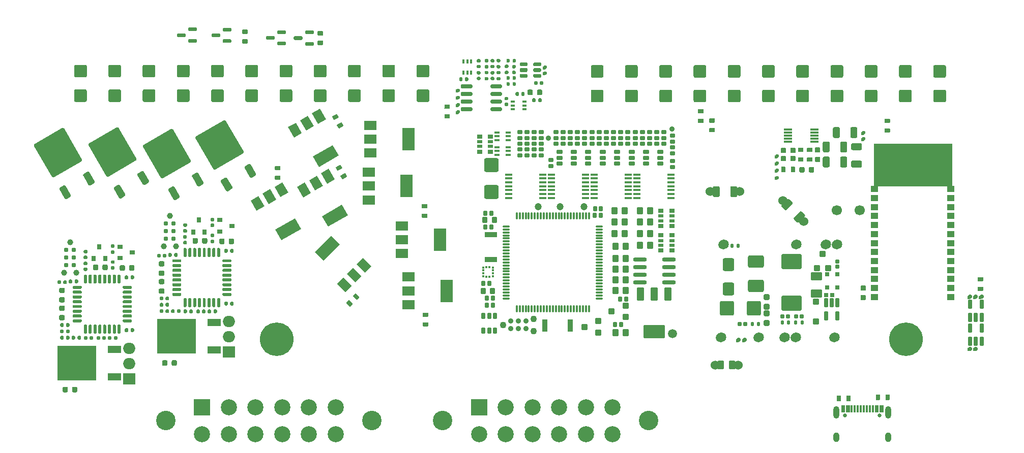
<source format=gts>
G75*
G70*
%OFA0B0*%
%FSLAX25Y25*%
%IPPOS*%
%LPD*%
%AMOC8*
5,1,8,0,0,1.08239X$1,22.5*
%
%AMM110*
21,1,0.027170,0.052760,-0.000000,0.000000,0.000000*
21,1,0.017320,0.062600,-0.000000,0.000000,0.000000*
1,1,0.009840,0.008660,-0.026380*
1,1,0.009840,-0.008660,-0.026380*
1,1,0.009840,-0.008660,0.026380*
1,1,0.009840,0.008660,0.026380*
%
%AMM177*
21,1,0.092130,0.073230,0.000000,-0.000000,180.000000*
21,1,0.069290,0.096060,0.000000,-0.000000,180.000000*
1,1,0.022840,-0.034650,0.036610*
1,1,0.022840,0.034650,0.036610*
1,1,0.022840,0.034650,-0.036610*
1,1,0.022840,-0.034650,-0.036610*
%
%AMM178*
21,1,0.100000,0.111020,0.000000,-0.000000,270.000000*
21,1,0.075590,0.135430,0.000000,-0.000000,270.000000*
1,1,0.024410,-0.055510,-0.037800*
1,1,0.024410,-0.055510,0.037800*
1,1,0.024410,0.055510,0.037800*
1,1,0.024410,0.055510,-0.037800*
%
%AMM179*
21,1,0.080320,0.083460,0.000000,-0.000000,270.000000*
21,1,0.059840,0.103940,0.000000,-0.000000,270.000000*
1,1,0.020470,-0.041730,-0.029920*
1,1,0.020470,-0.041730,0.029920*
1,1,0.020470,0.041730,0.029920*
1,1,0.020470,0.041730,-0.029920*
%
%AMM180*
21,1,0.084250,0.053540,0.000000,-0.000000,90.000000*
21,1,0.065350,0.072440,0.000000,-0.000000,90.000000*
1,1,0.018900,0.026770,0.032680*
1,1,0.018900,0.026770,-0.032680*
1,1,0.018900,-0.026770,-0.032680*
1,1,0.018900,-0.026770,0.032680*
%
%AMM181*
21,1,0.040950,0.030320,0.000000,-0.000000,0.000000*
21,1,0.028350,0.042910,0.000000,-0.000000,0.000000*
1,1,0.012600,0.014170,-0.015160*
1,1,0.012600,-0.014170,-0.015160*
1,1,0.012600,-0.014170,0.015160*
1,1,0.012600,0.014170,0.015160*
%
%AMM182*
21,1,0.027170,0.052760,0.000000,-0.000000,180.000000*
21,1,0.017320,0.062600,0.000000,-0.000000,180.000000*
1,1,0.009840,-0.008660,0.026380*
1,1,0.009840,0.008660,0.026380*
1,1,0.009840,0.008660,-0.026380*
1,1,0.009840,-0.008660,-0.026380*
%
%AMM183*
21,1,0.041340,0.026770,0.000000,-0.000000,270.000000*
21,1,0.029130,0.038980,0.000000,-0.000000,270.000000*
1,1,0.012210,-0.013390,-0.014570*
1,1,0.012210,-0.013390,0.014570*
1,1,0.012210,0.013390,0.014570*
1,1,0.012210,0.013390,-0.014570*
%
%AMM184*
21,1,0.076380,0.036220,0.000000,-0.000000,0.000000*
21,1,0.061810,0.050790,0.000000,-0.000000,0.000000*
1,1,0.014570,0.030910,-0.018110*
1,1,0.014570,-0.030910,-0.018110*
1,1,0.014570,-0.030910,0.018110*
1,1,0.014570,0.030910,0.018110*
%
%AMM185*
21,1,0.038980,0.026770,0.000000,-0.000000,270.000000*
21,1,0.026770,0.038980,0.000000,-0.000000,270.000000*
1,1,0.012210,-0.013390,-0.013390*
1,1,0.012210,-0.013390,0.013390*
1,1,0.012210,0.013390,0.013390*
1,1,0.012210,0.013390,-0.013390*
%
%AMM186*
21,1,0.021260,0.016540,0.000000,-0.000000,180.000000*
21,1,0.012600,0.025200,0.000000,-0.000000,180.000000*
1,1,0.008660,-0.006300,0.008270*
1,1,0.008660,0.006300,0.008270*
1,1,0.008660,0.006300,-0.008270*
1,1,0.008660,-0.006300,-0.008270*
%
%AMM187*
21,1,0.029130,0.018900,0.000000,-0.000000,0.000000*
21,1,0.018900,0.029130,0.000000,-0.000000,0.000000*
1,1,0.010240,0.009450,-0.009450*
1,1,0.010240,-0.009450,-0.009450*
1,1,0.010240,-0.009450,0.009450*
1,1,0.010240,0.009450,0.009450*
%
%AMM188*
21,1,0.025200,0.019680,0.000000,-0.000000,270.000000*
21,1,0.015750,0.029130,0.000000,-0.000000,270.000000*
1,1,0.009450,-0.009840,-0.007870*
1,1,0.009450,-0.009840,0.007870*
1,1,0.009450,0.009840,0.007870*
1,1,0.009450,0.009840,-0.007870*
%
%AMM189*
21,1,0.025200,0.019680,0.000000,-0.000000,180.000000*
21,1,0.015750,0.029130,0.000000,-0.000000,180.000000*
1,1,0.009450,-0.007870,0.009840*
1,1,0.009450,0.007870,0.009840*
1,1,0.009450,0.007870,-0.009840*
1,1,0.009450,-0.007870,-0.009840*
%
%AMM271*
21,1,0.029530,0.026380,-0.000000,-0.000000,90.000000*
21,1,0.020470,0.035430,-0.000000,-0.000000,90.000000*
1,1,0.009060,0.013190,0.010240*
1,1,0.009060,0.013190,-0.010240*
1,1,0.009060,-0.013190,-0.010240*
1,1,0.009060,-0.013190,0.010240*
%
%AMM272*
21,1,0.021650,0.027950,-0.000000,-0.000000,90.000000*
21,1,0.014170,0.035430,-0.000000,-0.000000,90.000000*
1,1,0.007480,0.013980,0.007090*
1,1,0.007480,0.013980,-0.007090*
1,1,0.007480,-0.013980,-0.007090*
1,1,0.007480,-0.013980,0.007090*
%
%AMM273*
21,1,0.016540,0.028980,-0.000000,-0.000000,270.000000*
21,1,0.010080,0.035430,-0.000000,-0.000000,270.000000*
1,1,0.006460,-0.014490,-0.005040*
1,1,0.006460,-0.014490,0.005040*
1,1,0.006460,0.014490,0.005040*
1,1,0.006460,0.014490,-0.005040*
%
%AMM274*
21,1,0.027560,0.030710,-0.000000,-0.000000,0.000000*
21,1,0.018900,0.039370,-0.000000,-0.000000,0.000000*
1,1,0.008660,0.009450,-0.015350*
1,1,0.008660,-0.009450,-0.015350*
1,1,0.008660,-0.009450,0.015350*
1,1,0.008660,0.009450,0.015350*
%
%AMM275*
21,1,0.031500,0.018900,-0.000000,-0.000000,270.000000*
21,1,0.022840,0.027560,-0.000000,-0.000000,270.000000*
1,1,0.008660,-0.009450,-0.011420*
1,1,0.008660,-0.009450,0.011420*
1,1,0.008660,0.009450,0.011420*
1,1,0.008660,0.009450,-0.011420*
%
%AMM276*
21,1,0.035430,0.072440,-0.000000,-0.000000,270.000000*
21,1,0.025200,0.082680,-0.000000,-0.000000,270.000000*
1,1,0.010240,-0.036220,-0.012600*
1,1,0.010240,-0.036220,0.012600*
1,1,0.010240,0.036220,0.012600*
1,1,0.010240,0.036220,-0.012600*
%
%AMM277*
21,1,0.031500,0.018900,-0.000000,-0.000000,0.000000*
21,1,0.022840,0.027560,-0.000000,-0.000000,0.000000*
1,1,0.008660,0.011420,-0.009450*
1,1,0.008660,-0.011420,-0.009450*
1,1,0.008660,-0.011420,0.009450*
1,1,0.008660,0.011420,0.009450*
%
%AMM278*
21,1,0.027560,0.030710,-0.000000,-0.000000,90.000000*
21,1,0.018900,0.039370,-0.000000,-0.000000,90.000000*
1,1,0.008660,0.015350,0.009450*
1,1,0.008660,0.015350,-0.009450*
1,1,0.008660,-0.015350,-0.009450*
1,1,0.008660,-0.015350,0.009450*
%
%AMM279*
21,1,0.039370,0.030320,-0.000000,-0.000000,90.000000*
21,1,0.028350,0.041340,-0.000000,-0.000000,90.000000*
1,1,0.011020,0.015160,0.014170*
1,1,0.011020,0.015160,-0.014170*
1,1,0.011020,-0.015160,-0.014170*
1,1,0.011020,-0.015160,0.014170*
%
%AMM280*
21,1,0.047240,0.075980,-0.000000,-0.000000,180.000000*
21,1,0.034650,0.088580,-0.000000,-0.000000,180.000000*
1,1,0.012600,-0.017320,0.037990*
1,1,0.012600,0.017320,0.037990*
1,1,0.012600,0.017320,-0.037990*
1,1,0.012600,-0.017320,-0.037990*
%
%AMM281*
21,1,0.043310,0.035430,-0.000000,-0.000000,180.000000*
21,1,0.031500,0.047240,-0.000000,-0.000000,180.000000*
1,1,0.011810,-0.015750,0.017720*
1,1,0.011810,0.015750,0.017720*
1,1,0.011810,0.015750,-0.017720*
1,1,0.011810,-0.015750,-0.017720*
%
%AMM282*
21,1,0.031500,0.030710,-0.000000,-0.000000,180.000000*
21,1,0.022050,0.040160,-0.000000,-0.000000,180.000000*
1,1,0.009450,-0.011020,0.015350*
1,1,0.009450,0.011020,0.015350*
1,1,0.009450,0.011020,-0.015350*
1,1,0.009450,-0.011020,-0.015350*
%
%AMM283*
21,1,0.035430,0.072440,-0.000000,-0.000000,180.000000*
21,1,0.025200,0.082680,-0.000000,-0.000000,180.000000*
1,1,0.010240,-0.012600,0.036220*
1,1,0.010240,0.012600,0.036220*
1,1,0.010240,0.012600,-0.036220*
1,1,0.010240,-0.012600,-0.036220*
%
%AMM284*
21,1,0.141730,0.067720,-0.000000,-0.000000,180.000000*
21,1,0.120870,0.088580,-0.000000,-0.000000,180.000000*
1,1,0.020870,-0.060430,0.033860*
1,1,0.020870,0.060430,0.033860*
1,1,0.020870,0.060430,-0.033860*
1,1,0.020870,-0.060430,-0.033860*
%
%AMM285*
21,1,0.047240,0.075990,-0.000000,-0.000000,180.000000*
21,1,0.034650,0.088580,-0.000000,-0.000000,180.000000*
1,1,0.012600,-0.017320,0.037990*
1,1,0.012600,0.017320,0.037990*
1,1,0.012600,0.017320,-0.037990*
1,1,0.012600,-0.017320,-0.037990*
%
%AMM286*
21,1,0.090550,0.073230,-0.000000,-0.000000,270.000000*
21,1,0.069290,0.094490,-0.000000,-0.000000,270.000000*
1,1,0.021260,-0.036610,-0.034650*
1,1,0.021260,-0.036610,0.034650*
1,1,0.021260,0.036610,0.034650*
1,1,0.021260,0.036610,-0.034650*
%
%ADD10C,0.06000*%
%ADD11R,0.07874X0.05906*%
%ADD119C,0.02913*%
%ADD12R,0.07874X0.14961*%
%ADD120C,0.06457*%
%ADD13R,0.10559X0.10559*%
%ADD137R,0.02559X0.01575*%
%ADD138R,0.01575X0.02559*%
%ADD14C,0.10559*%
%ADD140R,0.05512X0.01181*%
%ADD141R,0.03543X0.03150*%
%ADD143C,0.05118*%
%ADD145R,0.03150X0.03543*%
%ADD15C,0.12756*%
%ADD153C,0.03100*%
%ADD156C,0.03900*%
%ADD16C,0.22047*%
%ADD17C,0.02362*%
%ADD191O,0.05118X0.01260*%
%ADD192O,0.01260X0.05118*%
%ADD193O,0.04724X0.01575*%
%ADD194C,0.03494*%
%ADD197R,0.01772X0.01378*%
%ADD198R,0.01378X0.01772*%
%ADD203O,0.09055X0.02756*%
%ADD210C,0.03543*%
%ADD212C,0.04724*%
%ADD213C,0.04294*%
%ADD268M110*%
%ADD337M177*%
%ADD338M178*%
%ADD339M179*%
%ADD34C,0.05906*%
%ADD340M180*%
%ADD341M181*%
%ADD342M182*%
%ADD343M183*%
%ADD344M184*%
%ADD345M185*%
%ADD346M186*%
%ADD347M187*%
%ADD348M188*%
%ADD349M189*%
%ADD366R,0.08661X0.04724*%
%ADD367R,0.25197X0.22835*%
%ADD368R,0.07874X0.07500*%
%ADD369O,0.07874X0.07500*%
%ADD44C,0.06693*%
%ADD45R,0.01181X0.04528*%
%ADD46O,0.03937X0.08268*%
%ADD464M271*%
%ADD465M272*%
%ADD466M273*%
%ADD467M274*%
%ADD468M275*%
%ADD469M276*%
%ADD47O,0.03937X0.06299*%
%ADD470M277*%
%ADD471M278*%
%ADD472M279*%
%ADD473M280*%
%ADD474M281*%
%ADD475M282*%
%ADD476M283*%
%ADD477M284*%
%ADD478M285*%
%ADD479M286*%
%ADD60R,0.05118X0.03937*%
%ADD65C,0.00472*%
%ADD66C,0.02559*%
X0000000Y0000000D02*
%LPD*%
G01*
D65*
X0604478Y0177362D02*
X0553297Y0177362D01*
X0553297Y0204921D01*
X0604478Y0204921D01*
X0604478Y0177362D01*
G36*
X0604478Y0177362D02*
G01*
X0553297Y0177362D01*
X0553297Y0204921D01*
X0604478Y0204921D01*
X0604478Y0177362D01*
G37*
D10*
X0464291Y0059646D03*
G36*
G01*
X0462500Y0062106D02*
X0462500Y0057185D01*
G75*
G02*
X0462106Y0056791I-000394J0000000D01*
G01*
X0458957Y0056791D01*
G75*
G02*
X0458563Y0057185I0000000J0000394D01*
G01*
X0458563Y0062106D01*
G75*
G02*
X0458957Y0062500I0000394J0000000D01*
G01*
X0462106Y0062500D01*
G75*
G02*
X0462500Y0062106I0000000J-000394D01*
G01*
G37*
G36*
G01*
X0455020Y0062106D02*
X0455020Y0057185D01*
G75*
G02*
X0454626Y0056791I-000394J0000000D01*
G01*
X0451476Y0056791D01*
G75*
G02*
X0451083Y0057185I0000000J0000394D01*
G01*
X0451083Y0062106D01*
G75*
G02*
X0451476Y0062500I0000394J0000000D01*
G01*
X0454626Y0062500D01*
G75*
G02*
X0455020Y0062106I0000000J-000394D01*
G01*
G37*
X0449291Y0059646D03*
G36*
G01*
X0560571Y0221260D02*
X0563642Y0221260D01*
G75*
G02*
X0563917Y0220984I0000000J-000276D01*
G01*
X0563917Y0218780D01*
G75*
G02*
X0563642Y0218504I-000276J0000000D01*
G01*
X0560571Y0218504D01*
G75*
G02*
X0560295Y0218780I0000000J0000276D01*
G01*
X0560295Y0220984D01*
G75*
G02*
X0560571Y0221260I0000276J0000000D01*
G01*
G37*
G36*
G01*
X0560571Y0214961D02*
X0563642Y0214961D01*
G75*
G02*
X0563917Y0214685I0000000J-000276D01*
G01*
X0563917Y0212480D01*
G75*
G02*
X0563642Y0212205I-000276J0000000D01*
G01*
X0560571Y0212205D01*
G75*
G02*
X0560295Y0212480I0000000J0000276D01*
G01*
X0560295Y0214685D01*
G75*
G02*
X0560571Y0214961I0000276J0000000D01*
G01*
G37*
D11*
X0223524Y0216831D03*
X0223524Y0207776D03*
X0223524Y0198721D03*
D12*
X0248327Y0207776D03*
D13*
X0294626Y0031890D03*
D14*
X0312146Y0031890D03*
X0329626Y0031890D03*
X0347146Y0031890D03*
X0364626Y0031890D03*
X0382146Y0031890D03*
X0382146Y0014370D03*
X0364626Y0014370D03*
X0347146Y0014370D03*
X0329626Y0014370D03*
X0312146Y0014370D03*
X0294626Y0014370D03*
D15*
X0270866Y0023110D03*
X0405866Y0023110D03*
D16*
X0162106Y0076477D03*
G36*
X0191112Y0185508D02*
G01*
X0196226Y0188461D01*
X0200163Y0181642D01*
X0195049Y0178689D01*
X0191112Y0185508D01*
G37*
G36*
X0183270Y0180980D02*
G01*
X0188384Y0183933D01*
X0192321Y0177114D01*
X0187207Y0174161D01*
X0183270Y0180980D01*
G37*
G36*
X0175428Y0176453D02*
G01*
X0180542Y0179406D01*
X0184479Y0172587D01*
X0179365Y0169634D01*
X0175428Y0176453D01*
G37*
G36*
X0191750Y0157237D02*
G01*
X0204706Y0164717D01*
X0208643Y0157898D01*
X0195687Y0150417D01*
X0191750Y0157237D01*
G37*
G36*
G01*
X0563681Y0040020D02*
X0563681Y0036949D01*
G75*
G02*
X0563405Y0036673I-000276J0000000D01*
G01*
X0561201Y0036673D01*
G75*
G02*
X0560925Y0036949I0000000J0000276D01*
G01*
X0560925Y0040020D01*
G75*
G02*
X0561201Y0040295I0000276J0000000D01*
G01*
X0563405Y0040295D01*
G75*
G02*
X0563681Y0040020I0000000J-000276D01*
G01*
G37*
G36*
G01*
X0557382Y0040020D02*
X0557382Y0036949D01*
G75*
G02*
X0557106Y0036673I-000276J0000000D01*
G01*
X0554902Y0036673D01*
G75*
G02*
X0554626Y0036949I0000000J0000276D01*
G01*
X0554626Y0040020D01*
G75*
G02*
X0554902Y0040295I0000276J0000000D01*
G01*
X0557106Y0040295D01*
G75*
G02*
X0557382Y0040020I0000000J-000276D01*
G01*
G37*
G36*
X0211274Y0111593D02*
G01*
X0207098Y0107417D01*
X0201530Y0112985D01*
X0205706Y0117160D01*
X0211274Y0111593D01*
G37*
G36*
X0217676Y0117996D02*
G01*
X0213501Y0113820D01*
X0207933Y0119387D01*
X0212109Y0123563D01*
X0217676Y0117996D01*
G37*
G36*
X0224079Y0124398D02*
G01*
X0219904Y0120223D01*
X0214336Y0125790D01*
X0218512Y0129966D01*
X0224079Y0124398D01*
G37*
G36*
X0203339Y0138735D02*
G01*
X0192761Y0128157D01*
X0187193Y0133724D01*
X0197772Y0144303D01*
X0203339Y0138735D01*
G37*
G36*
G01*
X0257421Y0165256D02*
X0260492Y0165256D01*
G75*
G02*
X0260768Y0164980I0000000J-000276D01*
G01*
X0260768Y0162776D01*
G75*
G02*
X0260492Y0162500I-000276J0000000D01*
G01*
X0257421Y0162500D01*
G75*
G02*
X0257146Y0162776I0000000J0000276D01*
G01*
X0257146Y0164980D01*
G75*
G02*
X0257421Y0165256I0000276J0000000D01*
G01*
G37*
G36*
G01*
X0257421Y0158957D02*
X0260492Y0158957D01*
G75*
G02*
X0260768Y0158681I0000000J-000276D01*
G01*
X0260768Y0156477D01*
G75*
G02*
X0260492Y0156201I-000276J0000000D01*
G01*
X0257421Y0156201D01*
G75*
G02*
X0257146Y0156477I0000000J0000276D01*
G01*
X0257146Y0158681D01*
G75*
G02*
X0257421Y0158957I0000276J0000000D01*
G01*
G37*
D17*
X0615748Y0104036D03*
X0619488Y0104036D03*
X0623228Y0104036D03*
X0619291Y0069784D03*
X0615748Y0069784D03*
X0280512Y0234744D03*
X0280512Y0239469D03*
X0280512Y0230020D03*
X0280512Y0225295D03*
X0337303Y0250728D03*
X0337303Y0254665D03*
G36*
G01*
X0441398Y0218504D02*
X0438327Y0218504D01*
G75*
G02*
X0438051Y0218780I0000000J0000276D01*
G01*
X0438051Y0220984D01*
G75*
G02*
X0438327Y0221260I0000276J0000000D01*
G01*
X0441398Y0221260D01*
G75*
G02*
X0441673Y0220984I0000000J-000276D01*
G01*
X0441673Y0218780D01*
G75*
G02*
X0441398Y0218504I-000276J0000000D01*
G01*
G37*
G36*
G01*
X0441398Y0224803D02*
X0438327Y0224803D01*
G75*
G02*
X0438051Y0225079I0000000J0000276D01*
G01*
X0438051Y0227284D01*
G75*
G02*
X0438327Y0227559I0000276J0000000D01*
G01*
X0441398Y0227559D01*
G75*
G02*
X0441673Y0227284I0000000J-000276D01*
G01*
X0441673Y0225079D01*
G75*
G02*
X0441398Y0224803I-000276J0000000D01*
G01*
G37*
G36*
G01*
X0261083Y0084941D02*
X0258012Y0084941D01*
G75*
G02*
X0257736Y0085217I0000000J0000276D01*
G01*
X0257736Y0087421D01*
G75*
G02*
X0258012Y0087697I0000276J0000000D01*
G01*
X0261083Y0087697D01*
G75*
G02*
X0261358Y0087421I0000000J-000276D01*
G01*
X0261358Y0085217D01*
G75*
G02*
X0261083Y0084941I-000276J0000000D01*
G01*
G37*
G36*
G01*
X0261083Y0091240D02*
X0258012Y0091240D01*
G75*
G02*
X0257736Y0091516I0000000J0000276D01*
G01*
X0257736Y0093721D01*
G75*
G02*
X0258012Y0093996I0000276J0000000D01*
G01*
X0261083Y0093996D01*
G75*
G02*
X0261358Y0093721I0000000J-000276D01*
G01*
X0261358Y0091516D01*
G75*
G02*
X0261083Y0091240I-000276J0000000D01*
G01*
G37*
G36*
G01*
X0161161Y0190256D02*
X0164232Y0190256D01*
G75*
G02*
X0164508Y0189980I0000000J-000276D01*
G01*
X0164508Y0187776D01*
G75*
G02*
X0164232Y0187500I-000276J0000000D01*
G01*
X0161161Y0187500D01*
G75*
G02*
X0160886Y0187776I0000000J0000276D01*
G01*
X0160886Y0189980D01*
G75*
G02*
X0161161Y0190256I0000276J0000000D01*
G01*
G37*
G36*
G01*
X0161161Y0183957D02*
X0164232Y0183957D01*
G75*
G02*
X0164508Y0183681I0000000J-000276D01*
G01*
X0164508Y0181477D01*
G75*
G02*
X0164232Y0181201I-000276J0000000D01*
G01*
X0161161Y0181201D01*
G75*
G02*
X0160886Y0181477I0000000J0000276D01*
G01*
X0160886Y0183681D01*
G75*
G02*
X0161161Y0183957I0000276J0000000D01*
G01*
G37*
D11*
X0244193Y0150886D03*
X0244193Y0141831D03*
X0244193Y0132776D03*
D12*
X0268996Y0141831D03*
G36*
X0160600Y0176650D02*
G01*
X0165714Y0179603D01*
X0169651Y0172783D01*
X0164537Y0169831D01*
X0160600Y0176650D01*
G37*
G36*
X0152758Y0172122D02*
G01*
X0157872Y0175075D01*
X0161809Y0168256D01*
X0156695Y0165303D01*
X0152758Y0172122D01*
G37*
G36*
X0144916Y0167595D02*
G01*
X0150030Y0170547D01*
X0153967Y0163728D01*
X0148853Y0160776D01*
X0144916Y0167595D01*
G37*
G36*
X0161238Y0148378D02*
G01*
X0174195Y0155859D01*
X0178132Y0149039D01*
X0165175Y0141559D01*
X0161238Y0148378D01*
G37*
D34*
X0526968Y0077461D03*
X0501772Y0077461D03*
X0494291Y0077461D03*
X0477362Y0077461D03*
D17*
X0467913Y0075689D03*
X0463976Y0075689D03*
D34*
X0452756Y0077461D03*
X0528740Y0138484D03*
X0521457Y0138484D03*
X0501968Y0138484D03*
X0454528Y0138484D03*
D11*
X0222342Y0186122D03*
X0222342Y0177067D03*
X0222342Y0168012D03*
D12*
X0247146Y0177067D03*
G36*
G01*
X0142776Y0270669D02*
X0139705Y0270669D01*
G75*
G02*
X0139429Y0270945I0000000J0000276D01*
G01*
X0139429Y0273150D01*
G75*
G02*
X0139705Y0273425I0000276J0000000D01*
G01*
X0142776Y0273425D01*
G75*
G02*
X0143051Y0273150I0000000J-000276D01*
G01*
X0143051Y0270945D01*
G75*
G02*
X0142776Y0270669I-000276J0000000D01*
G01*
G37*
G36*
G01*
X0142776Y0276969D02*
X0139705Y0276969D01*
G75*
G02*
X0139429Y0277244I0000000J0000276D01*
G01*
X0139429Y0279449D01*
G75*
G02*
X0139705Y0279725I0000276J0000000D01*
G01*
X0142776Y0279725D01*
G75*
G02*
X0143051Y0279449I0000000J-000276D01*
G01*
X0143051Y0277244D01*
G75*
G02*
X0142776Y0276969I-000276J0000000D01*
G01*
G37*
G36*
G01*
X0547697Y0102205D02*
X0545020Y0102205D01*
G75*
G02*
X0544685Y0102539I0000000J0000335D01*
G01*
X0544685Y0105217D01*
G75*
G02*
X0545020Y0105551I0000335J0000000D01*
G01*
X0547697Y0105551D01*
G75*
G02*
X0548031Y0105217I0000000J-000335D01*
G01*
X0548031Y0102539D01*
G75*
G02*
X0547697Y0102205I-000335J0000000D01*
G01*
G37*
G36*
G01*
X0547697Y0108425D02*
X0545020Y0108425D01*
G75*
G02*
X0544685Y0108760I0000000J0000335D01*
G01*
X0544685Y0111437D01*
G75*
G02*
X0545020Y0111772I0000335J0000000D01*
G01*
X0547697Y0111772D01*
G75*
G02*
X0548031Y0111437I0000000J-000335D01*
G01*
X0548031Y0108760D01*
G75*
G02*
X0547697Y0108425I-000335J0000000D01*
G01*
G37*
G36*
X0185206Y0224780D02*
G01*
X0190320Y0227732D01*
X0194257Y0220913D01*
X0189143Y0217961D01*
X0185206Y0224780D01*
G37*
G36*
X0177364Y0220252D02*
G01*
X0182478Y0223205D01*
X0186415Y0216386D01*
X0181301Y0213433D01*
X0177364Y0220252D01*
G37*
G36*
X0169522Y0215725D02*
G01*
X0174636Y0218677D01*
X0178573Y0211858D01*
X0173459Y0208905D01*
X0169522Y0215725D01*
G37*
G36*
X0185845Y0196508D02*
G01*
X0198801Y0203988D01*
X0202738Y0197169D01*
X0189782Y0189689D01*
X0185845Y0196508D01*
G37*
G36*
G01*
X0253740Y0233268D02*
X0253740Y0239567D01*
G75*
G02*
X0254724Y0240551I0000984J0000000D01*
G01*
X0261024Y0240551D01*
G75*
G02*
X0262008Y0239567I0000000J-000984D01*
G01*
X0262008Y0233268D01*
G75*
G02*
X0261024Y0232284I-000984J0000000D01*
G01*
X0254724Y0232284D01*
G75*
G02*
X0253740Y0233268I0000000J0000984D01*
G01*
G37*
G36*
G01*
X0231299Y0233268D02*
X0231299Y0239567D01*
G75*
G02*
X0232283Y0240551I0000984J0000000D01*
G01*
X0238583Y0240551D01*
G75*
G02*
X0239567Y0239567I0000000J-000984D01*
G01*
X0239567Y0233268D01*
G75*
G02*
X0238583Y0232284I-000984J0000000D01*
G01*
X0232283Y0232284D01*
G75*
G02*
X0231299Y0233268I0000000J0000984D01*
G01*
G37*
G36*
G01*
X0208858Y0233268D02*
X0208858Y0239567D01*
G75*
G02*
X0209843Y0240551I0000984J0000000D01*
G01*
X0216142Y0240551D01*
G75*
G02*
X0217126Y0239567I0000000J-000984D01*
G01*
X0217126Y0233268D01*
G75*
G02*
X0216142Y0232284I-000984J0000000D01*
G01*
X0209843Y0232284D01*
G75*
G02*
X0208858Y0233268I0000000J0000984D01*
G01*
G37*
G36*
G01*
X0186417Y0233268D02*
X0186417Y0239567D01*
G75*
G02*
X0187402Y0240551I0000984J0000000D01*
G01*
X0193701Y0240551D01*
G75*
G02*
X0194685Y0239567I0000000J-000984D01*
G01*
X0194685Y0233268D01*
G75*
G02*
X0193701Y0232284I-000984J0000000D01*
G01*
X0187402Y0232284D01*
G75*
G02*
X0186417Y0233268I0000000J0000984D01*
G01*
G37*
G36*
G01*
X0163976Y0233268D02*
X0163976Y0239567D01*
G75*
G02*
X0164961Y0240551I0000984J0000000D01*
G01*
X0171260Y0240551D01*
G75*
G02*
X0172244Y0239567I0000000J-000984D01*
G01*
X0172244Y0233268D01*
G75*
G02*
X0171260Y0232284I-000984J0000000D01*
G01*
X0164961Y0232284D01*
G75*
G02*
X0163976Y0233268I0000000J0000984D01*
G01*
G37*
G36*
G01*
X0141535Y0233268D02*
X0141535Y0239567D01*
G75*
G02*
X0142520Y0240551I0000984J0000000D01*
G01*
X0148819Y0240551D01*
G75*
G02*
X0149803Y0239567I0000000J-000984D01*
G01*
X0149803Y0233268D01*
G75*
G02*
X0148819Y0232284I-000984J0000000D01*
G01*
X0142520Y0232284D01*
G75*
G02*
X0141535Y0233268I0000000J0000984D01*
G01*
G37*
G36*
G01*
X0119094Y0233268D02*
X0119094Y0239567D01*
G75*
G02*
X0120079Y0240551I0000984J0000000D01*
G01*
X0126378Y0240551D01*
G75*
G02*
X0127362Y0239567I0000000J-000984D01*
G01*
X0127362Y0233268D01*
G75*
G02*
X0126378Y0232284I-000984J0000000D01*
G01*
X0120079Y0232284D01*
G75*
G02*
X0119094Y0233268I0000000J0000984D01*
G01*
G37*
G36*
G01*
X0096654Y0233268D02*
X0096654Y0239567D01*
G75*
G02*
X0097638Y0240551I0000984J0000000D01*
G01*
X0103937Y0240551D01*
G75*
G02*
X0104921Y0239567I0000000J-000984D01*
G01*
X0104921Y0233268D01*
G75*
G02*
X0103937Y0232284I-000984J0000000D01*
G01*
X0097638Y0232284D01*
G75*
G02*
X0096654Y0233268I0000000J0000984D01*
G01*
G37*
G36*
G01*
X0074213Y0233268D02*
X0074213Y0239567D01*
G75*
G02*
X0075197Y0240551I0000984J0000000D01*
G01*
X0081496Y0240551D01*
G75*
G02*
X0082480Y0239567I0000000J-000984D01*
G01*
X0082480Y0233268D01*
G75*
G02*
X0081496Y0232284I-000984J0000000D01*
G01*
X0075197Y0232284D01*
G75*
G02*
X0074213Y0233268I0000000J0000984D01*
G01*
G37*
G36*
G01*
X0051772Y0233268D02*
X0051772Y0239567D01*
G75*
G02*
X0052756Y0240551I0000984J0000000D01*
G01*
X0059055Y0240551D01*
G75*
G02*
X0060039Y0239567I0000000J-000984D01*
G01*
X0060039Y0233268D01*
G75*
G02*
X0059055Y0232284I-000984J0000000D01*
G01*
X0052756Y0232284D01*
G75*
G02*
X0051772Y0233268I0000000J0000984D01*
G01*
G37*
G36*
G01*
X0029331Y0233268D02*
X0029331Y0239567D01*
G75*
G02*
X0030315Y0240551I0000984J0000000D01*
G01*
X0036614Y0240551D01*
G75*
G02*
X0037598Y0239567I0000000J-000984D01*
G01*
X0037598Y0233268D01*
G75*
G02*
X0036614Y0232284I-000984J0000000D01*
G01*
X0030315Y0232284D01*
G75*
G02*
X0029331Y0233268I0000000J0000984D01*
G01*
G37*
G36*
G01*
X0253740Y0249410D02*
X0253740Y0255709D01*
G75*
G02*
X0254724Y0256693I0000984J0000000D01*
G01*
X0261024Y0256693D01*
G75*
G02*
X0262008Y0255709I0000000J-000984D01*
G01*
X0262008Y0249410D01*
G75*
G02*
X0261024Y0248425I-000984J0000000D01*
G01*
X0254724Y0248425D01*
G75*
G02*
X0253740Y0249410I0000000J0000984D01*
G01*
G37*
G36*
G01*
X0231299Y0249410D02*
X0231299Y0255709D01*
G75*
G02*
X0232283Y0256693I0000984J0000000D01*
G01*
X0238583Y0256693D01*
G75*
G02*
X0239567Y0255709I0000000J-000984D01*
G01*
X0239567Y0249410D01*
G75*
G02*
X0238583Y0248425I-000984J0000000D01*
G01*
X0232283Y0248425D01*
G75*
G02*
X0231299Y0249410I0000000J0000984D01*
G01*
G37*
G36*
G01*
X0208858Y0249410D02*
X0208858Y0255709D01*
G75*
G02*
X0209843Y0256693I0000984J0000000D01*
G01*
X0216142Y0256693D01*
G75*
G02*
X0217126Y0255709I0000000J-000984D01*
G01*
X0217126Y0249410D01*
G75*
G02*
X0216142Y0248425I-000984J0000000D01*
G01*
X0209843Y0248425D01*
G75*
G02*
X0208858Y0249410I0000000J0000984D01*
G01*
G37*
G36*
G01*
X0186417Y0249410D02*
X0186417Y0255709D01*
G75*
G02*
X0187402Y0256693I0000984J0000000D01*
G01*
X0193701Y0256693D01*
G75*
G02*
X0194685Y0255709I0000000J-000984D01*
G01*
X0194685Y0249410D01*
G75*
G02*
X0193701Y0248425I-000984J0000000D01*
G01*
X0187402Y0248425D01*
G75*
G02*
X0186417Y0249410I0000000J0000984D01*
G01*
G37*
G36*
G01*
X0163976Y0249410D02*
X0163976Y0255709D01*
G75*
G02*
X0164961Y0256693I0000984J0000000D01*
G01*
X0171260Y0256693D01*
G75*
G02*
X0172244Y0255709I0000000J-000984D01*
G01*
X0172244Y0249410D01*
G75*
G02*
X0171260Y0248425I-000984J0000000D01*
G01*
X0164961Y0248425D01*
G75*
G02*
X0163976Y0249410I0000000J0000984D01*
G01*
G37*
G36*
G01*
X0141535Y0249410D02*
X0141535Y0255709D01*
G75*
G02*
X0142520Y0256693I0000984J0000000D01*
G01*
X0148819Y0256693D01*
G75*
G02*
X0149803Y0255709I0000000J-000984D01*
G01*
X0149803Y0249410D01*
G75*
G02*
X0148819Y0248425I-000984J0000000D01*
G01*
X0142520Y0248425D01*
G75*
G02*
X0141535Y0249410I0000000J0000984D01*
G01*
G37*
G36*
G01*
X0119094Y0249410D02*
X0119094Y0255709D01*
G75*
G02*
X0120079Y0256693I0000984J0000000D01*
G01*
X0126378Y0256693D01*
G75*
G02*
X0127362Y0255709I0000000J-000984D01*
G01*
X0127362Y0249410D01*
G75*
G02*
X0126378Y0248425I-000984J0000000D01*
G01*
X0120079Y0248425D01*
G75*
G02*
X0119094Y0249410I0000000J0000984D01*
G01*
G37*
G36*
G01*
X0096654Y0249410D02*
X0096654Y0255709D01*
G75*
G02*
X0097638Y0256693I0000984J0000000D01*
G01*
X0103937Y0256693D01*
G75*
G02*
X0104921Y0255709I0000000J-000984D01*
G01*
X0104921Y0249410D01*
G75*
G02*
X0103937Y0248425I-000984J0000000D01*
G01*
X0097638Y0248425D01*
G75*
G02*
X0096654Y0249410I0000000J0000984D01*
G01*
G37*
G36*
G01*
X0074213Y0249410D02*
X0074213Y0255709D01*
G75*
G02*
X0075197Y0256693I0000984J0000000D01*
G01*
X0081496Y0256693D01*
G75*
G02*
X0082480Y0255709I0000000J-000984D01*
G01*
X0082480Y0249410D01*
G75*
G02*
X0081496Y0248425I-000984J0000000D01*
G01*
X0075197Y0248425D01*
G75*
G02*
X0074213Y0249410I0000000J0000984D01*
G01*
G37*
G36*
G01*
X0051772Y0249410D02*
X0051772Y0255709D01*
G75*
G02*
X0052756Y0256693I0000984J0000000D01*
G01*
X0059055Y0256693D01*
G75*
G02*
X0060039Y0255709I0000000J-000984D01*
G01*
X0060039Y0249410D01*
G75*
G02*
X0059055Y0248425I-000984J0000000D01*
G01*
X0052756Y0248425D01*
G75*
G02*
X0051772Y0249410I0000000J0000984D01*
G01*
G37*
G36*
G01*
X0029331Y0249410D02*
X0029331Y0255709D01*
G75*
G02*
X0030315Y0256693I0000984J0000000D01*
G01*
X0036614Y0256693D01*
G75*
G02*
X0037598Y0255709I0000000J-000984D01*
G01*
X0037598Y0249410D01*
G75*
G02*
X0036614Y0248425I-000984J0000000D01*
G01*
X0030315Y0248425D01*
G75*
G02*
X0029331Y0249410I0000000J0000984D01*
G01*
G37*
G36*
G01*
X0592323Y0233071D02*
X0592323Y0239370D01*
G75*
G02*
X0593307Y0240354I0000984J0000000D01*
G01*
X0599606Y0240354D01*
G75*
G02*
X0600591Y0239370I0000000J-000984D01*
G01*
X0600591Y0233071D01*
G75*
G02*
X0599606Y0232087I-000984J0000000D01*
G01*
X0593307Y0232087D01*
G75*
G02*
X0592323Y0233071I0000000J0000984D01*
G01*
G37*
G36*
G01*
X0569882Y0233071D02*
X0569882Y0239370D01*
G75*
G02*
X0570866Y0240354I0000984J0000000D01*
G01*
X0577165Y0240354D01*
G75*
G02*
X0578150Y0239370I0000000J-000984D01*
G01*
X0578150Y0233071D01*
G75*
G02*
X0577165Y0232087I-000984J0000000D01*
G01*
X0570866Y0232087D01*
G75*
G02*
X0569882Y0233071I0000000J0000984D01*
G01*
G37*
G36*
G01*
X0547441Y0233071D02*
X0547441Y0239370D01*
G75*
G02*
X0548425Y0240354I0000984J0000000D01*
G01*
X0554724Y0240354D01*
G75*
G02*
X0555709Y0239370I0000000J-000984D01*
G01*
X0555709Y0233071D01*
G75*
G02*
X0554724Y0232087I-000984J0000000D01*
G01*
X0548425Y0232087D01*
G75*
G02*
X0547441Y0233071I0000000J0000984D01*
G01*
G37*
G36*
G01*
X0525000Y0233071D02*
X0525000Y0239370D01*
G75*
G02*
X0525984Y0240354I0000984J0000000D01*
G01*
X0532283Y0240354D01*
G75*
G02*
X0533268Y0239370I0000000J-000984D01*
G01*
X0533268Y0233071D01*
G75*
G02*
X0532283Y0232087I-000984J0000000D01*
G01*
X0525984Y0232087D01*
G75*
G02*
X0525000Y0233071I0000000J0000984D01*
G01*
G37*
G36*
G01*
X0502559Y0233071D02*
X0502559Y0239370D01*
G75*
G02*
X0503543Y0240354I0000984J0000000D01*
G01*
X0509842Y0240354D01*
G75*
G02*
X0510827Y0239370I0000000J-000984D01*
G01*
X0510827Y0233071D01*
G75*
G02*
X0509842Y0232087I-000984J0000000D01*
G01*
X0503543Y0232087D01*
G75*
G02*
X0502559Y0233071I0000000J0000984D01*
G01*
G37*
G36*
G01*
X0480118Y0233071D02*
X0480118Y0239370D01*
G75*
G02*
X0481102Y0240354I0000984J0000000D01*
G01*
X0487402Y0240354D01*
G75*
G02*
X0488386Y0239370I0000000J-000984D01*
G01*
X0488386Y0233071D01*
G75*
G02*
X0487402Y0232087I-000984J0000000D01*
G01*
X0481102Y0232087D01*
G75*
G02*
X0480118Y0233071I0000000J0000984D01*
G01*
G37*
G36*
G01*
X0457677Y0233071D02*
X0457677Y0239370D01*
G75*
G02*
X0458661Y0240354I0000984J0000000D01*
G01*
X0464961Y0240354D01*
G75*
G02*
X0465945Y0239370I0000000J-000984D01*
G01*
X0465945Y0233071D01*
G75*
G02*
X0464961Y0232087I-000984J0000000D01*
G01*
X0458661Y0232087D01*
G75*
G02*
X0457677Y0233071I0000000J0000984D01*
G01*
G37*
G36*
G01*
X0435236Y0233071D02*
X0435236Y0239370D01*
G75*
G02*
X0436220Y0240354I0000984J0000000D01*
G01*
X0442520Y0240354D01*
G75*
G02*
X0443504Y0239370I0000000J-000984D01*
G01*
X0443504Y0233071D01*
G75*
G02*
X0442520Y0232087I-000984J0000000D01*
G01*
X0436220Y0232087D01*
G75*
G02*
X0435236Y0233071I0000000J0000984D01*
G01*
G37*
G36*
G01*
X0412795Y0233071D02*
X0412795Y0239370D01*
G75*
G02*
X0413780Y0240354I0000984J0000000D01*
G01*
X0420079Y0240354D01*
G75*
G02*
X0421063Y0239370I0000000J-000984D01*
G01*
X0421063Y0233071D01*
G75*
G02*
X0420079Y0232087I-000984J0000000D01*
G01*
X0413780Y0232087D01*
G75*
G02*
X0412795Y0233071I0000000J0000984D01*
G01*
G37*
G36*
G01*
X0390354Y0233071D02*
X0390354Y0239370D01*
G75*
G02*
X0391339Y0240354I0000984J0000000D01*
G01*
X0397638Y0240354D01*
G75*
G02*
X0398622Y0239370I0000000J-000984D01*
G01*
X0398622Y0233071D01*
G75*
G02*
X0397638Y0232087I-000984J0000000D01*
G01*
X0391339Y0232087D01*
G75*
G02*
X0390354Y0233071I0000000J0000984D01*
G01*
G37*
G36*
G01*
X0367913Y0233071D02*
X0367913Y0239370D01*
G75*
G02*
X0368898Y0240354I0000984J0000000D01*
G01*
X0375197Y0240354D01*
G75*
G02*
X0376181Y0239370I0000000J-000984D01*
G01*
X0376181Y0233071D01*
G75*
G02*
X0375197Y0232087I-000984J0000000D01*
G01*
X0368898Y0232087D01*
G75*
G02*
X0367913Y0233071I0000000J0000984D01*
G01*
G37*
G36*
G01*
X0592323Y0249213D02*
X0592323Y0255512D01*
G75*
G02*
X0593307Y0256496I0000984J0000000D01*
G01*
X0599606Y0256496D01*
G75*
G02*
X0600591Y0255512I0000000J-000984D01*
G01*
X0600591Y0249213D01*
G75*
G02*
X0599606Y0248228I-000984J0000000D01*
G01*
X0593307Y0248228D01*
G75*
G02*
X0592323Y0249213I0000000J0000984D01*
G01*
G37*
G36*
G01*
X0569882Y0249213D02*
X0569882Y0255512D01*
G75*
G02*
X0570866Y0256496I0000984J0000000D01*
G01*
X0577165Y0256496D01*
G75*
G02*
X0578150Y0255512I0000000J-000984D01*
G01*
X0578150Y0249213D01*
G75*
G02*
X0577165Y0248228I-000984J0000000D01*
G01*
X0570866Y0248228D01*
G75*
G02*
X0569882Y0249213I0000000J0000984D01*
G01*
G37*
G36*
G01*
X0547441Y0249213D02*
X0547441Y0255512D01*
G75*
G02*
X0548425Y0256496I0000984J0000000D01*
G01*
X0554724Y0256496D01*
G75*
G02*
X0555709Y0255512I0000000J-000984D01*
G01*
X0555709Y0249213D01*
G75*
G02*
X0554724Y0248228I-000984J0000000D01*
G01*
X0548425Y0248228D01*
G75*
G02*
X0547441Y0249213I0000000J0000984D01*
G01*
G37*
G36*
G01*
X0525000Y0249213D02*
X0525000Y0255512D01*
G75*
G02*
X0525984Y0256496I0000984J0000000D01*
G01*
X0532283Y0256496D01*
G75*
G02*
X0533268Y0255512I0000000J-000984D01*
G01*
X0533268Y0249213D01*
G75*
G02*
X0532283Y0248228I-000984J0000000D01*
G01*
X0525984Y0248228D01*
G75*
G02*
X0525000Y0249213I0000000J0000984D01*
G01*
G37*
G36*
G01*
X0502559Y0249213D02*
X0502559Y0255512D01*
G75*
G02*
X0503543Y0256496I0000984J0000000D01*
G01*
X0509842Y0256496D01*
G75*
G02*
X0510827Y0255512I0000000J-000984D01*
G01*
X0510827Y0249213D01*
G75*
G02*
X0509842Y0248228I-000984J0000000D01*
G01*
X0503543Y0248228D01*
G75*
G02*
X0502559Y0249213I0000000J0000984D01*
G01*
G37*
G36*
G01*
X0480118Y0249213D02*
X0480118Y0255512D01*
G75*
G02*
X0481102Y0256496I0000984J0000000D01*
G01*
X0487402Y0256496D01*
G75*
G02*
X0488386Y0255512I0000000J-000984D01*
G01*
X0488386Y0249213D01*
G75*
G02*
X0487402Y0248228I-000984J0000000D01*
G01*
X0481102Y0248228D01*
G75*
G02*
X0480118Y0249213I0000000J0000984D01*
G01*
G37*
G36*
G01*
X0457677Y0249213D02*
X0457677Y0255512D01*
G75*
G02*
X0458661Y0256496I0000984J0000000D01*
G01*
X0464961Y0256496D01*
G75*
G02*
X0465945Y0255512I0000000J-000984D01*
G01*
X0465945Y0249213D01*
G75*
G02*
X0464961Y0248228I-000984J0000000D01*
G01*
X0458661Y0248228D01*
G75*
G02*
X0457677Y0249213I0000000J0000984D01*
G01*
G37*
G36*
G01*
X0435236Y0249213D02*
X0435236Y0255512D01*
G75*
G02*
X0436220Y0256496I0000984J0000000D01*
G01*
X0442520Y0256496D01*
G75*
G02*
X0443504Y0255512I0000000J-000984D01*
G01*
X0443504Y0249213D01*
G75*
G02*
X0442520Y0248228I-000984J0000000D01*
G01*
X0436220Y0248228D01*
G75*
G02*
X0435236Y0249213I0000000J0000984D01*
G01*
G37*
G36*
G01*
X0412795Y0249213D02*
X0412795Y0255512D01*
G75*
G02*
X0413780Y0256496I0000984J0000000D01*
G01*
X0420079Y0256496D01*
G75*
G02*
X0421063Y0255512I0000000J-000984D01*
G01*
X0421063Y0249213D01*
G75*
G02*
X0420079Y0248228I-000984J0000000D01*
G01*
X0413780Y0248228D01*
G75*
G02*
X0412795Y0249213I0000000J0000984D01*
G01*
G37*
G36*
G01*
X0390354Y0249213D02*
X0390354Y0255512D01*
G75*
G02*
X0391339Y0256496I0000984J0000000D01*
G01*
X0397638Y0256496D01*
G75*
G02*
X0398622Y0255512I0000000J-000984D01*
G01*
X0398622Y0249213D01*
G75*
G02*
X0397638Y0248228I-000984J0000000D01*
G01*
X0391339Y0248228D01*
G75*
G02*
X0390354Y0249213I0000000J0000984D01*
G01*
G37*
G36*
G01*
X0367913Y0249213D02*
X0367913Y0255512D01*
G75*
G02*
X0368898Y0256496I0000984J0000000D01*
G01*
X0375197Y0256496D01*
G75*
G02*
X0376181Y0255512I0000000J-000984D01*
G01*
X0376181Y0249213D01*
G75*
G02*
X0375197Y0248228I-000984J0000000D01*
G01*
X0368898Y0248228D01*
G75*
G02*
X0367913Y0249213I0000000J0000984D01*
G01*
G37*
G36*
G01*
X0209794Y0097977D02*
X0207622Y0100148D01*
G75*
G02*
X0207622Y0100538I0000195J0000195D01*
G01*
X0209181Y0102097D01*
G75*
G02*
X0209571Y0102097I0000195J-000195D01*
G01*
X0211742Y0099925D01*
G75*
G02*
X0211742Y0099536I-000195J-000195D01*
G01*
X0210183Y0097977D01*
G75*
G02*
X0209794Y0097977I-000195J0000195D01*
G01*
G37*
G36*
G01*
X0214248Y0102431D02*
X0212076Y0104602D01*
G75*
G02*
X0212076Y0104992I0000195J0000195D01*
G01*
X0213635Y0106551D01*
G75*
G02*
X0214025Y0106551I0000195J-000195D01*
G01*
X0216197Y0104380D01*
G75*
G02*
X0216197Y0103990I-000195J-000195D01*
G01*
X0214638Y0102431D01*
G75*
G02*
X0214248Y0102431I-000195J0000195D01*
G01*
G37*
D17*
X0489370Y0191634D03*
X0489370Y0196358D03*
X0489370Y0186910D03*
X0489370Y0182185D03*
X0546161Y0207618D03*
X0546161Y0211555D03*
D44*
X0529035Y0161221D03*
D66*
X0534390Y0026595D03*
X0557146Y0026595D03*
D45*
X0532579Y0030788D03*
X0535728Y0030788D03*
X0540846Y0030788D03*
X0544783Y0030788D03*
X0546752Y0030788D03*
X0550689Y0030788D03*
X0555807Y0030788D03*
X0558957Y0030788D03*
X0557776Y0030788D03*
X0554626Y0030788D03*
X0552657Y0030788D03*
X0548720Y0030788D03*
X0542815Y0030788D03*
X0538878Y0030788D03*
X0536909Y0030788D03*
X0533760Y0030788D03*
D46*
X0528760Y0028563D03*
D47*
X0528760Y0012106D03*
D46*
X0562776Y0028563D03*
D47*
X0562776Y0012106D03*
D16*
X0574311Y0076477D03*
G36*
G01*
X0098112Y0169344D02*
X0095725Y0167966D01*
G75*
G02*
X0094381Y0168326I-000492J0000852D01*
G01*
X0091034Y0174122D01*
G75*
G02*
X0091394Y0175467I0000852J0000492D01*
G01*
X0093781Y0176845D01*
G75*
G02*
X0095126Y0176485I0000492J-000852D01*
G01*
X0098472Y0170688D01*
G75*
G02*
X0098112Y0169344I-000852J-000492D01*
G01*
G37*
G36*
G01*
X0105460Y0192680D02*
X0087389Y0182247D01*
G75*
G02*
X0086045Y0182607I-000492J0000852D01*
G01*
X0074430Y0202723D01*
G75*
G02*
X0074791Y0204068I0000852J0000492D01*
G01*
X0092861Y0214501D01*
G75*
G02*
X0094206Y0214141I0000492J-000852D01*
G01*
X0105820Y0194024D01*
G75*
G02*
X0105460Y0192680I-000852J-000492D01*
G01*
G37*
G36*
G01*
X0113659Y0178320D02*
X0111273Y0176942D01*
G75*
G02*
X0109928Y0177303I-000492J0000852D01*
G01*
X0106582Y0183099D01*
G75*
G02*
X0106942Y0184443I0000852J0000492D01*
G01*
X0109329Y0185821D01*
G75*
G02*
X0110673Y0185461I0000492J-000852D01*
G01*
X0114020Y0179665D01*
G75*
G02*
X0113659Y0178320I-000852J-000492D01*
G01*
G37*
G36*
G01*
X0109842Y0273032D02*
X0109842Y0271851D01*
G75*
G02*
X0109252Y0271260I-000591J0000000D01*
G01*
X0104626Y0271260D01*
G75*
G02*
X0104035Y0271851I0000000J0000591D01*
G01*
X0104035Y0273032D01*
G75*
G02*
X0104626Y0273622I0000591J0000000D01*
G01*
X0109252Y0273622D01*
G75*
G02*
X0109842Y0273032I0000000J-000591D01*
G01*
G37*
G36*
G01*
X0102461Y0276772D02*
X0102461Y0275591D01*
G75*
G02*
X0101870Y0275000I-000591J0000000D01*
G01*
X0097244Y0275000D01*
G75*
G02*
X0096654Y0275591I0000000J0000591D01*
G01*
X0096654Y0276772D01*
G75*
G02*
X0097244Y0277362I0000591J0000000D01*
G01*
X0101870Y0277362D01*
G75*
G02*
X0102461Y0276772I0000000J-000591D01*
G01*
G37*
G36*
G01*
X0109842Y0280512D02*
X0109842Y0279331D01*
G75*
G02*
X0109252Y0278740I-000591J0000000D01*
G01*
X0104626Y0278740D01*
G75*
G02*
X0104035Y0279331I0000000J0000591D01*
G01*
X0104035Y0280512D01*
G75*
G02*
X0104626Y0281102I0000591J0000000D01*
G01*
X0109252Y0281102D01*
G75*
G02*
X0109842Y0280512I0000000J-000591D01*
G01*
G37*
G36*
G01*
X0272185Y0230512D02*
X0275256Y0230512D01*
G75*
G02*
X0275531Y0230236I0000000J-000276D01*
G01*
X0275531Y0228032D01*
G75*
G02*
X0275256Y0227756I-000276J0000000D01*
G01*
X0272185Y0227756D01*
G75*
G02*
X0271909Y0228032I0000000J0000276D01*
G01*
X0271909Y0230236D01*
G75*
G02*
X0272185Y0230512I0000276J0000000D01*
G01*
G37*
G36*
G01*
X0272185Y0224213D02*
X0275256Y0224213D01*
G75*
G02*
X0275531Y0223937I0000000J-000276D01*
G01*
X0275531Y0221732D01*
G75*
G02*
X0275256Y0221457I-000276J0000000D01*
G01*
X0272185Y0221457D01*
G75*
G02*
X0271909Y0221732I0000000J0000276D01*
G01*
X0271909Y0223937D01*
G75*
G02*
X0272185Y0224213I0000276J0000000D01*
G01*
G37*
G36*
G01*
X0132561Y0175053D02*
X0130174Y0173675D01*
G75*
G02*
X0128829Y0174035I-000492J0000852D01*
G01*
X0125483Y0179831D01*
G75*
G02*
X0125843Y0181176I0000852J0000492D01*
G01*
X0128230Y0182554D01*
G75*
G02*
X0129574Y0182193I0000492J-000852D01*
G01*
X0132921Y0176397D01*
G75*
G02*
X0132561Y0175053I-000852J-000492D01*
G01*
G37*
G36*
G01*
X0139909Y0198388D02*
X0121838Y0187955D01*
G75*
G02*
X0120493Y0188316I-000492J0000852D01*
G01*
X0108879Y0208432D01*
G75*
G02*
X0109240Y0209776I0000852J0000492D01*
G01*
X0127310Y0220210D01*
G75*
G02*
X0128655Y0219849I0000492J-000852D01*
G01*
X0140269Y0199733D01*
G75*
G02*
X0139909Y0198388I-000852J-000492D01*
G01*
G37*
G36*
G01*
X0148108Y0184029D02*
X0145721Y0182651D01*
G75*
G02*
X0144377Y0183011I-000492J0000852D01*
G01*
X0141030Y0188807D01*
G75*
G02*
X0141391Y0190152I0000852J0000492D01*
G01*
X0143777Y0191530D01*
G75*
G02*
X0145122Y0191170I0000492J-000852D01*
G01*
X0148468Y0185373D01*
G75*
G02*
X0148108Y0184029I-000852J-000492D01*
G01*
G37*
G36*
G01*
X0192185Y0269685D02*
X0189114Y0269685D01*
G75*
G02*
X0188839Y0269961I0000000J0000276D01*
G01*
X0188839Y0272165D01*
G75*
G02*
X0189114Y0272441I0000276J0000000D01*
G01*
X0192185Y0272441D01*
G75*
G02*
X0192461Y0272165I0000000J-000276D01*
G01*
X0192461Y0269961D01*
G75*
G02*
X0192185Y0269685I-000276J0000000D01*
G01*
G37*
G36*
G01*
X0192185Y0275984D02*
X0189114Y0275984D01*
G75*
G02*
X0188839Y0276260I0000000J0000276D01*
G01*
X0188839Y0278465D01*
G75*
G02*
X0189114Y0278740I0000276J0000000D01*
G01*
X0192185Y0278740D01*
G75*
G02*
X0192461Y0278465I0000000J-000276D01*
G01*
X0192461Y0276260D01*
G75*
G02*
X0192185Y0275984I-000276J0000000D01*
G01*
G37*
G36*
G01*
X0624665Y0108268D02*
X0621594Y0108268D01*
G75*
G02*
X0621319Y0108543I0000000J0000276D01*
G01*
X0621319Y0110748D01*
G75*
G02*
X0621594Y0111024I0000276J0000000D01*
G01*
X0624665Y0111024D01*
G75*
G02*
X0624941Y0110748I0000000J-000276D01*
G01*
X0624941Y0108543D01*
G75*
G02*
X0624665Y0108268I-000276J0000000D01*
G01*
G37*
G36*
G01*
X0624665Y0114567D02*
X0621594Y0114567D01*
G75*
G02*
X0621319Y0114843I0000000J0000276D01*
G01*
X0621319Y0117047D01*
G75*
G02*
X0621594Y0117323I0000276J0000000D01*
G01*
X0624665Y0117323D01*
G75*
G02*
X0624941Y0117047I0000000J-000276D01*
G01*
X0624941Y0114843D01*
G75*
G02*
X0624665Y0114567I-000276J0000000D01*
G01*
G37*
G36*
G01*
X0062416Y0170380D02*
X0060029Y0169002D01*
G75*
G02*
X0058684Y0169362I-000492J0000852D01*
G01*
X0055338Y0175158D01*
G75*
G02*
X0055698Y0176503I0000852J0000492D01*
G01*
X0058085Y0177881D01*
G75*
G02*
X0059429Y0177520I0000492J-000852D01*
G01*
X0062776Y0171724D01*
G75*
G02*
X0062416Y0170380I-000852J-000492D01*
G01*
G37*
G36*
G01*
X0069764Y0193716D02*
X0051693Y0183282D01*
G75*
G02*
X0050349Y0183643I-000492J0000852D01*
G01*
X0038734Y0203759D01*
G75*
G02*
X0039095Y0205104I0000852J0000492D01*
G01*
X0057165Y0215537D01*
G75*
G02*
X0058510Y0215176I0000492J-000852D01*
G01*
X0070124Y0195060D01*
G75*
G02*
X0069764Y0193716I-000852J-000492D01*
G01*
G37*
G36*
G01*
X0077963Y0179356D02*
X0075576Y0177978D01*
G75*
G02*
X0074232Y0178338I-000492J0000852D01*
G01*
X0070885Y0184135D01*
G75*
G02*
X0071246Y0185479I0000852J0000492D01*
G01*
X0073632Y0186857D01*
G75*
G02*
X0074977Y0186497I0000492J-000852D01*
G01*
X0078323Y0180701D01*
G75*
G02*
X0077963Y0179356I-000852J-000492D01*
G01*
G37*
G36*
G01*
X0132431Y0272835D02*
X0132431Y0271654D01*
G75*
G02*
X0131841Y0271063I-000591J0000000D01*
G01*
X0127215Y0271063D01*
G75*
G02*
X0126624Y0271654I0000000J0000591D01*
G01*
X0126624Y0272835D01*
G75*
G02*
X0127215Y0273425I0000591J0000000D01*
G01*
X0131841Y0273425D01*
G75*
G02*
X0132431Y0272835I0000000J-000591D01*
G01*
G37*
G36*
G01*
X0125049Y0276575D02*
X0125049Y0275394D01*
G75*
G02*
X0124459Y0274803I-000591J0000000D01*
G01*
X0119833Y0274803D01*
G75*
G02*
X0119242Y0275394I0000000J0000591D01*
G01*
X0119242Y0276575D01*
G75*
G02*
X0119833Y0277165I0000591J0000000D01*
G01*
X0124459Y0277165D01*
G75*
G02*
X0125049Y0276575I0000000J-000591D01*
G01*
G37*
G36*
G01*
X0132431Y0280315D02*
X0132431Y0279134D01*
G75*
G02*
X0131841Y0278543I-000591J0000000D01*
G01*
X0127215Y0278543D01*
G75*
G02*
X0126624Y0279134I0000000J0000591D01*
G01*
X0126624Y0280315D01*
G75*
G02*
X0127215Y0280906I0000591J0000000D01*
G01*
X0131841Y0280906D01*
G75*
G02*
X0132431Y0280315I0000000J-000591D01*
G01*
G37*
D44*
X0543917Y0161221D03*
G36*
G01*
X0168110Y0271260D02*
X0168110Y0270079D01*
G75*
G02*
X0167520Y0269488I-000591J0000000D01*
G01*
X0162894Y0269488D01*
G75*
G02*
X0162303Y0270079I0000000J0000591D01*
G01*
X0162303Y0271260D01*
G75*
G02*
X0162894Y0271851I0000591J0000000D01*
G01*
X0167520Y0271851D01*
G75*
G02*
X0168110Y0271260I0000000J-000591D01*
G01*
G37*
G36*
G01*
X0160728Y0275000D02*
X0160728Y0273819D01*
G75*
G02*
X0160138Y0273228I-000591J0000000D01*
G01*
X0155512Y0273228D01*
G75*
G02*
X0154921Y0273819I0000000J0000591D01*
G01*
X0154921Y0275000D01*
G75*
G02*
X0155512Y0275591I0000591J0000000D01*
G01*
X0160138Y0275591D01*
G75*
G02*
X0160728Y0275000I0000000J-000591D01*
G01*
G37*
G36*
G01*
X0168110Y0278740D02*
X0168110Y0277559D01*
G75*
G02*
X0167520Y0276969I-000591J0000000D01*
G01*
X0162894Y0276969D01*
G75*
G02*
X0162303Y0277559I0000000J0000591D01*
G01*
X0162303Y0278740D01*
G75*
G02*
X0162894Y0279331I0000591J0000000D01*
G01*
X0167520Y0279331D01*
G75*
G02*
X0168110Y0278740I0000000J-000591D01*
G01*
G37*
D11*
X0248524Y0117421D03*
X0248524Y0108366D03*
X0248524Y0099311D03*
D12*
X0273327Y0108366D03*
G36*
G01*
X0205660Y0216532D02*
X0203001Y0214996D01*
G75*
G02*
X0202624Y0215097I-000138J0000239D01*
G01*
X0201522Y0217007D01*
G75*
G02*
X0201623Y0217383I0000239J0000138D01*
G01*
X0204282Y0218919D01*
G75*
G02*
X0204659Y0218818I0000138J-000239D01*
G01*
X0205761Y0216908D01*
G75*
G02*
X0205660Y0216532I-000239J-000138D01*
G01*
G37*
G36*
G01*
X0202511Y0221987D02*
X0199851Y0220452D01*
G75*
G02*
X0199475Y0220553I-000138J0000239D01*
G01*
X0198373Y0222462D01*
G75*
G02*
X0198473Y0222838I0000239J0000138D01*
G01*
X0201133Y0224374D01*
G75*
G02*
X0201509Y0224273I0000138J-000239D01*
G01*
X0202612Y0222364D01*
G75*
G02*
X0202511Y0221987I-000239J-000138D01*
G01*
G37*
G36*
G01*
X0186417Y0271063D02*
X0186417Y0269882D01*
G75*
G02*
X0185827Y0269291I-000591J0000000D01*
G01*
X0181201Y0269291D01*
G75*
G02*
X0180610Y0269882I0000000J0000591D01*
G01*
X0180610Y0271063D01*
G75*
G02*
X0181201Y0271654I0000591J0000000D01*
G01*
X0185827Y0271654D01*
G75*
G02*
X0186417Y0271063I0000000J-000591D01*
G01*
G37*
G36*
G01*
X0179035Y0274803D02*
X0179035Y0273622D01*
G75*
G02*
X0178445Y0273032I-000591J0000000D01*
G01*
X0173819Y0273032D01*
G75*
G02*
X0173228Y0273622I0000000J0000591D01*
G01*
X0173228Y0274803D01*
G75*
G02*
X0173819Y0275394I0000591J0000000D01*
G01*
X0178445Y0275394D01*
G75*
G02*
X0179035Y0274803I0000000J-000591D01*
G01*
G37*
G36*
G01*
X0186417Y0278543D02*
X0186417Y0277362D01*
G75*
G02*
X0185827Y0276772I-000591J0000000D01*
G01*
X0181201Y0276772D01*
G75*
G02*
X0180610Y0277362I0000000J0000591D01*
G01*
X0180610Y0278543D01*
G75*
G02*
X0181201Y0279134I0000591J0000000D01*
G01*
X0185827Y0279134D01*
G75*
G02*
X0186417Y0278543I0000000J-000591D01*
G01*
G37*
D10*
X0446161Y0173425D03*
G36*
G01*
X0451457Y0169882D02*
X0448740Y0169882D01*
G75*
G02*
X0447835Y0170788I0000000J0000906D01*
G01*
X0447835Y0176063D01*
G75*
G02*
X0448740Y0176969I0000906J0000000D01*
G01*
X0451457Y0176969D01*
G75*
G02*
X0452362Y0176063I0000000J-000906D01*
G01*
X0452362Y0170788D01*
G75*
G02*
X0451457Y0169882I-000906J0000000D01*
G01*
G37*
G36*
G01*
X0462874Y0169882D02*
X0460157Y0169882D01*
G75*
G02*
X0459252Y0170788I0000000J0000906D01*
G01*
X0459252Y0176063D01*
G75*
G02*
X0460157Y0176969I0000906J0000000D01*
G01*
X0462874Y0176969D01*
G75*
G02*
X0463780Y0176063I0000000J-000906D01*
G01*
X0463780Y0170788D01*
G75*
G02*
X0462874Y0169882I-000906J0000000D01*
G01*
G37*
X0465453Y0173425D03*
D60*
X0553888Y0175099D03*
X0553888Y0169193D03*
X0553888Y0163288D03*
X0553888Y0157382D03*
X0553888Y0151477D03*
X0553888Y0145571D03*
X0553888Y0139665D03*
X0553888Y0133760D03*
X0553888Y0127854D03*
X0553888Y0121949D03*
X0553888Y0116043D03*
X0553888Y0110138D03*
X0553888Y0104232D03*
X0603888Y0104232D03*
X0603888Y0110138D03*
X0603888Y0116043D03*
X0603888Y0121949D03*
X0603888Y0127854D03*
X0603888Y0133760D03*
X0603888Y0139665D03*
X0603888Y0145571D03*
X0603888Y0151477D03*
X0603888Y0157382D03*
X0603888Y0163288D03*
X0603888Y0169193D03*
X0603888Y0175099D03*
D13*
X0113130Y0031890D03*
D14*
X0130650Y0031890D03*
X0148130Y0031890D03*
X0165650Y0031890D03*
X0183130Y0031890D03*
X0200650Y0031890D03*
X0200650Y0014370D03*
X0183130Y0014370D03*
X0165650Y0014370D03*
X0148130Y0014370D03*
X0130650Y0014370D03*
X0113130Y0014370D03*
D15*
X0089370Y0023110D03*
X0224370Y0023110D03*
G36*
G01*
X0026786Y0169986D02*
X0024399Y0168608D01*
G75*
G02*
X0023054Y0168968I-000492J0000852D01*
G01*
X0019708Y0174765D01*
G75*
G02*
X0020068Y0176109I0000852J0000492D01*
G01*
X0022455Y0177487D01*
G75*
G02*
X0023799Y0177127I0000492J-000852D01*
G01*
X0027146Y0171331D01*
G75*
G02*
X0026786Y0169986I-000852J-000492D01*
G01*
G37*
G36*
G01*
X0034134Y0193322D02*
X0016063Y0182889D01*
G75*
G02*
X0014719Y0183249I-000492J0000852D01*
G01*
X0003104Y0203365D01*
G75*
G02*
X0003465Y0204710I0000852J0000492D01*
G01*
X0021535Y0215143D01*
G75*
G02*
X0022880Y0214783I0000492J-000852D01*
G01*
X0034494Y0194666D01*
G75*
G02*
X0034134Y0193322I-000852J-000492D01*
G01*
G37*
G36*
G01*
X0042333Y0178962D02*
X0039947Y0177584D01*
G75*
G02*
X0038602Y0177945I-000492J0000852D01*
G01*
X0035256Y0183741D01*
G75*
G02*
X0035616Y0185085I0000852J0000492D01*
G01*
X0038003Y0186463D01*
G75*
G02*
X0039347Y0186103I0000492J-000852D01*
G01*
X0042693Y0180307D01*
G75*
G02*
X0042333Y0178962I-000852J-000492D01*
G01*
G37*
D10*
X0493672Y0167647D03*
G36*
G01*
X0494910Y0161398D02*
X0492990Y0163318D01*
G75*
G02*
X0492990Y0164599I0000640J0000640D01*
G01*
X0496720Y0168329D01*
G75*
G02*
X0498001Y0168329I0000640J-000640D01*
G01*
X0499921Y0166409D01*
G75*
G02*
X0499921Y0165128I-000640J-000640D01*
G01*
X0496191Y0161398D01*
G75*
G02*
X0494910Y0161398I-000640J0000640D01*
G01*
G37*
G36*
G01*
X0502984Y0153324D02*
X0501063Y0155245D01*
G75*
G02*
X0501063Y0156526I0000640J0000640D01*
G01*
X0504793Y0160256D01*
G75*
G02*
X0506074Y0160256I0000640J-000640D01*
G01*
X0507995Y0158335D01*
G75*
G02*
X0507995Y0157055I-000640J-000640D01*
G01*
X0504264Y0153324D01*
G75*
G02*
X0502984Y0153324I-000640J0000640D01*
G01*
G37*
X0507313Y0154006D03*
G36*
G01*
X0448878Y0212402D02*
X0445807Y0212402D01*
G75*
G02*
X0445531Y0212677I0000000J0000276D01*
G01*
X0445531Y0214882D01*
G75*
G02*
X0445807Y0215158I0000276J0000000D01*
G01*
X0448878Y0215158D01*
G75*
G02*
X0449154Y0214882I0000000J-000276D01*
G01*
X0449154Y0212677D01*
G75*
G02*
X0448878Y0212402I-000276J0000000D01*
G01*
G37*
G36*
G01*
X0448878Y0218701D02*
X0445807Y0218701D01*
G75*
G02*
X0445531Y0218977I0000000J0000276D01*
G01*
X0445531Y0221181D01*
G75*
G02*
X0445807Y0221457I0000276J0000000D01*
G01*
X0448878Y0221457D01*
G75*
G02*
X0449154Y0221181I0000000J-000276D01*
G01*
X0449154Y0218977D01*
G75*
G02*
X0448878Y0218701I-000276J0000000D01*
G01*
G37*
G36*
G01*
X0208023Y0183166D02*
X0205363Y0181630D01*
G75*
G02*
X0204987Y0181731I-000138J0000239D01*
G01*
X0203884Y0183641D01*
G75*
G02*
X0203985Y0184017I0000239J0000138D01*
G01*
X0206645Y0185552D01*
G75*
G02*
X0207021Y0185452I0000138J-000239D01*
G01*
X0208123Y0183542D01*
G75*
G02*
X0208023Y0183166I-000239J-000138D01*
G01*
G37*
G36*
G01*
X0204873Y0188621D02*
X0202214Y0187086D01*
G75*
G02*
X0201837Y0187186I-000138J0000239D01*
G01*
X0200735Y0189096D01*
G75*
G02*
X0200836Y0189472I0000239J0000138D01*
G01*
X0203495Y0191008D01*
G75*
G02*
X0203872Y0190907I0000138J-000239D01*
G01*
X0204974Y0188998D01*
G75*
G02*
X0204873Y0188621I-000239J-000138D01*
G01*
G37*
G36*
G01*
X0529035Y0036162D02*
X0529035Y0039232D01*
G75*
G02*
X0529311Y0039508I0000276J0000000D01*
G01*
X0531516Y0039508D01*
G75*
G02*
X0531791Y0039232I0000000J-000276D01*
G01*
X0531791Y0036162D01*
G75*
G02*
X0531516Y0035886I-000276J0000000D01*
G01*
X0529311Y0035886D01*
G75*
G02*
X0529035Y0036162I0000000J0000276D01*
G01*
G37*
G36*
G01*
X0535335Y0036162D02*
X0535335Y0039232D01*
G75*
G02*
X0535610Y0039508I0000276J0000000D01*
G01*
X0537815Y0039508D01*
G75*
G02*
X0538091Y0039232I0000000J-000276D01*
G01*
X0538091Y0036162D01*
G75*
G02*
X0537815Y0035886I-000276J0000000D01*
G01*
X0535610Y0035886D01*
G75*
G02*
X0535335Y0036162I0000000J0000276D01*
G01*
G37*
X0450492Y0141929D02*
G01*
G75*
D337*
X0474859Y0096850D02*
D03*
X0457142Y0096850D02*
D03*
D338*
X0499311Y0100177D02*
D03*
X0499311Y0127539D02*
D03*
D339*
X0476083Y0111417D02*
D03*
X0476083Y0127559D02*
D03*
D340*
X0457972Y0109646D02*
D03*
X0457972Y0125394D02*
D03*
D341*
X0519750Y0132585D02*
D03*
X0516010Y0123333D02*
D03*
D341*
X0523490Y0123333D02*
D03*
D342*
X0529429Y0100498D02*
D03*
D342*
X0525689Y0100498D02*
D03*
X0521949Y0100498D02*
D03*
X0521949Y0092034D02*
D03*
X0529429Y0092034D02*
D03*
D343*
X0515428Y0088182D02*
D03*
X0515428Y0101174D02*
D03*
D344*
X0515716Y0106468D02*
D03*
X0515716Y0117886D02*
D03*
D345*
X0483169Y0087283D02*
D03*
X0483169Y0093504D02*
D03*
X0483169Y0097874D02*
D03*
X0483169Y0104094D02*
D03*
D346*
X0460280Y0137960D02*
D03*
X0464414Y0137960D02*
D03*
X0502154Y0087405D02*
D03*
X0506288Y0087405D02*
D03*
X0497441Y0087405D02*
D03*
X0493307Y0087405D02*
D03*
X0477792Y0086513D02*
D03*
X0473658Y0086513D02*
D03*
D347*
X0521999Y0105616D02*
D03*
X0525936Y0105616D02*
D03*
X0522901Y0119291D02*
D03*
X0522901Y0110630D02*
D03*
X0529298Y0119291D02*
D03*
X0529298Y0110630D02*
D03*
D348*
X0529429Y0127664D02*
D03*
X0529429Y0124120D02*
D03*
D349*
X0506091Y0091663D02*
D03*
X0502547Y0091663D02*
D03*
X0497047Y0091663D02*
D03*
X0493504Y0091663D02*
D03*
X0465491Y0086513D02*
D03*
X0469035Y0086513D02*
D03*
D119*
X0468602Y0076181D02*
D03*
X0464665Y0076181D02*
D03*
D120*
X0522145Y0138976D02*
D03*
X0455216Y0138976D02*
D03*
X0502657Y0138976D02*
D03*
X0502460Y0077953D02*
D03*
X0527657Y0077953D02*
D03*
X0478051Y0077953D02*
D03*
X0494980Y0077953D02*
D03*
X0453445Y0077953D02*
D03*
X0529429Y0138976D02*
D03*
X0626673Y0069094D02*
G01*
G75*
D268*
X0616449Y0083799D02*
D03*
X0623929Y0083799D02*
D03*
X0623929Y0075334D02*
D03*
X0620189Y0075334D02*
D03*
X0616449Y0099448D02*
D03*
X0623929Y0099448D02*
D03*
X0623929Y0090984D02*
D03*
X0620189Y0090984D02*
D03*
D268*
X0616449Y0075334D02*
D03*
X0616449Y0090984D02*
D03*
D119*
X0616437Y0104527D02*
D03*
X0620177Y0104527D02*
D03*
X0623917Y0104527D02*
D03*
X0619980Y0070275D02*
D03*
X0616437Y0070275D02*
D03*
X0339469Y0262402D02*
%LPD*%
G01*
G36*
G01*
X0285375Y0246575D02*
X0285375Y0247914D01*
G75*
G02*
X0285926Y0248465I0000551J0000000D01*
G01*
X0287028Y0248465D01*
G75*
G02*
X0287579Y0247914I0000000J-000551D01*
G01*
X0287579Y0246575D01*
G75*
G02*
X0287028Y0246024I-000551J0000000D01*
G01*
X0285926Y0246024D01*
G75*
G02*
X0285375Y0246575I0000000J0000551D01*
G01*
G37*
G36*
G01*
X0281595Y0246575D02*
X0281595Y0247914D01*
G75*
G02*
X0282146Y0248465I0000551J0000000D01*
G01*
X0283249Y0248465D01*
G75*
G02*
X0283800Y0247914I0000000J-000551D01*
G01*
X0283800Y0246575D01*
G75*
G02*
X0283249Y0246024I-000551J0000000D01*
G01*
X0282146Y0246024D01*
G75*
G02*
X0281595Y0246575I0000000J0000551D01*
G01*
G37*
G36*
G01*
X0311871Y0231811D02*
X0313209Y0231811D01*
G75*
G02*
X0313760Y0231260I0000000J-000551D01*
G01*
X0313760Y0230158D01*
G75*
G02*
X0313209Y0229607I-000551J0000000D01*
G01*
X0311871Y0229607D01*
G75*
G02*
X0311319Y0230158I0000000J0000551D01*
G01*
X0311319Y0231260D01*
G75*
G02*
X0311871Y0231811I0000551J0000000D01*
G01*
G37*
G36*
G01*
X0311871Y0235591D02*
X0313209Y0235591D01*
G75*
G02*
X0313760Y0235040I0000000J-000551D01*
G01*
X0313760Y0233937D01*
G75*
G02*
X0313209Y0233386I-000551J0000000D01*
G01*
X0311871Y0233386D01*
G75*
G02*
X0311319Y0233937I0000000J0000551D01*
G01*
X0311319Y0235040D01*
G75*
G02*
X0311871Y0235591I0000551J0000000D01*
G01*
G37*
G36*
G01*
X0298780Y0260473D02*
X0300237Y0260473D01*
G75*
G02*
X0300768Y0259941I0000000J-000531D01*
G01*
X0300768Y0258878D01*
G75*
G02*
X0300237Y0258347I-000531J0000000D01*
G01*
X0298780Y0258347D01*
G75*
G02*
X0298249Y0258878I0000000J0000531D01*
G01*
X0298249Y0259941D01*
G75*
G02*
X0298780Y0260473I0000531J0000000D01*
G01*
G37*
G36*
G01*
X0298780Y0256457D02*
X0300237Y0256457D01*
G75*
G02*
X0300768Y0255926I0000000J-000531D01*
G01*
X0300768Y0254863D01*
G75*
G02*
X0300237Y0254331I-000531J0000000D01*
G01*
X0298780Y0254331D01*
G75*
G02*
X0298249Y0254863I0000000J0000531D01*
G01*
X0298249Y0255926D01*
G75*
G02*
X0298780Y0256457I0000531J0000000D01*
G01*
G37*
G36*
G01*
X0309752Y0228130D02*
X0309752Y0226949D01*
G75*
G02*
X0309162Y0226359I-000591J0000000D01*
G01*
X0302666Y0226359D01*
G75*
G02*
X0302075Y0226949I0000000J0000591D01*
G01*
X0302075Y0228130D01*
G75*
G02*
X0302666Y0228721I0000591J0000000D01*
G01*
X0309162Y0228721D01*
G75*
G02*
X0309752Y0228130I0000000J-000591D01*
G01*
G37*
G36*
G01*
X0309752Y0233130D02*
X0309752Y0231949D01*
G75*
G02*
X0309162Y0231359I-000591J0000000D01*
G01*
X0302666Y0231359D01*
G75*
G02*
X0302075Y0231949I0000000J0000591D01*
G01*
X0302075Y0233130D01*
G75*
G02*
X0302666Y0233721I0000591J0000000D01*
G01*
X0309162Y0233721D01*
G75*
G02*
X0309752Y0233130I0000000J-000591D01*
G01*
G37*
G36*
G01*
X0309752Y0238130D02*
X0309752Y0236949D01*
G75*
G02*
X0309162Y0236359I-000591J0000000D01*
G01*
X0302666Y0236359D01*
G75*
G02*
X0302075Y0236949I0000000J0000591D01*
G01*
X0302075Y0238130D01*
G75*
G02*
X0302666Y0238721I0000591J0000000D01*
G01*
X0309162Y0238721D01*
G75*
G02*
X0309752Y0238130I0000000J-000591D01*
G01*
G37*
G36*
G01*
X0309752Y0243130D02*
X0309752Y0241949D01*
G75*
G02*
X0309162Y0241359I-000591J0000000D01*
G01*
X0302666Y0241359D01*
G75*
G02*
X0302075Y0241949I0000000J0000591D01*
G01*
X0302075Y0243130D01*
G75*
G02*
X0302666Y0243721I0000591J0000000D01*
G01*
X0309162Y0243721D01*
G75*
G02*
X0309752Y0243130I0000000J-000591D01*
G01*
G37*
G36*
G01*
X0290264Y0243130D02*
X0290264Y0241949D01*
G75*
G02*
X0289674Y0241359I-000591J0000000D01*
G01*
X0283178Y0241359D01*
G75*
G02*
X0282587Y0241949I0000000J0000591D01*
G01*
X0282587Y0243130D01*
G75*
G02*
X0283178Y0243721I0000591J0000000D01*
G01*
X0289674Y0243721D01*
G75*
G02*
X0290264Y0243130I0000000J-000591D01*
G01*
G37*
G36*
G01*
X0290264Y0238130D02*
X0290264Y0236949D01*
G75*
G02*
X0289674Y0236359I-000591J0000000D01*
G01*
X0283178Y0236359D01*
G75*
G02*
X0282587Y0236949I0000000J0000591D01*
G01*
X0282587Y0238130D01*
G75*
G02*
X0283178Y0238721I0000591J0000000D01*
G01*
X0289674Y0238721D01*
G75*
G02*
X0290264Y0238130I0000000J-000591D01*
G01*
G37*
G36*
G01*
X0290264Y0233130D02*
X0290264Y0231949D01*
G75*
G02*
X0289674Y0231359I-000591J0000000D01*
G01*
X0283178Y0231359D01*
G75*
G02*
X0282587Y0231949I0000000J0000591D01*
G01*
X0282587Y0233130D01*
G75*
G02*
X0283178Y0233721I0000591J0000000D01*
G01*
X0289674Y0233721D01*
G75*
G02*
X0290264Y0233130I0000000J-000591D01*
G01*
G37*
G36*
G01*
X0290264Y0228130D02*
X0290264Y0226949D01*
G75*
G02*
X0289674Y0226359I-000591J0000000D01*
G01*
X0283178Y0226359D01*
G75*
G02*
X0282587Y0226949I0000000J0000591D01*
G01*
X0282587Y0228130D01*
G75*
G02*
X0283178Y0228721I0000591J0000000D01*
G01*
X0289674Y0228721D01*
G75*
G02*
X0290264Y0228130I0000000J-000591D01*
G01*
G37*
D137*
X0324272Y0227402D03*
X0324272Y0229961D03*
X0324272Y0232520D03*
X0316792Y0232520D03*
X0316792Y0229961D03*
X0316792Y0227402D03*
D17*
X0281201Y0235237D03*
X0281201Y0239961D03*
X0281201Y0230512D03*
X0281201Y0225788D03*
X0337993Y0251221D03*
X0337993Y0255158D03*
G36*
G01*
X0308111Y0246490D02*
X0306654Y0246490D01*
G75*
G02*
X0306123Y0247022I0000000J0000531D01*
G01*
X0306123Y0248085D01*
G75*
G02*
X0306654Y0248616I0000531J0000000D01*
G01*
X0308111Y0248616D01*
G75*
G02*
X0308642Y0248085I0000000J-000531D01*
G01*
X0308642Y0247022D01*
G75*
G02*
X0308111Y0246490I-000531J0000000D01*
G01*
G37*
G36*
G01*
X0308111Y0250506D02*
X0306654Y0250506D01*
G75*
G02*
X0306123Y0251037I0000000J0000531D01*
G01*
X0306123Y0252100D01*
G75*
G02*
X0306654Y0252632I0000531J0000000D01*
G01*
X0308111Y0252632D01*
G75*
G02*
X0308642Y0252100I0000000J-000531D01*
G01*
X0308642Y0251037D01*
G75*
G02*
X0308111Y0250506I-000531J0000000D01*
G01*
G37*
G36*
G01*
X0302776Y0252553D02*
X0304115Y0252553D01*
G75*
G02*
X0304666Y0252002I0000000J-000551D01*
G01*
X0304666Y0250900D01*
G75*
G02*
X0304115Y0250348I-000551J0000000D01*
G01*
X0302776Y0250348D01*
G75*
G02*
X0302225Y0250900I0000000J0000551D01*
G01*
X0302225Y0252002D01*
G75*
G02*
X0302776Y0252553I0000551J0000000D01*
G01*
G37*
G36*
G01*
X0302776Y0248774D02*
X0304115Y0248774D01*
G75*
G02*
X0304666Y0248222I0000000J-000551D01*
G01*
X0304666Y0247120D01*
G75*
G02*
X0304115Y0246569I-000551J0000000D01*
G01*
X0302776Y0246569D01*
G75*
G02*
X0302225Y0247120I0000000J0000551D01*
G01*
X0302225Y0248222D01*
G75*
G02*
X0302776Y0248774I0000551J0000000D01*
G01*
G37*
G36*
G01*
X0306654Y0260473D02*
X0308111Y0260473D01*
G75*
G02*
X0308642Y0259941I0000000J-000531D01*
G01*
X0308642Y0258878D01*
G75*
G02*
X0308111Y0258347I-000531J0000000D01*
G01*
X0306654Y0258347D01*
G75*
G02*
X0306123Y0258878I0000000J0000531D01*
G01*
X0306123Y0259941D01*
G75*
G02*
X0306654Y0260473I0000531J0000000D01*
G01*
G37*
G36*
G01*
X0306654Y0256457D02*
X0308111Y0256457D01*
G75*
G02*
X0308642Y0255926I0000000J-000531D01*
G01*
X0308642Y0254863D01*
G75*
G02*
X0308111Y0254331I-000531J0000000D01*
G01*
X0306654Y0254331D01*
G75*
G02*
X0306123Y0254863I0000000J0000531D01*
G01*
X0306123Y0255926D01*
G75*
G02*
X0306654Y0256457I0000531J0000000D01*
G01*
G37*
G36*
G01*
X0295060Y0254410D02*
X0293721Y0254410D01*
G75*
G02*
X0293170Y0254961I0000000J0000551D01*
G01*
X0293170Y0256063D01*
G75*
G02*
X0293721Y0256615I0000551J0000000D01*
G01*
X0295060Y0256615D01*
G75*
G02*
X0295611Y0256063I0000000J-000551D01*
G01*
X0295611Y0254961D01*
G75*
G02*
X0295060Y0254410I-000551J0000000D01*
G01*
G37*
G36*
G01*
X0295060Y0258189D02*
X0293721Y0258189D01*
G75*
G02*
X0293170Y0258741I0000000J0000551D01*
G01*
X0293170Y0259843D01*
G75*
G02*
X0293721Y0260394I0000551J0000000D01*
G01*
X0295060Y0260394D01*
G75*
G02*
X0295611Y0259843I0000000J-000551D01*
G01*
X0295611Y0258741D01*
G75*
G02*
X0295060Y0258189I-000551J0000000D01*
G01*
G37*
G36*
G01*
X0318189Y0250552D02*
X0316851Y0250552D01*
G75*
G02*
X0316300Y0251103I0000000J0000551D01*
G01*
X0316300Y0252205D01*
G75*
G02*
X0316851Y0252756I0000551J0000000D01*
G01*
X0318189Y0252756D01*
G75*
G02*
X0318741Y0252205I0000000J-000551D01*
G01*
X0318741Y0251103D01*
G75*
G02*
X0318189Y0250552I-000551J0000000D01*
G01*
G37*
G36*
G01*
X0318189Y0254331D02*
X0316851Y0254331D01*
G75*
G02*
X0316300Y0254882I0000000J0000551D01*
G01*
X0316300Y0255985D01*
G75*
G02*
X0316851Y0256536I0000551J0000000D01*
G01*
X0318189Y0256536D01*
G75*
G02*
X0318741Y0255985I0000000J-000551D01*
G01*
X0318741Y0254882D01*
G75*
G02*
X0318189Y0254331I-000551J0000000D01*
G01*
G37*
G36*
G01*
X0312599Y0247304D02*
X0312599Y0248760D01*
G75*
G02*
X0313130Y0249292I0000531J0000000D01*
G01*
X0314193Y0249292D01*
G75*
G02*
X0314725Y0248760I0000000J-000531D01*
G01*
X0314725Y0247304D01*
G75*
G02*
X0314193Y0246772I-000531J0000000D01*
G01*
X0313130Y0246772D01*
G75*
G02*
X0312599Y0247304I0000000J0000531D01*
G01*
G37*
G36*
G01*
X0316615Y0247304D02*
X0316615Y0248760D01*
G75*
G02*
X0317146Y0249292I0000531J0000000D01*
G01*
X0318209Y0249292D01*
G75*
G02*
X0318741Y0248760I0000000J-000531D01*
G01*
X0318741Y0247304D01*
G75*
G02*
X0318209Y0246772I-000531J0000000D01*
G01*
X0317146Y0246772D01*
G75*
G02*
X0316615Y0247304I0000000J0000531D01*
G01*
G37*
G36*
G01*
X0336024Y0239592D02*
X0336024Y0237574D01*
G75*
G02*
X0335163Y0236713I-000861J0000000D01*
G01*
X0333440Y0236713D01*
G75*
G02*
X0332579Y0237574I0000000J0000861D01*
G01*
X0332579Y0239592D01*
G75*
G02*
X0333440Y0240453I0000861J0000000D01*
G01*
X0335163Y0240453D01*
G75*
G02*
X0336024Y0239592I0000000J-000861D01*
G01*
G37*
G36*
G01*
X0329823Y0239592D02*
X0329823Y0237574D01*
G75*
G02*
X0328962Y0236713I-000861J0000000D01*
G01*
X0327240Y0236713D01*
G75*
G02*
X0326378Y0237574I0000000J0000861D01*
G01*
X0326378Y0239592D01*
G75*
G02*
X0327240Y0240453I0000861J0000000D01*
G01*
X0328962Y0240453D01*
G75*
G02*
X0329823Y0239592I0000000J-000861D01*
G01*
G37*
G36*
G01*
X0329508Y0232737D02*
X0329508Y0234193D01*
G75*
G02*
X0330040Y0234725I0000531J0000000D01*
G01*
X0331103Y0234725D01*
G75*
G02*
X0331634Y0234193I0000000J-000531D01*
G01*
X0331634Y0232737D01*
G75*
G02*
X0331103Y0232205I-000531J0000000D01*
G01*
X0330040Y0232205D01*
G75*
G02*
X0329508Y0232737I0000000J0000531D01*
G01*
G37*
G36*
G01*
X0333524Y0232737D02*
X0333524Y0234193D01*
G75*
G02*
X0334056Y0234725I0000531J0000000D01*
G01*
X0335119Y0234725D01*
G75*
G02*
X0335650Y0234193I0000000J-000531D01*
G01*
X0335650Y0232737D01*
G75*
G02*
X0335119Y0232205I-000531J0000000D01*
G01*
X0334056Y0232205D01*
G75*
G02*
X0333524Y0232737I0000000J0000531D01*
G01*
G37*
G36*
G01*
X0318741Y0244823D02*
X0318741Y0243367D01*
G75*
G02*
X0318209Y0242835I-000531J0000000D01*
G01*
X0317146Y0242835D01*
G75*
G02*
X0316615Y0243367I0000000J0000531D01*
G01*
X0316615Y0244823D01*
G75*
G02*
X0317146Y0245355I0000531J0000000D01*
G01*
X0318209Y0245355D01*
G75*
G02*
X0318741Y0244823I0000000J-000531D01*
G01*
G37*
G36*
G01*
X0314725Y0244823D02*
X0314725Y0243367D01*
G75*
G02*
X0314193Y0242835I-000531J0000000D01*
G01*
X0313130Y0242835D01*
G75*
G02*
X0312599Y0243367I0000000J0000531D01*
G01*
X0312599Y0244823D01*
G75*
G02*
X0313130Y0245355I0000531J0000000D01*
G01*
X0314193Y0245355D01*
G75*
G02*
X0314725Y0244823I0000000J-000531D01*
G01*
G37*
G36*
G01*
X0313426Y0250614D02*
X0311969Y0250614D01*
G75*
G02*
X0311438Y0251145I0000000J0000531D01*
G01*
X0311438Y0252208D01*
G75*
G02*
X0311969Y0252740I0000531J0000000D01*
G01*
X0313426Y0252740D01*
G75*
G02*
X0313957Y0252208I0000000J-000531D01*
G01*
X0313957Y0251145D01*
G75*
G02*
X0313426Y0250614I-000531J0000000D01*
G01*
G37*
G36*
G01*
X0313426Y0254630D02*
X0311969Y0254630D01*
G75*
G02*
X0311438Y0255161I0000000J0000531D01*
G01*
X0311438Y0256224D01*
G75*
G02*
X0311969Y0256755I0000531J0000000D01*
G01*
X0313426Y0256755D01*
G75*
G02*
X0313957Y0256224I0000000J-000531D01*
G01*
X0313957Y0255161D01*
G75*
G02*
X0313426Y0254630I-000531J0000000D01*
G01*
G37*
G36*
G01*
X0330768Y0244016D02*
X0330768Y0245355D01*
G75*
G02*
X0331319Y0245906I0000551J0000000D01*
G01*
X0332422Y0245906D01*
G75*
G02*
X0332973Y0245355I0000000J-000551D01*
G01*
X0332973Y0244016D01*
G75*
G02*
X0332422Y0243465I-000551J0000000D01*
G01*
X0331319Y0243465D01*
G75*
G02*
X0330768Y0244016I0000000J0000551D01*
G01*
G37*
G36*
G01*
X0334548Y0244016D02*
X0334548Y0245355D01*
G75*
G02*
X0335099Y0245906I0000551J0000000D01*
G01*
X0336201Y0245906D01*
G75*
G02*
X0336752Y0245355I0000000J-000551D01*
G01*
X0336752Y0244016D01*
G75*
G02*
X0336201Y0243465I-000551J0000000D01*
G01*
X0335099Y0243465D01*
G75*
G02*
X0334548Y0244016I0000000J0000551D01*
G01*
G37*
G36*
G01*
X0293721Y0252553D02*
X0295060Y0252553D01*
G75*
G02*
X0295611Y0252002I0000000J-000551D01*
G01*
X0295611Y0250900D01*
G75*
G02*
X0295060Y0250348I-000551J0000000D01*
G01*
X0293721Y0250348D01*
G75*
G02*
X0293170Y0250900I0000000J0000551D01*
G01*
X0293170Y0252002D01*
G75*
G02*
X0293721Y0252553I0000551J0000000D01*
G01*
G37*
G36*
G01*
X0293721Y0248774D02*
X0295060Y0248774D01*
G75*
G02*
X0295611Y0248222I0000000J-000551D01*
G01*
X0295611Y0247120D01*
G75*
G02*
X0295060Y0246569I-000551J0000000D01*
G01*
X0293721Y0246569D01*
G75*
G02*
X0293170Y0247120I0000000J0000551D01*
G01*
X0293170Y0248222D01*
G75*
G02*
X0293721Y0248774I0000551J0000000D01*
G01*
G37*
G36*
G01*
X0318741Y0260079D02*
X0318741Y0258622D01*
G75*
G02*
X0318209Y0258091I-000531J0000000D01*
G01*
X0317146Y0258091D01*
G75*
G02*
X0316615Y0258622I0000000J0000531D01*
G01*
X0316615Y0260079D01*
G75*
G02*
X0317146Y0260611I0000531J0000000D01*
G01*
X0318209Y0260611D01*
G75*
G02*
X0318741Y0260079I0000000J-000531D01*
G01*
G37*
G36*
G01*
X0314725Y0260079D02*
X0314725Y0258622D01*
G75*
G02*
X0314193Y0258091I-000531J0000000D01*
G01*
X0313130Y0258091D01*
G75*
G02*
X0312599Y0258622I0000000J0000531D01*
G01*
X0312599Y0260079D01*
G75*
G02*
X0313130Y0260611I0000531J0000000D01*
G01*
X0314193Y0260611D01*
G75*
G02*
X0314725Y0260079I0000000J-000531D01*
G01*
G37*
D138*
X0289482Y0258859D03*
X0286923Y0258859D03*
X0284364Y0258859D03*
X0284364Y0251378D03*
X0286923Y0251378D03*
X0289482Y0251378D03*
G36*
G01*
X0335431Y0250073D02*
X0335431Y0248892D01*
G75*
G02*
X0334840Y0248301I-000591J0000000D01*
G01*
X0330805Y0248301D01*
G75*
G02*
X0330214Y0248892I0000000J0000591D01*
G01*
X0330214Y0250073D01*
G75*
G02*
X0330805Y0250663I0000591J0000000D01*
G01*
X0334840Y0250663D01*
G75*
G02*
X0335431Y0250073I0000000J-000591D01*
G01*
G37*
G36*
G01*
X0335431Y0253813D02*
X0335431Y0252632D01*
G75*
G02*
X0334840Y0252041I-000591J0000000D01*
G01*
X0330805Y0252041D01*
G75*
G02*
X0330214Y0252632I0000000J0000591D01*
G01*
X0330214Y0253813D01*
G75*
G02*
X0330805Y0254404I0000591J0000000D01*
G01*
X0334840Y0254404D01*
G75*
G02*
X0335431Y0253813I0000000J-000591D01*
G01*
G37*
G36*
G01*
X0335431Y0257553D02*
X0335431Y0256372D01*
G75*
G02*
X0334840Y0255782I-000591J0000000D01*
G01*
X0330805Y0255782D01*
G75*
G02*
X0330214Y0256372I0000000J0000591D01*
G01*
X0330214Y0257553D01*
G75*
G02*
X0330805Y0258144I0000591J0000000D01*
G01*
X0334840Y0258144D01*
G75*
G02*
X0335431Y0257553I0000000J-000591D01*
G01*
G37*
G36*
G01*
X0326474Y0257553D02*
X0326474Y0256372D01*
G75*
G02*
X0325884Y0255782I-000591J0000000D01*
G01*
X0321848Y0255782D01*
G75*
G02*
X0321258Y0256372I0000000J0000591D01*
G01*
X0321258Y0257553D01*
G75*
G02*
X0321848Y0258144I0000591J0000000D01*
G01*
X0325884Y0258144D01*
G75*
G02*
X0326474Y0257553I0000000J-000591D01*
G01*
G37*
G36*
G01*
X0326474Y0253813D02*
X0326474Y0252632D01*
G75*
G02*
X0325884Y0252041I-000591J0000000D01*
G01*
X0321848Y0252041D01*
G75*
G02*
X0321258Y0252632I0000000J0000591D01*
G01*
X0321258Y0253813D01*
G75*
G02*
X0321848Y0254404I0000591J0000000D01*
G01*
X0325884Y0254404D01*
G75*
G02*
X0326474Y0253813I0000000J-000591D01*
G01*
G37*
G36*
G01*
X0326474Y0250073D02*
X0326474Y0248892D01*
G75*
G02*
X0325884Y0248301I-000591J0000000D01*
G01*
X0321848Y0248301D01*
G75*
G02*
X0321258Y0248892I0000000J0000591D01*
G01*
X0321258Y0250073D01*
G75*
G02*
X0321848Y0250663I0000591J0000000D01*
G01*
X0325884Y0250663D01*
G75*
G02*
X0326474Y0250073I0000000J-000591D01*
G01*
G37*
G36*
G01*
X0324548Y0238189D02*
X0324548Y0236851D01*
G75*
G02*
X0323997Y0236300I-000551J0000000D01*
G01*
X0322894Y0236300D01*
G75*
G02*
X0322343Y0236851I0000000J0000551D01*
G01*
X0322343Y0238189D01*
G75*
G02*
X0322894Y0238741I0000551J0000000D01*
G01*
X0323997Y0238741D01*
G75*
G02*
X0324548Y0238189I0000000J-000551D01*
G01*
G37*
G36*
G01*
X0320768Y0238189D02*
X0320768Y0236851D01*
G75*
G02*
X0320217Y0236300I-000551J0000000D01*
G01*
X0319115Y0236300D01*
G75*
G02*
X0318563Y0236851I0000000J0000551D01*
G01*
X0318563Y0238189D01*
G75*
G02*
X0319115Y0238741I0000551J0000000D01*
G01*
X0320217Y0238741D01*
G75*
G02*
X0320768Y0238189I0000000J-000551D01*
G01*
G37*
G36*
G01*
X0302776Y0260394D02*
X0304115Y0260394D01*
G75*
G02*
X0304666Y0259843I0000000J-000551D01*
G01*
X0304666Y0258741D01*
G75*
G02*
X0304115Y0258189I-000551J0000000D01*
G01*
X0302776Y0258189D01*
G75*
G02*
X0302225Y0258741I0000000J0000551D01*
G01*
X0302225Y0259843D01*
G75*
G02*
X0302776Y0260394I0000551J0000000D01*
G01*
G37*
G36*
G01*
X0302776Y0256615D02*
X0304115Y0256615D01*
G75*
G02*
X0304666Y0256063I0000000J-000551D01*
G01*
X0304666Y0254961D01*
G75*
G02*
X0304115Y0254410I-000551J0000000D01*
G01*
X0302776Y0254410D01*
G75*
G02*
X0302225Y0254961I0000000J0000551D01*
G01*
X0302225Y0256063D01*
G75*
G02*
X0302776Y0256615I0000551J0000000D01*
G01*
G37*
G36*
G01*
X0298780Y0252632D02*
X0300237Y0252632D01*
G75*
G02*
X0300768Y0252100I0000000J-000531D01*
G01*
X0300768Y0251037D01*
G75*
G02*
X0300237Y0250506I-000531J0000000D01*
G01*
X0298780Y0250506D01*
G75*
G02*
X0298249Y0251037I0000000J0000531D01*
G01*
X0298249Y0252100D01*
G75*
G02*
X0298780Y0252632I0000531J0000000D01*
G01*
G37*
G36*
G01*
X0298780Y0248616D02*
X0300237Y0248616D01*
G75*
G02*
X0300768Y0248085I0000000J-000531D01*
G01*
X0300768Y0247022D01*
G75*
G02*
X0300237Y0246490I-000531J0000000D01*
G01*
X0298780Y0246490D01*
G75*
G02*
X0298249Y0247022I0000000J0000531D01*
G01*
X0298249Y0248085D01*
G75*
G02*
X0298780Y0248616I0000531J0000000D01*
G01*
G37*
X0548327Y0219291D02*
%LPD*%
G01*
D17*
X0490059Y0192126D03*
X0490059Y0196850D03*
X0490059Y0187401D03*
X0490059Y0182677D03*
X0546851Y0208110D03*
X0546851Y0212047D03*
D140*
X0514469Y0206299D03*
X0514469Y0208267D03*
X0514469Y0210236D03*
X0514469Y0212204D03*
X0514469Y0214173D03*
X0497146Y0214173D03*
X0497146Y0212204D03*
X0497146Y0210236D03*
X0497146Y0208267D03*
X0497146Y0206299D03*
G36*
G01*
X0506949Y0193110D02*
X0503878Y0193110D01*
G75*
G02*
X0503603Y0193385I0000000J0000276D01*
G01*
X0503603Y0195590D01*
G75*
G02*
X0503878Y0195866I0000276J0000000D01*
G01*
X0506949Y0195866D01*
G75*
G02*
X0507225Y0195590I0000000J-000276D01*
G01*
X0507225Y0193385D01*
G75*
G02*
X0506949Y0193110I-000276J0000000D01*
G01*
G37*
G36*
G01*
X0506949Y0199409D02*
X0503878Y0199409D01*
G75*
G02*
X0503603Y0199685I0000000J0000276D01*
G01*
X0503603Y0201889D01*
G75*
G02*
X0503878Y0202165I0000276J0000000D01*
G01*
X0506949Y0202165D01*
G75*
G02*
X0507225Y0201889I0000000J-000276D01*
G01*
X0507225Y0199685D01*
G75*
G02*
X0506949Y0199409I-000276J0000000D01*
G01*
G37*
G36*
G01*
X0492618Y0186456D02*
X0492618Y0189527D01*
G75*
G02*
X0492894Y0189803I0000276J0000000D01*
G01*
X0495099Y0189803D01*
G75*
G02*
X0495374Y0189527I0000000J-000276D01*
G01*
X0495374Y0186456D01*
G75*
G02*
X0495099Y0186181I-000276J0000000D01*
G01*
X0492894Y0186181D01*
G75*
G02*
X0492618Y0186456I0000000J0000276D01*
G01*
G37*
G36*
G01*
X0498918Y0186456D02*
X0498918Y0189527D01*
G75*
G02*
X0499193Y0189803I0000276J0000000D01*
G01*
X0501398Y0189803D01*
G75*
G02*
X0501673Y0189527I0000000J-000276D01*
G01*
X0501673Y0186456D01*
G75*
G02*
X0501398Y0186181I-000276J0000000D01*
G01*
X0499193Y0186181D01*
G75*
G02*
X0498918Y0186456I0000000J0000276D01*
G01*
G37*
G36*
G01*
X0512855Y0193110D02*
X0509784Y0193110D01*
G75*
G02*
X0509508Y0193385I0000000J0000276D01*
G01*
X0509508Y0195590D01*
G75*
G02*
X0509784Y0195866I0000276J0000000D01*
G01*
X0512855Y0195866D01*
G75*
G02*
X0513130Y0195590I0000000J-000276D01*
G01*
X0513130Y0193385D01*
G75*
G02*
X0512855Y0193110I-000276J0000000D01*
G01*
G37*
G36*
G01*
X0512855Y0199409D02*
X0509784Y0199409D01*
G75*
G02*
X0509508Y0199685I0000000J0000276D01*
G01*
X0509508Y0201889D01*
G75*
G02*
X0509784Y0202165I0000276J0000000D01*
G01*
X0512855Y0202165D01*
G75*
G02*
X0513130Y0201889I0000000J-000276D01*
G01*
X0513130Y0199685D01*
G75*
G02*
X0512855Y0199409I-000276J0000000D01*
G01*
G37*
G36*
G01*
X0523504Y0189370D02*
X0520788Y0189370D01*
G75*
G02*
X0519882Y0190275I0000000J0000906D01*
G01*
X0519882Y0195551D01*
G75*
G02*
X0520788Y0196456I0000906J0000000D01*
G01*
X0523504Y0196456D01*
G75*
G02*
X0524410Y0195551I0000000J-000906D01*
G01*
X0524410Y0190275D01*
G75*
G02*
X0523504Y0189370I-000906J0000000D01*
G01*
G37*
G36*
G01*
X0534922Y0189370D02*
X0532205Y0189370D01*
G75*
G02*
X0531299Y0190275I0000000J0000906D01*
G01*
X0531299Y0195551D01*
G75*
G02*
X0532205Y0196456I0000906J0000000D01*
G01*
X0534922Y0196456D01*
G75*
G02*
X0535827Y0195551I0000000J-000906D01*
G01*
X0535827Y0190275D01*
G75*
G02*
X0534922Y0189370I-000906J0000000D01*
G01*
G37*
G36*
G01*
X0523504Y0199212D02*
X0520788Y0199212D01*
G75*
G02*
X0519882Y0200118I0000000J0000906D01*
G01*
X0519882Y0205393D01*
G75*
G02*
X0520788Y0206299I0000906J0000000D01*
G01*
X0523504Y0206299D01*
G75*
G02*
X0524410Y0205393I0000000J-000906D01*
G01*
X0524410Y0200118D01*
G75*
G02*
X0523504Y0199212I-000906J0000000D01*
G01*
G37*
G36*
G01*
X0534922Y0199212D02*
X0532205Y0199212D01*
G75*
G02*
X0531299Y0200118I0000000J0000906D01*
G01*
X0531299Y0205393D01*
G75*
G02*
X0532205Y0206299I0000906J0000000D01*
G01*
X0534922Y0206299D01*
G75*
G02*
X0535827Y0205393I0000000J-000906D01*
G01*
X0535827Y0200118D01*
G75*
G02*
X0534922Y0199212I-000906J0000000D01*
G01*
G37*
G36*
G01*
X0545571Y0192893D02*
X0545571Y0190177D01*
G75*
G02*
X0544666Y0189271I-000906J0000000D01*
G01*
X0539390Y0189271D01*
G75*
G02*
X0538484Y0190177I0000000J0000906D01*
G01*
X0538484Y0192893D01*
G75*
G02*
X0539390Y0193799I0000906J0000000D01*
G01*
X0544666Y0193799D01*
G75*
G02*
X0545571Y0192893I0000000J-000906D01*
G01*
G37*
G36*
G01*
X0545571Y0204311D02*
X0545571Y0201594D01*
G75*
G02*
X0544666Y0200689I-000906J0000000D01*
G01*
X0539390Y0200689D01*
G75*
G02*
X0538484Y0201594I0000000J0000906D01*
G01*
X0538484Y0204311D01*
G75*
G02*
X0539390Y0205216I0000906J0000000D01*
G01*
X0544666Y0205216D01*
G75*
G02*
X0545571Y0204311I0000000J-000906D01*
G01*
G37*
G36*
G01*
X0530197Y0208661D02*
X0527481Y0208661D01*
G75*
G02*
X0526575Y0209567I0000000J0000906D01*
G01*
X0526575Y0214842D01*
G75*
G02*
X0527481Y0215748I0000906J0000000D01*
G01*
X0530197Y0215748D01*
G75*
G02*
X0531103Y0214842I0000000J-000906D01*
G01*
X0531103Y0209567D01*
G75*
G02*
X0530197Y0208661I-000906J0000000D01*
G01*
G37*
G36*
G01*
X0541614Y0208661D02*
X0538898Y0208661D01*
G75*
G02*
X0537992Y0209567I0000000J0000906D01*
G01*
X0537992Y0214842D01*
G75*
G02*
X0538898Y0215748I0000906J0000000D01*
G01*
X0541614Y0215748D01*
G75*
G02*
X0542520Y0214842I0000000J-000906D01*
G01*
X0542520Y0209567D01*
G75*
G02*
X0541614Y0208661I-000906J0000000D01*
G01*
G37*
G36*
G01*
X0504528Y0186786D02*
X0504528Y0188804D01*
G75*
G02*
X0505389Y0189665I0000861J0000000D01*
G01*
X0507111Y0189665D01*
G75*
G02*
X0507973Y0188804I0000000J-000861D01*
G01*
X0507973Y0186786D01*
G75*
G02*
X0507111Y0185925I-000861J0000000D01*
G01*
X0505389Y0185925D01*
G75*
G02*
X0504528Y0186786I0000000J0000861D01*
G01*
G37*
G36*
G01*
X0510729Y0186786D02*
X0510729Y0188804D01*
G75*
G02*
X0511590Y0189665I0000861J0000000D01*
G01*
X0513312Y0189665D01*
G75*
G02*
X0514173Y0188804I0000000J-000861D01*
G01*
X0514173Y0186786D01*
G75*
G02*
X0513312Y0185925I-000861J0000000D01*
G01*
X0511590Y0185925D01*
G75*
G02*
X0510729Y0186786I0000000J0000861D01*
G01*
G37*
G36*
G01*
X0498583Y0193748D02*
X0498583Y0196425D01*
G75*
G02*
X0498918Y0196760I0000335J0000000D01*
G01*
X0501595Y0196760D01*
G75*
G02*
X0501929Y0196425I0000000J-000335D01*
G01*
X0501929Y0193748D01*
G75*
G02*
X0501595Y0193413I-000335J0000000D01*
G01*
X0498918Y0193413D01*
G75*
G02*
X0498583Y0193748I0000000J0000335D01*
G01*
G37*
G36*
G01*
X0492362Y0193748D02*
X0492362Y0196425D01*
G75*
G02*
X0492697Y0196760I0000335J0000000D01*
G01*
X0495374Y0196760D01*
G75*
G02*
X0495709Y0196425I0000000J-000335D01*
G01*
X0495709Y0193748D01*
G75*
G02*
X0495374Y0193413I-000335J0000000D01*
G01*
X0492697Y0193413D01*
G75*
G02*
X0492362Y0193748I0000000J0000335D01*
G01*
G37*
G36*
G01*
X0492362Y0199055D02*
X0492362Y0201732D01*
G75*
G02*
X0492697Y0202067I0000335J0000000D01*
G01*
X0495374Y0202067D01*
G75*
G02*
X0495709Y0201732I0000000J-000335D01*
G01*
X0495709Y0199055D01*
G75*
G02*
X0495374Y0198720I-000335J0000000D01*
G01*
X0492697Y0198720D01*
G75*
G02*
X0492362Y0199055I0000000J0000335D01*
G01*
G37*
G36*
G01*
X0498583Y0199055D02*
X0498583Y0201732D01*
G75*
G02*
X0498918Y0202067I0000335J0000000D01*
G01*
X0501595Y0202067D01*
G75*
G02*
X0501929Y0201732I0000000J-000335D01*
G01*
X0501929Y0199055D01*
G75*
G02*
X0501595Y0198720I-000335J0000000D01*
G01*
X0498918Y0198720D01*
G75*
G02*
X0498583Y0199055I0000000J0000335D01*
G01*
G37*
G36*
G01*
X0517776Y0192854D02*
X0515099Y0192854D01*
G75*
G02*
X0514764Y0193189I0000000J0000335D01*
G01*
X0514764Y0195866D01*
G75*
G02*
X0515099Y0196200I0000335J0000000D01*
G01*
X0517776Y0196200D01*
G75*
G02*
X0518110Y0195866I0000000J-000335D01*
G01*
X0518110Y0193189D01*
G75*
G02*
X0517776Y0192854I-000335J0000000D01*
G01*
G37*
G36*
G01*
X0517776Y0199074D02*
X0515099Y0199074D01*
G75*
G02*
X0514764Y0199409I0000000J0000335D01*
G01*
X0514764Y0202086D01*
G75*
G02*
X0515099Y0202421I0000335J0000000D01*
G01*
X0517776Y0202421D01*
G75*
G02*
X0518110Y0202086I0000000J-000335D01*
G01*
X0518110Y0199409D01*
G75*
G02*
X0517776Y0199074I-000335J0000000D01*
G01*
G37*
X0081102Y0161713D02*
%LPD*%
G01*
G36*
G01*
X0116811Y0094105D02*
X0116811Y0095463D01*
G75*
G02*
X0117391Y0096044I0000581J0000000D01*
G01*
X0118553Y0096044D01*
G75*
G02*
X0119133Y0095463I0000000J-000581D01*
G01*
X0119133Y0094105D01*
G75*
G02*
X0118553Y0093524I-000581J0000000D01*
G01*
X0117391Y0093524D01*
G75*
G02*
X0116811Y0094105I0000000J0000581D01*
G01*
G37*
G36*
G01*
X0120630Y0094105D02*
X0120630Y0095463D01*
G75*
G02*
X0121210Y0096044I0000581J0000000D01*
G01*
X0122372Y0096044D01*
G75*
G02*
X0122952Y0095463I0000000J-000581D01*
G01*
X0122952Y0094105D01*
G75*
G02*
X0122372Y0093524I-000581J0000000D01*
G01*
X0121210Y0093524D01*
G75*
G02*
X0120630Y0094105I0000000J0000581D01*
G01*
G37*
G36*
G01*
X0101387Y0152678D02*
X0102746Y0152678D01*
G75*
G02*
X0103326Y0152097I0000000J-000581D01*
G01*
X0103326Y0150935D01*
G75*
G02*
X0102746Y0150355I-000581J0000000D01*
G01*
X0101387Y0150355D01*
G75*
G02*
X0100807Y0150935I0000000J0000581D01*
G01*
X0100807Y0152097D01*
G75*
G02*
X0101387Y0152678I0000581J0000000D01*
G01*
G37*
G36*
G01*
X0101387Y0148859D02*
X0102746Y0148859D01*
G75*
G02*
X0103326Y0148278I0000000J-000581D01*
G01*
X0103326Y0147117D01*
G75*
G02*
X0102746Y0146536I-000581J0000000D01*
G01*
X0101387Y0146536D01*
G75*
G02*
X0100807Y0147117I0000000J0000581D01*
G01*
X0100807Y0148278D01*
G75*
G02*
X0101387Y0148859I0000581J0000000D01*
G01*
G37*
G36*
G01*
X0116584Y0142151D02*
X0116584Y0140133D01*
G75*
G02*
X0115723Y0139272I-000861J0000000D01*
G01*
X0114001Y0139272D01*
G75*
G02*
X0113139Y0140133I0000000J0000861D01*
G01*
X0113139Y0142151D01*
G75*
G02*
X0114001Y0143012I0000861J0000000D01*
G01*
X0115723Y0143012D01*
G75*
G02*
X0116584Y0142151I0000000J-000861D01*
G01*
G37*
G36*
G01*
X0110383Y0142151D02*
X0110383Y0140133D01*
G75*
G02*
X0109522Y0139272I-000861J0000000D01*
G01*
X0107800Y0139272D01*
G75*
G02*
X0106939Y0140133I0000000J0000861D01*
G01*
X0106939Y0142151D01*
G75*
G02*
X0107800Y0143012I0000861J0000000D01*
G01*
X0109522Y0143012D01*
G75*
G02*
X0110383Y0142151I0000000J-000861D01*
G01*
G37*
G36*
G01*
X0091555Y0095660D02*
X0091555Y0094302D01*
G75*
G02*
X0090974Y0093721I-000581J0000000D01*
G01*
X0089813Y0093721D01*
G75*
G02*
X0089232Y0094302I0000000J0000581D01*
G01*
X0089232Y0095660D01*
G75*
G02*
X0089813Y0096241I0000581J0000000D01*
G01*
X0090974Y0096241D01*
G75*
G02*
X0091555Y0095660I0000000J-000581D01*
G01*
G37*
G36*
G01*
X0087736Y0095660D02*
X0087736Y0094302D01*
G75*
G02*
X0087155Y0093721I-000581J0000000D01*
G01*
X0085994Y0093721D01*
G75*
G02*
X0085413Y0094302I0000000J0000581D01*
G01*
X0085413Y0095660D01*
G75*
G02*
X0085994Y0096241I0000581J0000000D01*
G01*
X0087155Y0096241D01*
G75*
G02*
X0087736Y0095660I0000000J-000581D01*
G01*
G37*
D145*
X0107382Y0146851D03*
X0114862Y0146851D03*
X0111122Y0154725D03*
G36*
G01*
X0091555Y0099843D02*
X0091555Y0098485D01*
G75*
G02*
X0090974Y0097904I-000581J0000000D01*
G01*
X0089813Y0097904D01*
G75*
G02*
X0089232Y0098485I0000000J0000581D01*
G01*
X0089232Y0099843D01*
G75*
G02*
X0089813Y0100424I0000581J0000000D01*
G01*
X0090974Y0100424D01*
G75*
G02*
X0091555Y0099843I0000000J-000581D01*
G01*
G37*
G36*
G01*
X0087736Y0099843D02*
X0087736Y0098485D01*
G75*
G02*
X0087155Y0097904I-000581J0000000D01*
G01*
X0085994Y0097904D01*
G75*
G02*
X0085413Y0098485I0000000J0000581D01*
G01*
X0085413Y0099843D01*
G75*
G02*
X0085994Y0100424I0000581J0000000D01*
G01*
X0087155Y0100424D01*
G75*
G02*
X0087736Y0099843I0000000J-000581D01*
G01*
G37*
G36*
G01*
X0115472Y0095463D02*
X0115472Y0094105D01*
G75*
G02*
X0114891Y0093524I-000581J0000000D01*
G01*
X0113730Y0093524D01*
G75*
G02*
X0113149Y0094105I0000000J0000581D01*
G01*
X0113149Y0095463D01*
G75*
G02*
X0113730Y0096044I0000581J0000000D01*
G01*
X0114891Y0096044D01*
G75*
G02*
X0115472Y0095463I0000000J-000581D01*
G01*
G37*
G36*
G01*
X0111653Y0095463D02*
X0111653Y0094105D01*
G75*
G02*
X0111072Y0093524I-000581J0000000D01*
G01*
X0109911Y0093524D01*
G75*
G02*
X0109330Y0094105I0000000J0000581D01*
G01*
X0109330Y0095463D01*
G75*
G02*
X0109911Y0096044I0000581J0000000D01*
G01*
X0111072Y0096044D01*
G75*
G02*
X0111653Y0095463I0000000J-000581D01*
G01*
G37*
G36*
G01*
X0127736Y0099223D02*
X0127736Y0100581D01*
G75*
G02*
X0128317Y0101162I0000581J0000000D01*
G01*
X0129478Y0101162D01*
G75*
G02*
X0130059Y0100581I0000000J-000581D01*
G01*
X0130059Y0099223D01*
G75*
G02*
X0129478Y0098642I-000581J0000000D01*
G01*
X0128317Y0098642D01*
G75*
G02*
X0127736Y0099223I0000000J0000581D01*
G01*
G37*
G36*
G01*
X0131555Y0099223D02*
X0131555Y0100581D01*
G75*
G02*
X0132135Y0101162I0000581J0000000D01*
G01*
X0133297Y0101162D01*
G75*
G02*
X0133878Y0100581I0000000J-000581D01*
G01*
X0133878Y0099223D01*
G75*
G02*
X0133297Y0098642I-000581J0000000D01*
G01*
X0132135Y0098642D01*
G75*
G02*
X0131555Y0099223I0000000J0000581D01*
G01*
G37*
G36*
G01*
X0100964Y0094105D02*
X0100964Y0095463D01*
G75*
G02*
X0101545Y0096044I0000581J0000000D01*
G01*
X0102706Y0096044D01*
G75*
G02*
X0103287Y0095463I0000000J-000581D01*
G01*
X0103287Y0094105D01*
G75*
G02*
X0102706Y0093524I-000581J0000000D01*
G01*
X0101545Y0093524D01*
G75*
G02*
X0100964Y0094105I0000000J0000581D01*
G01*
G37*
G36*
G01*
X0104783Y0094105D02*
X0104783Y0095463D01*
G75*
G02*
X0105364Y0096044I0000581J0000000D01*
G01*
X0106525Y0096044D01*
G75*
G02*
X0107106Y0095463I0000000J-000581D01*
G01*
X0107106Y0094105D01*
G75*
G02*
X0106525Y0093524I-000581J0000000D01*
G01*
X0105364Y0093524D01*
G75*
G02*
X0104783Y0094105I0000000J0000581D01*
G01*
G37*
G36*
G01*
X0127736Y0133869D02*
X0127736Y0135227D01*
G75*
G02*
X0128317Y0135807I0000581J0000000D01*
G01*
X0129478Y0135807D01*
G75*
G02*
X0130059Y0135227I0000000J-000581D01*
G01*
X0130059Y0133869D01*
G75*
G02*
X0129478Y0133288I-000581J0000000D01*
G01*
X0128317Y0133288D01*
G75*
G02*
X0127736Y0133869I0000000J0000581D01*
G01*
G37*
G36*
G01*
X0131555Y0133869D02*
X0131555Y0135227D01*
G75*
G02*
X0132135Y0135807I0000581J0000000D01*
G01*
X0133297Y0135807D01*
G75*
G02*
X0133878Y0135227I0000000J-000581D01*
G01*
X0133878Y0133869D01*
G75*
G02*
X0133297Y0133288I-000581J0000000D01*
G01*
X0132135Y0133288D01*
G75*
G02*
X0131555Y0133869I0000000J0000581D01*
G01*
G37*
D366*
X0121063Y0069430D03*
D143*
X0092716Y0070532D03*
X0104527Y0078406D03*
X0092716Y0086280D03*
D367*
X0096259Y0078406D03*
D366*
X0121063Y0087382D03*
G36*
G01*
X0101289Y0144902D02*
X0102647Y0144902D01*
G75*
G02*
X0103228Y0144321I0000000J-000581D01*
G01*
X0103228Y0143160D01*
G75*
G02*
X0102647Y0142579I-000581J0000000D01*
G01*
X0101289Y0142579D01*
G75*
G02*
X0100708Y0143160I0000000J0000581D01*
G01*
X0100708Y0144321D01*
G75*
G02*
X0101289Y0144902I0000581J0000000D01*
G01*
G37*
G36*
G01*
X0101289Y0141083D02*
X0102647Y0141083D01*
G75*
G02*
X0103228Y0140502I0000000J-000581D01*
G01*
X0103228Y0139341D01*
G75*
G02*
X0102647Y0138760I-000581J0000000D01*
G01*
X0101289Y0138760D01*
G75*
G02*
X0100708Y0139341I0000000J0000581D01*
G01*
X0100708Y0140502D01*
G75*
G02*
X0101289Y0141083I0000581J0000000D01*
G01*
G37*
G36*
G01*
X0087623Y0106398D02*
X0085605Y0106398D01*
G75*
G02*
X0084744Y0107259I0000000J0000861D01*
G01*
X0084744Y0108982D01*
G75*
G02*
X0085605Y0109843I0000861J0000000D01*
G01*
X0087623Y0109843D01*
G75*
G02*
X0088484Y0108982I0000000J-000861D01*
G01*
X0088484Y0107259D01*
G75*
G02*
X0087623Y0106398I-000861J0000000D01*
G01*
G37*
G36*
G01*
X0087623Y0112599D02*
X0085605Y0112599D01*
G75*
G02*
X0084744Y0113460I0000000J0000861D01*
G01*
X0084744Y0115182D01*
G75*
G02*
X0085605Y0116044I0000861J0000000D01*
G01*
X0087623Y0116044D01*
G75*
G02*
X0088484Y0115182I0000000J-000861D01*
G01*
X0088484Y0113460D01*
G75*
G02*
X0087623Y0112599I-000861J0000000D01*
G01*
G37*
G36*
G01*
X0091555Y0104026D02*
X0091555Y0102668D01*
G75*
G02*
X0090974Y0102087I-000581J0000000D01*
G01*
X0089813Y0102087D01*
G75*
G02*
X0089232Y0102668I0000000J0000581D01*
G01*
X0089232Y0104026D01*
G75*
G02*
X0089813Y0104607I0000581J0000000D01*
G01*
X0090974Y0104607D01*
G75*
G02*
X0091555Y0104026I0000000J-000581D01*
G01*
G37*
G36*
G01*
X0087736Y0104026D02*
X0087736Y0102668D01*
G75*
G02*
X0087155Y0102087I-000581J0000000D01*
G01*
X0085994Y0102087D01*
G75*
G02*
X0085413Y0102668I0000000J0000581D01*
G01*
X0085413Y0104026D01*
G75*
G02*
X0085994Y0104607I0000581J0000000D01*
G01*
X0087155Y0104607D01*
G75*
G02*
X0087736Y0104026I0000000J-000581D01*
G01*
G37*
G36*
G01*
X0087008Y0059917D02*
X0087008Y0061934D01*
G75*
G02*
X0087869Y0062796I0000861J0000000D01*
G01*
X0089591Y0062796D01*
G75*
G02*
X0090452Y0061934I0000000J-000861D01*
G01*
X0090452Y0059917D01*
G75*
G02*
X0089591Y0059056I-000861J0000000D01*
G01*
X0087869Y0059056D01*
G75*
G02*
X0087008Y0059917I0000000J0000861D01*
G01*
G37*
G36*
G01*
X0093208Y0059917D02*
X0093208Y0061934D01*
G75*
G02*
X0094070Y0062796I0000861J0000000D01*
G01*
X0095792Y0062796D01*
G75*
G02*
X0096653Y0061934I0000000J-000861D01*
G01*
X0096653Y0059917D01*
G75*
G02*
X0095792Y0059056I-000861J0000000D01*
G01*
X0094070Y0059056D01*
G75*
G02*
X0093208Y0059917I0000000J0000861D01*
G01*
G37*
G36*
G01*
X0085605Y0127756D02*
X0087623Y0127756D01*
G75*
G02*
X0088484Y0126895I0000000J-000861D01*
G01*
X0088484Y0125173D01*
G75*
G02*
X0087623Y0124311I-000861J0000000D01*
G01*
X0085605Y0124311D01*
G75*
G02*
X0084744Y0125173I0000000J0000861D01*
G01*
X0084744Y0126895D01*
G75*
G02*
X0085605Y0127756I0000861J0000000D01*
G01*
G37*
G36*
G01*
X0085605Y0121556D02*
X0087623Y0121556D01*
G75*
G02*
X0088484Y0120694I0000000J-000861D01*
G01*
X0088484Y0118972D01*
G75*
G02*
X0087623Y0118111I-000861J0000000D01*
G01*
X0085605Y0118111D01*
G75*
G02*
X0084744Y0118972I0000000J0000861D01*
G01*
X0084744Y0120694D01*
G75*
G02*
X0085605Y0121556I0000861J0000000D01*
G01*
G37*
G36*
G01*
X0089783Y0132077D02*
X0089783Y0130719D01*
G75*
G02*
X0089202Y0130138I-000581J0000000D01*
G01*
X0088041Y0130138D01*
G75*
G02*
X0087460Y0130719I0000000J0000581D01*
G01*
X0087460Y0132077D01*
G75*
G02*
X0088041Y0132658I0000581J0000000D01*
G01*
X0089202Y0132658D01*
G75*
G02*
X0089783Y0132077I0000000J-000581D01*
G01*
G37*
G36*
G01*
X0085964Y0132077D02*
X0085964Y0130719D01*
G75*
G02*
X0085383Y0130138I-000581J0000000D01*
G01*
X0084222Y0130138D01*
G75*
G02*
X0083641Y0130719I0000000J0000581D01*
G01*
X0083641Y0132077D01*
G75*
G02*
X0084222Y0132658I0000581J0000000D01*
G01*
X0085383Y0132658D01*
G75*
G02*
X0085964Y0132077I0000000J-000581D01*
G01*
G37*
G36*
G01*
X0102460Y0097638D02*
X0101476Y0097638D01*
G75*
G02*
X0100984Y0098130I0000000J0000492D01*
G01*
X0100984Y0103052D01*
G75*
G02*
X0101476Y0103544I0000492J0000000D01*
G01*
X0102460Y0103544D01*
G75*
G02*
X0102952Y0103052I0000000J-000492D01*
G01*
X0102952Y0098130D01*
G75*
G02*
X0102460Y0097638I-000492J0000000D01*
G01*
G37*
G36*
G01*
X0105610Y0097638D02*
X0104626Y0097638D01*
G75*
G02*
X0104133Y0098130I0000000J0000492D01*
G01*
X0104133Y0103052D01*
G75*
G02*
X0104626Y0103544I0000492J0000000D01*
G01*
X0105610Y0103544D01*
G75*
G02*
X0106102Y0103052I0000000J-000492D01*
G01*
X0106102Y0098130D01*
G75*
G02*
X0105610Y0097638I-000492J0000000D01*
G01*
G37*
G36*
G01*
X0108759Y0097638D02*
X0107775Y0097638D01*
G75*
G02*
X0107283Y0098130I0000000J0000492D01*
G01*
X0107283Y0103052D01*
G75*
G02*
X0107775Y0103544I0000492J0000000D01*
G01*
X0108759Y0103544D01*
G75*
G02*
X0109252Y0103052I0000000J-000492D01*
G01*
X0109252Y0098130D01*
G75*
G02*
X0108759Y0097638I-000492J0000000D01*
G01*
G37*
G36*
G01*
X0111909Y0097638D02*
X0110925Y0097638D01*
G75*
G02*
X0110433Y0098130I0000000J0000492D01*
G01*
X0110433Y0103052D01*
G75*
G02*
X0110925Y0103544I0000492J0000000D01*
G01*
X0111909Y0103544D01*
G75*
G02*
X0112401Y0103052I0000000J-000492D01*
G01*
X0112401Y0098130D01*
G75*
G02*
X0111909Y0097638I-000492J0000000D01*
G01*
G37*
G36*
G01*
X0115059Y0097638D02*
X0114074Y0097638D01*
G75*
G02*
X0113582Y0098130I0000000J0000492D01*
G01*
X0113582Y0103052D01*
G75*
G02*
X0114074Y0103544I0000492J0000000D01*
G01*
X0115059Y0103544D01*
G75*
G02*
X0115551Y0103052I0000000J-000492D01*
G01*
X0115551Y0098130D01*
G75*
G02*
X0115059Y0097638I-000492J0000000D01*
G01*
G37*
G36*
G01*
X0118208Y0097638D02*
X0117224Y0097638D01*
G75*
G02*
X0116732Y0098130I0000000J0000492D01*
G01*
X0116732Y0103052D01*
G75*
G02*
X0117224Y0103544I0000492J0000000D01*
G01*
X0118208Y0103544D01*
G75*
G02*
X0118700Y0103052I0000000J-000492D01*
G01*
X0118700Y0098130D01*
G75*
G02*
X0118208Y0097638I-000492J0000000D01*
G01*
G37*
G36*
G01*
X0121358Y0097638D02*
X0120374Y0097638D01*
G75*
G02*
X0119882Y0098130I0000000J0000492D01*
G01*
X0119882Y0103052D01*
G75*
G02*
X0120374Y0103544I0000492J0000000D01*
G01*
X0121358Y0103544D01*
G75*
G02*
X0121850Y0103052I0000000J-000492D01*
G01*
X0121850Y0098130D01*
G75*
G02*
X0121358Y0097638I-000492J0000000D01*
G01*
G37*
G36*
G01*
X0124508Y0097638D02*
X0123523Y0097638D01*
G75*
G02*
X0123031Y0098130I0000000J0000492D01*
G01*
X0123031Y0103052D01*
G75*
G02*
X0123523Y0103544I0000492J0000000D01*
G01*
X0124508Y0103544D01*
G75*
G02*
X0125000Y0103052I0000000J-000492D01*
G01*
X0125000Y0098130D01*
G75*
G02*
X0124508Y0097638I-000492J0000000D01*
G01*
G37*
G36*
G01*
X0131889Y0105020D02*
X0126968Y0105020D01*
G75*
G02*
X0126476Y0105512I0000000J0000492D01*
G01*
X0126476Y0106496D01*
G75*
G02*
X0126968Y0106989I0000492J0000000D01*
G01*
X0131889Y0106989D01*
G75*
G02*
X0132382Y0106496I0000000J-000492D01*
G01*
X0132382Y0105512D01*
G75*
G02*
X0131889Y0105020I-000492J0000000D01*
G01*
G37*
G36*
G01*
X0131889Y0108170D02*
X0126968Y0108170D01*
G75*
G02*
X0126476Y0108662I0000000J0000492D01*
G01*
X0126476Y0109646D01*
G75*
G02*
X0126968Y0110138I0000492J0000000D01*
G01*
X0131889Y0110138D01*
G75*
G02*
X0132382Y0109646I0000000J-000492D01*
G01*
X0132382Y0108662D01*
G75*
G02*
X0131889Y0108170I-000492J0000000D01*
G01*
G37*
G36*
G01*
X0131889Y0111319D02*
X0126968Y0111319D01*
G75*
G02*
X0126476Y0111811I0000000J0000492D01*
G01*
X0126476Y0112796D01*
G75*
G02*
X0126968Y0113288I0000492J0000000D01*
G01*
X0131889Y0113288D01*
G75*
G02*
X0132382Y0112796I0000000J-000492D01*
G01*
X0132382Y0111811D01*
G75*
G02*
X0131889Y0111319I-000492J0000000D01*
G01*
G37*
G36*
G01*
X0131889Y0114469D02*
X0126968Y0114469D01*
G75*
G02*
X0126476Y0114961I0000000J0000492D01*
G01*
X0126476Y0115945D01*
G75*
G02*
X0126968Y0116437I0000492J0000000D01*
G01*
X0131889Y0116437D01*
G75*
G02*
X0132382Y0115945I0000000J-000492D01*
G01*
X0132382Y0114961D01*
G75*
G02*
X0131889Y0114469I-000492J0000000D01*
G01*
G37*
G36*
G01*
X0131889Y0117619D02*
X0126968Y0117619D01*
G75*
G02*
X0126476Y0118111I0000000J0000492D01*
G01*
X0126476Y0119095D01*
G75*
G02*
X0126968Y0119587I0000492J0000000D01*
G01*
X0131889Y0119587D01*
G75*
G02*
X0132382Y0119095I0000000J-000492D01*
G01*
X0132382Y0118111D01*
G75*
G02*
X0131889Y0117619I-000492J0000000D01*
G01*
G37*
G36*
G01*
X0131889Y0120768D02*
X0126968Y0120768D01*
G75*
G02*
X0126476Y0121260I0000000J0000492D01*
G01*
X0126476Y0122244D01*
G75*
G02*
X0126968Y0122737I0000492J0000000D01*
G01*
X0131889Y0122737D01*
G75*
G02*
X0132382Y0122244I0000000J-000492D01*
G01*
X0132382Y0121260D01*
G75*
G02*
X0131889Y0120768I-000492J0000000D01*
G01*
G37*
G36*
G01*
X0131889Y0123918D02*
X0126968Y0123918D01*
G75*
G02*
X0126476Y0124410I0000000J0000492D01*
G01*
X0126476Y0125394D01*
G75*
G02*
X0126968Y0125886I0000492J0000000D01*
G01*
X0131889Y0125886D01*
G75*
G02*
X0132382Y0125394I0000000J-000492D01*
G01*
X0132382Y0124410D01*
G75*
G02*
X0131889Y0123918I-000492J0000000D01*
G01*
G37*
G36*
G01*
X0131889Y0127067D02*
X0126968Y0127067D01*
G75*
G02*
X0126476Y0127559I0000000J0000492D01*
G01*
X0126476Y0128544D01*
G75*
G02*
X0126968Y0129036I0000492J0000000D01*
G01*
X0131889Y0129036D01*
G75*
G02*
X0132382Y0128544I0000000J-000492D01*
G01*
X0132382Y0127559D01*
G75*
G02*
X0131889Y0127067I-000492J0000000D01*
G01*
G37*
G36*
G01*
X0124508Y0130512D02*
X0123523Y0130512D01*
G75*
G02*
X0123031Y0131004I0000000J0000492D01*
G01*
X0123031Y0135926D01*
G75*
G02*
X0123523Y0136418I0000492J0000000D01*
G01*
X0124508Y0136418D01*
G75*
G02*
X0125000Y0135926I0000000J-000492D01*
G01*
X0125000Y0131004D01*
G75*
G02*
X0124508Y0130512I-000492J0000000D01*
G01*
G37*
G36*
G01*
X0121358Y0130512D02*
X0120374Y0130512D01*
G75*
G02*
X0119882Y0131004I0000000J0000492D01*
G01*
X0119882Y0135926D01*
G75*
G02*
X0120374Y0136418I0000492J0000000D01*
G01*
X0121358Y0136418D01*
G75*
G02*
X0121850Y0135926I0000000J-000492D01*
G01*
X0121850Y0131004D01*
G75*
G02*
X0121358Y0130512I-000492J0000000D01*
G01*
G37*
G36*
G01*
X0118208Y0130512D02*
X0117224Y0130512D01*
G75*
G02*
X0116732Y0131004I0000000J0000492D01*
G01*
X0116732Y0135926D01*
G75*
G02*
X0117224Y0136418I0000492J0000000D01*
G01*
X0118208Y0136418D01*
G75*
G02*
X0118700Y0135926I0000000J-000492D01*
G01*
X0118700Y0131004D01*
G75*
G02*
X0118208Y0130512I-000492J0000000D01*
G01*
G37*
G36*
G01*
X0115059Y0130512D02*
X0114074Y0130512D01*
G75*
G02*
X0113582Y0131004I0000000J0000492D01*
G01*
X0113582Y0135926D01*
G75*
G02*
X0114074Y0136418I0000492J0000000D01*
G01*
X0115059Y0136418D01*
G75*
G02*
X0115551Y0135926I0000000J-000492D01*
G01*
X0115551Y0131004D01*
G75*
G02*
X0115059Y0130512I-000492J0000000D01*
G01*
G37*
G36*
G01*
X0111909Y0130512D02*
X0110925Y0130512D01*
G75*
G02*
X0110433Y0131004I0000000J0000492D01*
G01*
X0110433Y0135926D01*
G75*
G02*
X0110925Y0136418I0000492J0000000D01*
G01*
X0111909Y0136418D01*
G75*
G02*
X0112401Y0135926I0000000J-000492D01*
G01*
X0112401Y0131004D01*
G75*
G02*
X0111909Y0130512I-000492J0000000D01*
G01*
G37*
G36*
G01*
X0108759Y0130512D02*
X0107775Y0130512D01*
G75*
G02*
X0107283Y0131004I0000000J0000492D01*
G01*
X0107283Y0135926D01*
G75*
G02*
X0107775Y0136418I0000492J0000000D01*
G01*
X0108759Y0136418D01*
G75*
G02*
X0109252Y0135926I0000000J-000492D01*
G01*
X0109252Y0131004D01*
G75*
G02*
X0108759Y0130512I-000492J0000000D01*
G01*
G37*
G36*
G01*
X0105610Y0130512D02*
X0104626Y0130512D01*
G75*
G02*
X0104133Y0131004I0000000J0000492D01*
G01*
X0104133Y0135926D01*
G75*
G02*
X0104626Y0136418I0000492J0000000D01*
G01*
X0105610Y0136418D01*
G75*
G02*
X0106102Y0135926I0000000J-000492D01*
G01*
X0106102Y0131004D01*
G75*
G02*
X0105610Y0130512I-000492J0000000D01*
G01*
G37*
G36*
G01*
X0102460Y0130512D02*
X0101476Y0130512D01*
G75*
G02*
X0100984Y0131004I0000000J0000492D01*
G01*
X0100984Y0135926D01*
G75*
G02*
X0101476Y0136418I0000492J0000000D01*
G01*
X0102460Y0136418D01*
G75*
G02*
X0102952Y0135926I0000000J-000492D01*
G01*
X0102952Y0131004D01*
G75*
G02*
X0102460Y0130512I-000492J0000000D01*
G01*
G37*
G36*
G01*
X0099015Y0127067D02*
X0094094Y0127067D01*
G75*
G02*
X0093602Y0127559I0000000J0000492D01*
G01*
X0093602Y0128544D01*
G75*
G02*
X0094094Y0129036I0000492J0000000D01*
G01*
X0099015Y0129036D01*
G75*
G02*
X0099508Y0128544I0000000J-000492D01*
G01*
X0099508Y0127559D01*
G75*
G02*
X0099015Y0127067I-000492J0000000D01*
G01*
G37*
G36*
G01*
X0099015Y0123918D02*
X0094094Y0123918D01*
G75*
G02*
X0093602Y0124410I0000000J0000492D01*
G01*
X0093602Y0125394D01*
G75*
G02*
X0094094Y0125886I0000492J0000000D01*
G01*
X0099015Y0125886D01*
G75*
G02*
X0099508Y0125394I0000000J-000492D01*
G01*
X0099508Y0124410D01*
G75*
G02*
X0099015Y0123918I-000492J0000000D01*
G01*
G37*
G36*
G01*
X0099015Y0120768D02*
X0094094Y0120768D01*
G75*
G02*
X0093602Y0121260I0000000J0000492D01*
G01*
X0093602Y0122244D01*
G75*
G02*
X0094094Y0122737I0000492J0000000D01*
G01*
X0099015Y0122737D01*
G75*
G02*
X0099508Y0122244I0000000J-000492D01*
G01*
X0099508Y0121260D01*
G75*
G02*
X0099015Y0120768I-000492J0000000D01*
G01*
G37*
G36*
G01*
X0099015Y0117619D02*
X0094094Y0117619D01*
G75*
G02*
X0093602Y0118111I0000000J0000492D01*
G01*
X0093602Y0119095D01*
G75*
G02*
X0094094Y0119587I0000492J0000000D01*
G01*
X0099015Y0119587D01*
G75*
G02*
X0099508Y0119095I0000000J-000492D01*
G01*
X0099508Y0118111D01*
G75*
G02*
X0099015Y0117619I-000492J0000000D01*
G01*
G37*
G36*
G01*
X0099015Y0114469D02*
X0094094Y0114469D01*
G75*
G02*
X0093602Y0114961I0000000J0000492D01*
G01*
X0093602Y0115945D01*
G75*
G02*
X0094094Y0116437I0000492J0000000D01*
G01*
X0099015Y0116437D01*
G75*
G02*
X0099508Y0115945I0000000J-000492D01*
G01*
X0099508Y0114961D01*
G75*
G02*
X0099015Y0114469I-000492J0000000D01*
G01*
G37*
G36*
G01*
X0099015Y0111319D02*
X0094094Y0111319D01*
G75*
G02*
X0093602Y0111811I0000000J0000492D01*
G01*
X0093602Y0112796D01*
G75*
G02*
X0094094Y0113288I0000492J0000000D01*
G01*
X0099015Y0113288D01*
G75*
G02*
X0099508Y0112796I0000000J-000492D01*
G01*
X0099508Y0111811D01*
G75*
G02*
X0099015Y0111319I-000492J0000000D01*
G01*
G37*
G36*
G01*
X0099015Y0108170D02*
X0094094Y0108170D01*
G75*
G02*
X0093602Y0108662I0000000J0000492D01*
G01*
X0093602Y0109646D01*
G75*
G02*
X0094094Y0110138I0000492J0000000D01*
G01*
X0099015Y0110138D01*
G75*
G02*
X0099508Y0109646I0000000J-000492D01*
G01*
X0099508Y0108662D01*
G75*
G02*
X0099015Y0108170I-000492J0000000D01*
G01*
G37*
G36*
G01*
X0099015Y0105020D02*
X0094094Y0105020D01*
G75*
G02*
X0093602Y0105512I0000000J0000492D01*
G01*
X0093602Y0106496D01*
G75*
G02*
X0094094Y0106989I0000492J0000000D01*
G01*
X0099015Y0106989D01*
G75*
G02*
X0099508Y0106496I0000000J-000492D01*
G01*
X0099508Y0105512D01*
G75*
G02*
X0099015Y0105020I-000492J0000000D01*
G01*
G37*
G36*
G01*
X0120561Y0139646D02*
X0119202Y0139646D01*
G75*
G02*
X0118622Y0140227I0000000J0000581D01*
G01*
X0118622Y0141388D01*
G75*
G02*
X0119202Y0141969I0000581J0000000D01*
G01*
X0120561Y0141969D01*
G75*
G02*
X0121141Y0141388I0000000J-000581D01*
G01*
X0121141Y0140227D01*
G75*
G02*
X0120561Y0139646I-000581J0000000D01*
G01*
G37*
G36*
G01*
X0120561Y0143465D02*
X0119202Y0143465D01*
G75*
G02*
X0118622Y0144046I0000000J0000581D01*
G01*
X0118622Y0145207D01*
G75*
G02*
X0119202Y0145788I0000581J0000000D01*
G01*
X0120561Y0145788D01*
G75*
G02*
X0121141Y0145207I0000000J-000581D01*
G01*
X0121141Y0144046D01*
G75*
G02*
X0120561Y0143465I-000581J0000000D01*
G01*
G37*
G36*
G01*
X0097165Y0132569D02*
X0097165Y0131211D01*
G75*
G02*
X0096584Y0130630I-000581J0000000D01*
G01*
X0095423Y0130630D01*
G75*
G02*
X0094842Y0131211I0000000J0000581D01*
G01*
X0094842Y0132569D01*
G75*
G02*
X0095423Y0133150I0000581J0000000D01*
G01*
X0096584Y0133150D01*
G75*
G02*
X0097165Y0132569I0000000J-000581D01*
G01*
G37*
G36*
G01*
X0093346Y0132569D02*
X0093346Y0131211D01*
G75*
G02*
X0092765Y0130630I-000581J0000000D01*
G01*
X0091604Y0130630D01*
G75*
G02*
X0091023Y0131211I0000000J0000581D01*
G01*
X0091023Y0132569D01*
G75*
G02*
X0091604Y0133150I0000581J0000000D01*
G01*
X0092765Y0133150D01*
G75*
G02*
X0093346Y0132569I0000000J-000581D01*
G01*
G37*
G36*
G01*
X0119202Y0156213D02*
X0120561Y0156213D01*
G75*
G02*
X0121141Y0155632I0000000J-000581D01*
G01*
X0121141Y0154471D01*
G75*
G02*
X0120561Y0153890I-000581J0000000D01*
G01*
X0119202Y0153890D01*
G75*
G02*
X0118622Y0154471I0000000J0000581D01*
G01*
X0118622Y0155632D01*
G75*
G02*
X0119202Y0156213I0000581J0000000D01*
G01*
G37*
G36*
G01*
X0119202Y0152394D02*
X0120561Y0152394D01*
G75*
G02*
X0121141Y0151813I0000000J-000581D01*
G01*
X0121141Y0150652D01*
G75*
G02*
X0120561Y0150071I-000581J0000000D01*
G01*
X0119202Y0150071D01*
G75*
G02*
X0118622Y0150652I0000000J0000581D01*
G01*
X0118622Y0151813D01*
G75*
G02*
X0119202Y0152394I0000581J0000000D01*
G01*
G37*
D141*
X0124803Y0154725D03*
X0124803Y0147244D03*
X0132677Y0150985D03*
G36*
G01*
X0099035Y0095660D02*
X0099035Y0094302D01*
G75*
G02*
X0098454Y0093721I-000581J0000000D01*
G01*
X0097293Y0093721D01*
G75*
G02*
X0096712Y0094302I0000000J0000581D01*
G01*
X0096712Y0095660D01*
G75*
G02*
X0097293Y0096241I0000581J0000000D01*
G01*
X0098454Y0096241D01*
G75*
G02*
X0099035Y0095660I0000000J-000581D01*
G01*
G37*
G36*
G01*
X0095216Y0095660D02*
X0095216Y0094302D01*
G75*
G02*
X0094635Y0093721I-000581J0000000D01*
G01*
X0093474Y0093721D01*
G75*
G02*
X0092893Y0094302I0000000J0000581D01*
G01*
X0092893Y0095660D01*
G75*
G02*
X0093474Y0096241I0000581J0000000D01*
G01*
X0094635Y0096241D01*
G75*
G02*
X0095216Y0095660I0000000J-000581D01*
G01*
G37*
G36*
G01*
X0134074Y0141787D02*
X0134074Y0139769D01*
G75*
G02*
X0133213Y0138908I-000861J0000000D01*
G01*
X0131491Y0138908D01*
G75*
G02*
X0130630Y0139769I0000000J0000861D01*
G01*
X0130630Y0141787D01*
G75*
G02*
X0131491Y0142648I0000861J0000000D01*
G01*
X0133213Y0142648D01*
G75*
G02*
X0134074Y0141787I0000000J-000861D01*
G01*
G37*
G36*
G01*
X0127874Y0141787D02*
X0127874Y0139769D01*
G75*
G02*
X0127012Y0138908I-000861J0000000D01*
G01*
X0125290Y0138908D01*
G75*
G02*
X0124429Y0139769I0000000J0000861D01*
G01*
X0124429Y0141787D01*
G75*
G02*
X0125290Y0142648I0000861J0000000D01*
G01*
X0127012Y0142648D01*
G75*
G02*
X0127874Y0141787I0000000J-000861D01*
G01*
G37*
D156*
X0091929Y0157540D03*
X0087929Y0137540D03*
X0095929Y0137540D03*
D153*
X0089429Y0152540D03*
X0094429Y0152540D03*
X0089429Y0147540D03*
X0094429Y0147540D03*
X0089429Y0142540D03*
X0094429Y0142540D03*
D368*
X0130807Y0068052D03*
D369*
X0130807Y0078052D03*
X0130807Y0088052D03*
X0425689Y0217717D02*
G01*
G75*
D464*
X0302067Y0199627D02*
D03*
X0294980Y0199627D02*
D03*
X0294980Y0209666D02*
D03*
X0302067Y0209666D02*
D03*
X0413878Y0150886D02*
D03*
X0420965Y0150886D02*
D03*
X0420965Y0160926D02*
D03*
X0413878Y0160926D02*
D03*
X0413878Y0144784D02*
D03*
X0420965Y0144784D02*
D03*
X0420965Y0134744D02*
D03*
X0413878Y0134744D02*
D03*
D465*
X0302067Y0203071D02*
D03*
X0302067Y0206221D02*
D03*
X0294980Y0206221D02*
D03*
X0294980Y0203071D02*
D03*
X0420965Y0157481D02*
D03*
X0420965Y0154331D02*
D03*
X0413878Y0154331D02*
D03*
X0413878Y0157481D02*
D03*
X0413878Y0141339D02*
D03*
X0413878Y0138189D02*
D03*
X0420965Y0138189D02*
D03*
X0420965Y0141339D02*
D03*
D466*
X0306279Y0202623D02*
D03*
X0306279Y0200064D02*
D03*
X0306279Y0197504D02*
D03*
X0313759Y0202623D02*
D03*
X0313759Y0197504D02*
D03*
X0313759Y0200064D02*
D03*
X0313759Y0207248D02*
D03*
X0313759Y0212367D02*
D03*
X0306279Y0207248D02*
D03*
X0306279Y0209808D02*
D03*
X0306279Y0212367D02*
D03*
X0313759Y0209808D02*
D03*
D191*
X0373487Y0103347D02*
D03*
X0373487Y0105315D02*
D03*
X0373487Y0107284D02*
D03*
X0373487Y0109252D02*
D03*
X0373487Y0111221D02*
D03*
X0373487Y0113189D02*
D03*
X0373487Y0115158D02*
D03*
X0373487Y0117126D02*
D03*
X0373487Y0119095D02*
D03*
X0373487Y0123032D02*
D03*
X0373487Y0125001D02*
D03*
X0373487Y0126969D02*
D03*
X0373487Y0128938D02*
D03*
X0373487Y0130906D02*
D03*
X0373487Y0132875D02*
D03*
X0373487Y0134843D02*
D03*
X0373487Y0136812D02*
D03*
X0373487Y0138780D02*
D03*
X0373487Y0140749D02*
D03*
X0373487Y0142717D02*
D03*
X0373487Y0144685D02*
D03*
X0373487Y0146654D02*
D03*
X0373487Y0148622D02*
D03*
X0373487Y0150591D02*
D03*
X0312463Y0150591D02*
D03*
X0312463Y0148622D02*
D03*
X0312463Y0146654D02*
D03*
X0312463Y0144685D02*
D03*
X0312463Y0142717D02*
D03*
X0312463Y0140749D02*
D03*
X0312463Y0138780D02*
D03*
X0312463Y0136812D02*
D03*
X0312463Y0134843D02*
D03*
X0312463Y0132875D02*
D03*
X0312463Y0130906D02*
D03*
X0312463Y0128938D02*
D03*
X0312463Y0126969D02*
D03*
X0312463Y0125001D02*
D03*
X0312463Y0123032D02*
D03*
X0312463Y0121064D02*
D03*
X0312463Y0119095D02*
D03*
X0312463Y0117126D02*
D03*
X0312463Y0115158D02*
D03*
X0312463Y0113189D02*
D03*
X0312463Y0111221D02*
D03*
X0312463Y0109252D02*
D03*
X0312463Y0107284D02*
D03*
X0312463Y0103347D02*
D03*
X0373487Y0121064D02*
D03*
X0312463Y0105315D02*
D03*
D192*
X0366597Y0157481D02*
D03*
X0362660Y0157481D02*
D03*
X0360691Y0157481D02*
D03*
X0358723Y0157481D02*
D03*
X0356754Y0157481D02*
D03*
X0354786Y0157481D02*
D03*
X0352817Y0157481D02*
D03*
X0350849Y0157481D02*
D03*
X0348880Y0157481D02*
D03*
X0346912Y0157481D02*
D03*
X0344943Y0157481D02*
D03*
X0342975Y0157481D02*
D03*
X0341006Y0157481D02*
D03*
X0339038Y0157481D02*
D03*
X0337069Y0157481D02*
D03*
X0335101Y0157481D02*
D03*
X0333132Y0157481D02*
D03*
X0331164Y0157481D02*
D03*
X0329195Y0157481D02*
D03*
X0327227Y0157481D02*
D03*
X0325258Y0157481D02*
D03*
X0323290Y0157481D02*
D03*
X0321321Y0157481D02*
D03*
X0319353Y0157481D02*
D03*
X0319353Y0096457D02*
D03*
X0321321Y0096457D02*
D03*
X0323290Y0096457D02*
D03*
X0325258Y0096457D02*
D03*
X0327227Y0096457D02*
D03*
X0329195Y0096457D02*
D03*
X0331164Y0096457D02*
D03*
X0333132Y0096457D02*
D03*
X0335101Y0096457D02*
D03*
X0337069Y0096457D02*
D03*
X0339038Y0096457D02*
D03*
X0341006Y0096457D02*
D03*
X0342975Y0096457D02*
D03*
X0344943Y0096457D02*
D03*
X0346912Y0096457D02*
D03*
X0348880Y0096457D02*
D03*
X0350849Y0096457D02*
D03*
X0352817Y0096457D02*
D03*
X0354786Y0096457D02*
D03*
X0356754Y0096457D02*
D03*
X0358723Y0096457D02*
D03*
X0360691Y0096457D02*
D03*
X0362660Y0096457D02*
D03*
X0364628Y0096457D02*
D03*
X0366597Y0096457D02*
D03*
X0364628Y0157481D02*
D03*
D193*
X0369980Y0174410D02*
D03*
X0342028Y0174410D02*
D03*
X0397933Y0174410D02*
D03*
X0392421Y0179528D02*
D03*
X0364468Y0169292D02*
D03*
X0364468Y0171851D02*
D03*
X0364468Y0174410D02*
D03*
X0364468Y0176969D02*
D03*
X0364468Y0179528D02*
D03*
X0364468Y0182087D02*
D03*
X0364468Y0184646D02*
D03*
X0342028Y0169292D02*
D03*
X0342028Y0171851D02*
D03*
X0342028Y0176969D02*
D03*
X0342028Y0179528D02*
D03*
X0342028Y0182087D02*
D03*
X0342028Y0184646D02*
D03*
X0420374Y0169292D02*
D03*
X0420374Y0171851D02*
D03*
X0420374Y0174410D02*
D03*
X0420374Y0176969D02*
D03*
X0420374Y0179528D02*
D03*
X0420374Y0182087D02*
D03*
X0420374Y0184646D02*
D03*
X0397933Y0169292D02*
D03*
X0397933Y0171851D02*
D03*
X0397933Y0176969D02*
D03*
X0397933Y0179528D02*
D03*
X0397933Y0182087D02*
D03*
X0397933Y0184646D02*
D03*
X0392421Y0169292D02*
D03*
X0392421Y0171851D02*
D03*
X0392421Y0174410D02*
D03*
X0392421Y0176969D02*
D03*
X0392421Y0182087D02*
D03*
X0392421Y0184646D02*
D03*
X0369980Y0169292D02*
D03*
X0369980Y0171851D02*
D03*
X0369980Y0176969D02*
D03*
X0369980Y0179528D02*
D03*
X0369980Y0182087D02*
D03*
X0369980Y0184646D02*
D03*
X0314075Y0184646D02*
D03*
X0314075Y0182087D02*
D03*
X0314075Y0179528D02*
D03*
X0314075Y0176969D02*
D03*
X0314075Y0174410D02*
D03*
X0314075Y0171851D02*
D03*
X0314075Y0169292D02*
D03*
X0336516Y0184646D02*
D03*
X0336516Y0182087D02*
D03*
X0336516Y0179528D02*
D03*
X0336516Y0176969D02*
D03*
X0336516Y0174410D02*
D03*
X0336516Y0171851D02*
D03*
X0336516Y0169292D02*
D03*
D194*
X0315571Y0083524D02*
D03*
X0315571Y0088524D02*
D03*
X0320571Y0083524D02*
D03*
X0320571Y0088524D02*
D03*
X0325571Y0083524D02*
D03*
X0325571Y0088524D02*
D03*
D467*
X0301280Y0082284D02*
D03*
X0297539Y0082284D02*
D03*
X0305020Y0082284D02*
D03*
X0305020Y0091733D02*
D03*
X0301280Y0091733D02*
D03*
X0297539Y0091733D02*
D03*
D468*
X0299830Y0103544D02*
D03*
X0299830Y0098819D02*
D03*
X0301299Y0113091D02*
D03*
X0387839Y0086306D02*
D03*
X0374527Y0162172D02*
D03*
X0303766Y0103544D02*
D03*
X0297361Y0113091D02*
D03*
X0302661Y0150075D02*
D03*
X0298724Y0150075D02*
D03*
X0302661Y0159130D02*
D03*
X0298724Y0159130D02*
D03*
X0303766Y0098819D02*
D03*
X0383902Y0086306D02*
D03*
X0390979Y0103021D02*
D03*
X0387042Y0103021D02*
D03*
X0370590Y0162172D02*
D03*
X0370571Y0157876D02*
D03*
X0374508Y0157876D02*
D03*
D197*
X0297373Y0121726D02*
D03*
X0297373Y0123694D02*
D03*
X0303672Y0119757D02*
D03*
X0303672Y0121726D02*
D03*
X0303672Y0117789D02*
D03*
X0303672Y0123694D02*
D03*
X0297373Y0117789D02*
D03*
X0297373Y0119757D02*
D03*
D198*
X0299538Y0123891D02*
D03*
X0301507Y0123891D02*
D03*
X0301507Y0117592D02*
D03*
X0299538Y0117592D02*
D03*
D469*
X0302278Y0128741D02*
D03*
X0302278Y0145276D02*
D03*
D470*
X0330807Y0201182D02*
D03*
X0321358Y0201182D02*
D03*
X0326083Y0201182D02*
D03*
X0335531Y0201182D02*
D03*
X0321358Y0212599D02*
D03*
X0330807Y0212599D02*
D03*
X0326083Y0212599D02*
D03*
X0335531Y0212599D02*
D03*
X0341741Y0194202D02*
D03*
X0341741Y0190265D02*
D03*
X0335531Y0208662D02*
D03*
D03*
X0335531Y0204725D02*
D03*
X0330807Y0208662D02*
D03*
X0330807Y0204725D02*
D03*
X0335531Y0197245D02*
D03*
X0326083Y0208662D02*
D03*
X0326083Y0204725D02*
D03*
X0330807Y0197245D02*
D03*
X0326083Y0197245D02*
D03*
X0321358Y0208662D02*
D03*
X0321358Y0204725D02*
D03*
X0321358Y0208662D02*
D03*
X0321358Y0197245D02*
D03*
X0330807Y0208662D02*
D03*
X0326083Y0208662D02*
D03*
X0421555Y0206300D02*
D03*
X0421555Y0210237D02*
D03*
X0396949Y0208662D02*
D03*
X0396949Y0212599D02*
D03*
X0382776Y0208662D02*
D03*
X0382776Y0212599D02*
D03*
X0363878Y0204725D02*
D03*
X0363878Y0208662D02*
D03*
X0363878Y0212599D02*
D03*
X0363878Y0208662D02*
D03*
X0349705Y0204725D02*
D03*
X0349705Y0208662D02*
D03*
X0421555Y0189567D02*
D03*
X0421555Y0193504D02*
D03*
X0415846Y0208662D02*
D03*
X0415846Y0204725D02*
D03*
X0411122Y0208662D02*
D03*
X0411122Y0204725D02*
D03*
X0406398Y0208662D02*
D03*
X0406398Y0204725D02*
D03*
X0401673Y0208662D02*
D03*
X0401673Y0204725D02*
D03*
X0415846Y0208662D02*
D03*
X0415846Y0212599D02*
D03*
X0411122Y0208662D02*
D03*
X0411122Y0212599D02*
D03*
X0406398Y0208662D02*
D03*
X0406398Y0212599D02*
D03*
X0401673Y0208662D02*
D03*
X0401673Y0212599D02*
D03*
X0396949Y0208662D02*
D03*
X0396949Y0204725D02*
D03*
X0392224Y0208662D02*
D03*
X0392224Y0204725D02*
D03*
X0387500Y0208662D02*
D03*
X0387500Y0204725D02*
D03*
X0382776Y0208662D02*
D03*
X0382776Y0204725D02*
D03*
X0392224Y0208662D02*
D03*
X0392224Y0212599D02*
D03*
X0387500Y0208662D02*
D03*
X0387500Y0212599D02*
D03*
X0378051Y0204725D02*
D03*
X0378051Y0208662D02*
D03*
X0373327Y0204725D02*
D03*
X0373327Y0208662D02*
D03*
X0368602Y0204725D02*
D03*
X0368602Y0208662D02*
D03*
X0378051Y0212599D02*
D03*
X0378051Y0208662D02*
D03*
X0373327Y0212599D02*
D03*
X0373327Y0208662D02*
D03*
X0368602Y0212599D02*
D03*
X0368602Y0208662D02*
D03*
X0359153Y0204725D02*
D03*
X0359153Y0208662D02*
D03*
X0354429Y0204725D02*
D03*
X0354429Y0208662D02*
D03*
X0344980Y0204725D02*
D03*
X0344980Y0208662D02*
D03*
X0359153Y0212599D02*
D03*
X0359153Y0208662D02*
D03*
X0354429Y0212599D02*
D03*
X0354429Y0208662D02*
D03*
X0349705Y0212599D02*
D03*
X0349705Y0208662D02*
D03*
X0344980Y0212599D02*
D03*
X0344980Y0208662D02*
D03*
X0421555Y0198623D02*
D03*
X0421555Y0202560D02*
D03*
D471*
X0356791Y0195670D02*
D03*
X0375689Y0195670D02*
D03*
X0394587Y0195670D02*
D03*
X0413484Y0195670D02*
D03*
X0385138Y0191930D02*
D03*
X0385138Y0195670D02*
D03*
X0385138Y0199410D02*
D03*
X0394587Y0199410D02*
D03*
X0394587Y0191930D02*
D03*
X0404035Y0191930D02*
D03*
X0404035Y0195670D02*
D03*
X0404035Y0199410D02*
D03*
X0413484Y0199410D02*
D03*
X0413484Y0191930D02*
D03*
X0366240Y0191930D02*
D03*
X0366240Y0195670D02*
D03*
X0366240Y0199410D02*
D03*
X0375689Y0199410D02*
D03*
X0375689Y0191930D02*
D03*
X0347342Y0191930D02*
D03*
X0347342Y0195670D02*
D03*
X0347342Y0199410D02*
D03*
X0356791Y0199410D02*
D03*
X0356791Y0191930D02*
D03*
D472*
X0390776Y0098635D02*
D03*
X0372854Y0088386D02*
D03*
D203*
X0400098Y0123758D02*
D03*
X0418996Y0128758D02*
D03*
X0418996Y0113758D02*
D03*
X0418996Y0118758D02*
D03*
X0418996Y0123758D02*
D03*
X0400098Y0113758D02*
D03*
X0400098Y0118758D02*
D03*
X0400098Y0128758D02*
D03*
D473*
X0418406Y0106117D02*
D03*
X0400295Y0106117D02*
D03*
D474*
X0383944Y0137643D02*
D03*
X0400153Y0138191D02*
D03*
X0383467Y0145803D02*
D03*
X0383467Y0153414D02*
D03*
X0400153Y0145803D02*
D03*
X0400153Y0153414D02*
D03*
X0383467Y0161026D02*
D03*
X0400153Y0161026D02*
D03*
X0390637Y0137643D02*
D03*
X0390160Y0145803D02*
D03*
X0390160Y0153414D02*
D03*
X0390160Y0161026D02*
D03*
X0406846Y0145803D02*
D03*
X0406846Y0138191D02*
D03*
X0390637Y0129666D02*
D03*
X0383944Y0129666D02*
D03*
X0383944Y0122579D02*
D03*
X0390637Y0122579D02*
D03*
X0390637Y0115493D02*
D03*
X0383944Y0115493D02*
D03*
X0383944Y0108406D02*
D03*
X0390637Y0108406D02*
D03*
X0406846Y0153414D02*
D03*
X0406846Y0161026D02*
D03*
X0383944Y0080906D02*
D03*
X0390637Y0080906D02*
D03*
D475*
X0297270Y0108319D02*
D03*
X0303570Y0108319D02*
D03*
X0304630Y0154760D02*
D03*
X0298330Y0154760D02*
D03*
D476*
X0337895Y0085377D02*
D03*
X0354430Y0085377D02*
D03*
D472*
X0372854Y0080906D02*
D03*
X0363602Y0084646D02*
D03*
X0390776Y0091155D02*
D03*
X0381524Y0094895D02*
D03*
D477*
X0409350Y0081707D02*
D03*
D478*
X0409350Y0106117D02*
D03*
D210*
X0340059Y0208662D02*
D03*
X0420965Y0214567D02*
D03*
D479*
X0302868Y0190920D02*
D03*
X0302868Y0173204D02*
D03*
D212*
X0347776Y0163583D02*
D03*
X0333563Y0163583D02*
D03*
X0363563Y0163583D02*
D03*
D213*
X0310571Y0086024D02*
D03*
X0330571Y0090024D02*
D03*
X0330571Y0082024D02*
D03*
D34*
X0421358Y0080315D02*
D03*
X0015846Y0144291D02*
%LPD*%
G01*
G36*
G01*
X0051555Y0076683D02*
X0051555Y0078041D01*
G75*
G02*
X0052135Y0078622I0000581J0000000D01*
G01*
X0053297Y0078622D01*
G75*
G02*
X0053877Y0078041I0000000J-000581D01*
G01*
X0053877Y0076683D01*
G75*
G02*
X0053297Y0076102I-000581J0000000D01*
G01*
X0052135Y0076102D01*
G75*
G02*
X0051555Y0076683I0000000J0000581D01*
G01*
G37*
G36*
G01*
X0055374Y0076683D02*
X0055374Y0078041D01*
G75*
G02*
X0055954Y0078622I0000581J0000000D01*
G01*
X0057116Y0078622D01*
G75*
G02*
X0057696Y0078041I0000000J-000581D01*
G01*
X0057696Y0076683D01*
G75*
G02*
X0057116Y0076102I-000581J0000000D01*
G01*
X0055954Y0076102D01*
G75*
G02*
X0055374Y0076683I0000000J0000581D01*
G01*
G37*
G36*
G01*
X0036131Y0135256D02*
X0037490Y0135256D01*
G75*
G02*
X0038070Y0134675I0000000J-000581D01*
G01*
X0038070Y0133513D01*
G75*
G02*
X0037490Y0132933I-000581J0000000D01*
G01*
X0036131Y0132933D01*
G75*
G02*
X0035551Y0133513I0000000J0000581D01*
G01*
X0035551Y0134675D01*
G75*
G02*
X0036131Y0135256I0000581J0000000D01*
G01*
G37*
G36*
G01*
X0036131Y0131437D02*
X0037490Y0131437D01*
G75*
G02*
X0038070Y0130856I0000000J-000581D01*
G01*
X0038070Y0129695D01*
G75*
G02*
X0037490Y0129114I-000581J0000000D01*
G01*
X0036131Y0129114D01*
G75*
G02*
X0035551Y0129695I0000000J0000581D01*
G01*
X0035551Y0130856D01*
G75*
G02*
X0036131Y0131437I0000581J0000000D01*
G01*
G37*
G36*
G01*
X0051328Y0124729D02*
X0051328Y0122711D01*
G75*
G02*
X0050467Y0121850I-000861J0000000D01*
G01*
X0048745Y0121850D01*
G75*
G02*
X0047883Y0122711I0000000J0000861D01*
G01*
X0047883Y0124729D01*
G75*
G02*
X0048745Y0125590I0000861J0000000D01*
G01*
X0050467Y0125590D01*
G75*
G02*
X0051328Y0124729I0000000J-000861D01*
G01*
G37*
G36*
G01*
X0045127Y0124729D02*
X0045127Y0122711D01*
G75*
G02*
X0044266Y0121850I-000861J0000000D01*
G01*
X0042544Y0121850D01*
G75*
G02*
X0041683Y0122711I0000000J0000861D01*
G01*
X0041683Y0124729D01*
G75*
G02*
X0042544Y0125590I0000861J0000000D01*
G01*
X0044266Y0125590D01*
G75*
G02*
X0045127Y0124729I0000000J-000861D01*
G01*
G37*
G36*
G01*
X0026299Y0078238D02*
X0026299Y0076880D01*
G75*
G02*
X0025718Y0076299I-000581J0000000D01*
G01*
X0024557Y0076299D01*
G75*
G02*
X0023976Y0076880I0000000J0000581D01*
G01*
X0023976Y0078238D01*
G75*
G02*
X0024557Y0078819I0000581J0000000D01*
G01*
X0025718Y0078819D01*
G75*
G02*
X0026299Y0078238I0000000J-000581D01*
G01*
G37*
G36*
G01*
X0022480Y0078238D02*
X0022480Y0076880D01*
G75*
G02*
X0021899Y0076299I-000581J0000000D01*
G01*
X0020738Y0076299D01*
G75*
G02*
X0020157Y0076880I0000000J0000581D01*
G01*
X0020157Y0078238D01*
G75*
G02*
X0020738Y0078819I0000581J0000000D01*
G01*
X0021899Y0078819D01*
G75*
G02*
X0022480Y0078238I0000000J-000581D01*
G01*
G37*
D145*
X0042126Y0129429D03*
X0049606Y0129429D03*
X0045866Y0137303D03*
G36*
G01*
X0026299Y0082421D02*
X0026299Y0081063D01*
G75*
G02*
X0025718Y0080482I-000581J0000000D01*
G01*
X0024557Y0080482D01*
G75*
G02*
X0023976Y0081063I0000000J0000581D01*
G01*
X0023976Y0082421D01*
G75*
G02*
X0024557Y0083002I0000581J0000000D01*
G01*
X0025718Y0083002D01*
G75*
G02*
X0026299Y0082421I0000000J-000581D01*
G01*
G37*
G36*
G01*
X0022480Y0082421D02*
X0022480Y0081063D01*
G75*
G02*
X0021899Y0080482I-000581J0000000D01*
G01*
X0020738Y0080482D01*
G75*
G02*
X0020157Y0081063I0000000J0000581D01*
G01*
X0020157Y0082421D01*
G75*
G02*
X0020738Y0083002I0000581J0000000D01*
G01*
X0021899Y0083002D01*
G75*
G02*
X0022480Y0082421I0000000J-000581D01*
G01*
G37*
G36*
G01*
X0050216Y0078041D02*
X0050216Y0076683D01*
G75*
G02*
X0049635Y0076102I-000581J0000000D01*
G01*
X0048474Y0076102D01*
G75*
G02*
X0047893Y0076683I0000000J0000581D01*
G01*
X0047893Y0078041D01*
G75*
G02*
X0048474Y0078622I0000581J0000000D01*
G01*
X0049635Y0078622D01*
G75*
G02*
X0050216Y0078041I0000000J-000581D01*
G01*
G37*
G36*
G01*
X0046397Y0078041D02*
X0046397Y0076683D01*
G75*
G02*
X0045816Y0076102I-000581J0000000D01*
G01*
X0044655Y0076102D01*
G75*
G02*
X0044074Y0076683I0000000J0000581D01*
G01*
X0044074Y0078041D01*
G75*
G02*
X0044655Y0078622I0000581J0000000D01*
G01*
X0045816Y0078622D01*
G75*
G02*
X0046397Y0078041I0000000J-000581D01*
G01*
G37*
G36*
G01*
X0062480Y0081801D02*
X0062480Y0083159D01*
G75*
G02*
X0063061Y0083740I0000581J0000000D01*
G01*
X0064222Y0083740D01*
G75*
G02*
X0064803Y0083159I0000000J-000581D01*
G01*
X0064803Y0081801D01*
G75*
G02*
X0064222Y0081220I-000581J0000000D01*
G01*
X0063061Y0081220D01*
G75*
G02*
X0062480Y0081801I0000000J0000581D01*
G01*
G37*
G36*
G01*
X0066299Y0081801D02*
X0066299Y0083159D01*
G75*
G02*
X0066879Y0083740I0000581J0000000D01*
G01*
X0068041Y0083740D01*
G75*
G02*
X0068622Y0083159I0000000J-000581D01*
G01*
X0068622Y0081801D01*
G75*
G02*
X0068041Y0081220I-000581J0000000D01*
G01*
X0066879Y0081220D01*
G75*
G02*
X0066299Y0081801I0000000J0000581D01*
G01*
G37*
G36*
G01*
X0035708Y0076683D02*
X0035708Y0078041D01*
G75*
G02*
X0036289Y0078622I0000581J0000000D01*
G01*
X0037450Y0078622D01*
G75*
G02*
X0038031Y0078041I0000000J-000581D01*
G01*
X0038031Y0076683D01*
G75*
G02*
X0037450Y0076102I-000581J0000000D01*
G01*
X0036289Y0076102D01*
G75*
G02*
X0035708Y0076683I0000000J0000581D01*
G01*
G37*
G36*
G01*
X0039527Y0076683D02*
X0039527Y0078041D01*
G75*
G02*
X0040108Y0078622I0000581J0000000D01*
G01*
X0041269Y0078622D01*
G75*
G02*
X0041850Y0078041I0000000J-000581D01*
G01*
X0041850Y0076683D01*
G75*
G02*
X0041269Y0076102I-000581J0000000D01*
G01*
X0040108Y0076102D01*
G75*
G02*
X0039527Y0076683I0000000J0000581D01*
G01*
G37*
G36*
G01*
X0062480Y0116447D02*
X0062480Y0117805D01*
G75*
G02*
X0063061Y0118385I0000581J0000000D01*
G01*
X0064222Y0118385D01*
G75*
G02*
X0064803Y0117805I0000000J-000581D01*
G01*
X0064803Y0116447D01*
G75*
G02*
X0064222Y0115866I-000581J0000000D01*
G01*
X0063061Y0115866D01*
G75*
G02*
X0062480Y0116447I0000000J0000581D01*
G01*
G37*
G36*
G01*
X0066299Y0116447D02*
X0066299Y0117805D01*
G75*
G02*
X0066879Y0118385I0000581J0000000D01*
G01*
X0068041Y0118385D01*
G75*
G02*
X0068622Y0117805I0000000J-000581D01*
G01*
X0068622Y0116447D01*
G75*
G02*
X0068041Y0115866I-000581J0000000D01*
G01*
X0066879Y0115866D01*
G75*
G02*
X0066299Y0116447I0000000J0000581D01*
G01*
G37*
D366*
X0055807Y0052008D03*
D143*
X0027460Y0053110D03*
X0039271Y0060984D03*
X0027460Y0068858D03*
D367*
X0031003Y0060984D03*
D366*
X0055807Y0069960D03*
G36*
G01*
X0036033Y0127480D02*
X0037391Y0127480D01*
G75*
G02*
X0037972Y0126899I0000000J-000581D01*
G01*
X0037972Y0125738D01*
G75*
G02*
X0037391Y0125157I-000581J0000000D01*
G01*
X0036033Y0125157D01*
G75*
G02*
X0035452Y0125738I0000000J0000581D01*
G01*
X0035452Y0126899D01*
G75*
G02*
X0036033Y0127480I0000581J0000000D01*
G01*
G37*
G36*
G01*
X0036033Y0123661D02*
X0037391Y0123661D01*
G75*
G02*
X0037972Y0123080I0000000J-000581D01*
G01*
X0037972Y0121919D01*
G75*
G02*
X0037391Y0121338I-000581J0000000D01*
G01*
X0036033Y0121338D01*
G75*
G02*
X0035452Y0121919I0000000J0000581D01*
G01*
X0035452Y0123080D01*
G75*
G02*
X0036033Y0123661I0000581J0000000D01*
G01*
G37*
G36*
G01*
X0022367Y0088976D02*
X0020349Y0088976D01*
G75*
G02*
X0019488Y0089837I0000000J0000861D01*
G01*
X0019488Y0091560D01*
G75*
G02*
X0020349Y0092421I0000861J0000000D01*
G01*
X0022367Y0092421D01*
G75*
G02*
X0023228Y0091560I0000000J-000861D01*
G01*
X0023228Y0089837D01*
G75*
G02*
X0022367Y0088976I-000861J0000000D01*
G01*
G37*
G36*
G01*
X0022367Y0095177D02*
X0020349Y0095177D01*
G75*
G02*
X0019488Y0096038I0000000J0000861D01*
G01*
X0019488Y0097760D01*
G75*
G02*
X0020349Y0098622I0000861J0000000D01*
G01*
X0022367Y0098622D01*
G75*
G02*
X0023228Y0097760I0000000J-000861D01*
G01*
X0023228Y0096038D01*
G75*
G02*
X0022367Y0095177I-000861J0000000D01*
G01*
G37*
G36*
G01*
X0026299Y0086604D02*
X0026299Y0085246D01*
G75*
G02*
X0025718Y0084665I-000581J0000000D01*
G01*
X0024557Y0084665D01*
G75*
G02*
X0023976Y0085246I0000000J0000581D01*
G01*
X0023976Y0086604D01*
G75*
G02*
X0024557Y0087185I0000581J0000000D01*
G01*
X0025718Y0087185D01*
G75*
G02*
X0026299Y0086604I0000000J-000581D01*
G01*
G37*
G36*
G01*
X0022480Y0086604D02*
X0022480Y0085246D01*
G75*
G02*
X0021899Y0084665I-000581J0000000D01*
G01*
X0020738Y0084665D01*
G75*
G02*
X0020157Y0085246I0000000J0000581D01*
G01*
X0020157Y0086604D01*
G75*
G02*
X0020738Y0087185I0000581J0000000D01*
G01*
X0021899Y0087185D01*
G75*
G02*
X0022480Y0086604I0000000J-000581D01*
G01*
G37*
G36*
G01*
X0021752Y0042495D02*
X0021752Y0044512D01*
G75*
G02*
X0022613Y0045374I0000861J0000000D01*
G01*
X0024335Y0045374D01*
G75*
G02*
X0025196Y0044512I0000000J-000861D01*
G01*
X0025196Y0042495D01*
G75*
G02*
X0024335Y0041634I-000861J0000000D01*
G01*
X0022613Y0041634D01*
G75*
G02*
X0021752Y0042495I0000000J0000861D01*
G01*
G37*
G36*
G01*
X0027952Y0042495D02*
X0027952Y0044512D01*
G75*
G02*
X0028814Y0045374I0000861J0000000D01*
G01*
X0030536Y0045374D01*
G75*
G02*
X0031397Y0044512I0000000J-000861D01*
G01*
X0031397Y0042495D01*
G75*
G02*
X0030536Y0041634I-000861J0000000D01*
G01*
X0028814Y0041634D01*
G75*
G02*
X0027952Y0042495I0000000J0000861D01*
G01*
G37*
G36*
G01*
X0020349Y0110334D02*
X0022367Y0110334D01*
G75*
G02*
X0023228Y0109473I0000000J-000861D01*
G01*
X0023228Y0107751D01*
G75*
G02*
X0022367Y0106889I-000861J0000000D01*
G01*
X0020349Y0106889D01*
G75*
G02*
X0019488Y0107751I0000000J0000861D01*
G01*
X0019488Y0109473D01*
G75*
G02*
X0020349Y0110334I0000861J0000000D01*
G01*
G37*
G36*
G01*
X0020349Y0104134D02*
X0022367Y0104134D01*
G75*
G02*
X0023228Y0103272I0000000J-000861D01*
G01*
X0023228Y0101550D01*
G75*
G02*
X0022367Y0100689I-000861J0000000D01*
G01*
X0020349Y0100689D01*
G75*
G02*
X0019488Y0101550I0000000J0000861D01*
G01*
X0019488Y0103272D01*
G75*
G02*
X0020349Y0104134I0000861J0000000D01*
G01*
G37*
G36*
G01*
X0024527Y0114655D02*
X0024527Y0113297D01*
G75*
G02*
X0023946Y0112716I-000581J0000000D01*
G01*
X0022785Y0112716D01*
G75*
G02*
X0022204Y0113297I0000000J0000581D01*
G01*
X0022204Y0114655D01*
G75*
G02*
X0022785Y0115236I0000581J0000000D01*
G01*
X0023946Y0115236D01*
G75*
G02*
X0024527Y0114655I0000000J-000581D01*
G01*
G37*
G36*
G01*
X0020708Y0114655D02*
X0020708Y0113297D01*
G75*
G02*
X0020127Y0112716I-000581J0000000D01*
G01*
X0018966Y0112716D01*
G75*
G02*
X0018385Y0113297I0000000J0000581D01*
G01*
X0018385Y0114655D01*
G75*
G02*
X0018966Y0115236I0000581J0000000D01*
G01*
X0020127Y0115236D01*
G75*
G02*
X0020708Y0114655I0000000J-000581D01*
G01*
G37*
G36*
G01*
X0037204Y0080216D02*
X0036220Y0080216D01*
G75*
G02*
X0035728Y0080708I0000000J0000492D01*
G01*
X0035728Y0085630D01*
G75*
G02*
X0036220Y0086122I0000492J0000000D01*
G01*
X0037204Y0086122D01*
G75*
G02*
X0037696Y0085630I0000000J-000492D01*
G01*
X0037696Y0080708D01*
G75*
G02*
X0037204Y0080216I-000492J0000000D01*
G01*
G37*
G36*
G01*
X0040354Y0080216D02*
X0039370Y0080216D01*
G75*
G02*
X0038877Y0080708I0000000J0000492D01*
G01*
X0038877Y0085630D01*
G75*
G02*
X0039370Y0086122I0000492J0000000D01*
G01*
X0040354Y0086122D01*
G75*
G02*
X0040846Y0085630I0000000J-000492D01*
G01*
X0040846Y0080708D01*
G75*
G02*
X0040354Y0080216I-000492J0000000D01*
G01*
G37*
G36*
G01*
X0043503Y0080216D02*
X0042519Y0080216D01*
G75*
G02*
X0042027Y0080708I0000000J0000492D01*
G01*
X0042027Y0085630D01*
G75*
G02*
X0042519Y0086122I0000492J0000000D01*
G01*
X0043503Y0086122D01*
G75*
G02*
X0043996Y0085630I0000000J-000492D01*
G01*
X0043996Y0080708D01*
G75*
G02*
X0043503Y0080216I-000492J0000000D01*
G01*
G37*
G36*
G01*
X0046653Y0080216D02*
X0045669Y0080216D01*
G75*
G02*
X0045177Y0080708I0000000J0000492D01*
G01*
X0045177Y0085630D01*
G75*
G02*
X0045669Y0086122I0000492J0000000D01*
G01*
X0046653Y0086122D01*
G75*
G02*
X0047145Y0085630I0000000J-000492D01*
G01*
X0047145Y0080708D01*
G75*
G02*
X0046653Y0080216I-000492J0000000D01*
G01*
G37*
G36*
G01*
X0049803Y0080216D02*
X0048818Y0080216D01*
G75*
G02*
X0048326Y0080708I0000000J0000492D01*
G01*
X0048326Y0085630D01*
G75*
G02*
X0048818Y0086122I0000492J0000000D01*
G01*
X0049803Y0086122D01*
G75*
G02*
X0050295Y0085630I0000000J-000492D01*
G01*
X0050295Y0080708D01*
G75*
G02*
X0049803Y0080216I-000492J0000000D01*
G01*
G37*
G36*
G01*
X0052952Y0080216D02*
X0051968Y0080216D01*
G75*
G02*
X0051476Y0080708I0000000J0000492D01*
G01*
X0051476Y0085630D01*
G75*
G02*
X0051968Y0086122I0000492J0000000D01*
G01*
X0052952Y0086122D01*
G75*
G02*
X0053444Y0085630I0000000J-000492D01*
G01*
X0053444Y0080708D01*
G75*
G02*
X0052952Y0080216I-000492J0000000D01*
G01*
G37*
G36*
G01*
X0056102Y0080216D02*
X0055118Y0080216D01*
G75*
G02*
X0054626Y0080708I0000000J0000492D01*
G01*
X0054626Y0085630D01*
G75*
G02*
X0055118Y0086122I0000492J0000000D01*
G01*
X0056102Y0086122D01*
G75*
G02*
X0056594Y0085630I0000000J-000492D01*
G01*
X0056594Y0080708D01*
G75*
G02*
X0056102Y0080216I-000492J0000000D01*
G01*
G37*
G36*
G01*
X0059252Y0080216D02*
X0058267Y0080216D01*
G75*
G02*
X0057775Y0080708I0000000J0000492D01*
G01*
X0057775Y0085630D01*
G75*
G02*
X0058267Y0086122I0000492J0000000D01*
G01*
X0059252Y0086122D01*
G75*
G02*
X0059744Y0085630I0000000J-000492D01*
G01*
X0059744Y0080708D01*
G75*
G02*
X0059252Y0080216I-000492J0000000D01*
G01*
G37*
G36*
G01*
X0066633Y0087598D02*
X0061712Y0087598D01*
G75*
G02*
X0061220Y0088090I0000000J0000492D01*
G01*
X0061220Y0089074D01*
G75*
G02*
X0061712Y0089567I0000492J0000000D01*
G01*
X0066633Y0089567D01*
G75*
G02*
X0067126Y0089074I0000000J-000492D01*
G01*
X0067126Y0088090D01*
G75*
G02*
X0066633Y0087598I-000492J0000000D01*
G01*
G37*
G36*
G01*
X0066633Y0090748D02*
X0061712Y0090748D01*
G75*
G02*
X0061220Y0091240I0000000J0000492D01*
G01*
X0061220Y0092224D01*
G75*
G02*
X0061712Y0092716I0000492J0000000D01*
G01*
X0066633Y0092716D01*
G75*
G02*
X0067126Y0092224I0000000J-000492D01*
G01*
X0067126Y0091240D01*
G75*
G02*
X0066633Y0090748I-000492J0000000D01*
G01*
G37*
G36*
G01*
X0066633Y0093897D02*
X0061712Y0093897D01*
G75*
G02*
X0061220Y0094389I0000000J0000492D01*
G01*
X0061220Y0095374D01*
G75*
G02*
X0061712Y0095866I0000492J0000000D01*
G01*
X0066633Y0095866D01*
G75*
G02*
X0067126Y0095374I0000000J-000492D01*
G01*
X0067126Y0094389D01*
G75*
G02*
X0066633Y0093897I-000492J0000000D01*
G01*
G37*
G36*
G01*
X0066633Y0097047D02*
X0061712Y0097047D01*
G75*
G02*
X0061220Y0097539I0000000J0000492D01*
G01*
X0061220Y0098523D01*
G75*
G02*
X0061712Y0099015I0000492J0000000D01*
G01*
X0066633Y0099015D01*
G75*
G02*
X0067126Y0098523I0000000J-000492D01*
G01*
X0067126Y0097539D01*
G75*
G02*
X0066633Y0097047I-000492J0000000D01*
G01*
G37*
G36*
G01*
X0066633Y0100197D02*
X0061712Y0100197D01*
G75*
G02*
X0061220Y0100689I0000000J0000492D01*
G01*
X0061220Y0101673D01*
G75*
G02*
X0061712Y0102165I0000492J0000000D01*
G01*
X0066633Y0102165D01*
G75*
G02*
X0067126Y0101673I0000000J-000492D01*
G01*
X0067126Y0100689D01*
G75*
G02*
X0066633Y0100197I-000492J0000000D01*
G01*
G37*
G36*
G01*
X0066633Y0103346D02*
X0061712Y0103346D01*
G75*
G02*
X0061220Y0103838I0000000J0000492D01*
G01*
X0061220Y0104822D01*
G75*
G02*
X0061712Y0105315I0000492J0000000D01*
G01*
X0066633Y0105315D01*
G75*
G02*
X0067126Y0104822I0000000J-000492D01*
G01*
X0067126Y0103838D01*
G75*
G02*
X0066633Y0103346I-000492J0000000D01*
G01*
G37*
G36*
G01*
X0066633Y0106496D02*
X0061712Y0106496D01*
G75*
G02*
X0061220Y0106988I0000000J0000492D01*
G01*
X0061220Y0107972D01*
G75*
G02*
X0061712Y0108464I0000492J0000000D01*
G01*
X0066633Y0108464D01*
G75*
G02*
X0067126Y0107972I0000000J-000492D01*
G01*
X0067126Y0106988D01*
G75*
G02*
X0066633Y0106496I-000492J0000000D01*
G01*
G37*
G36*
G01*
X0066633Y0109645D02*
X0061712Y0109645D01*
G75*
G02*
X0061220Y0110137I0000000J0000492D01*
G01*
X0061220Y0111122D01*
G75*
G02*
X0061712Y0111614I0000492J0000000D01*
G01*
X0066633Y0111614D01*
G75*
G02*
X0067126Y0111122I0000000J-000492D01*
G01*
X0067126Y0110137D01*
G75*
G02*
X0066633Y0109645I-000492J0000000D01*
G01*
G37*
G36*
G01*
X0059252Y0113090D02*
X0058267Y0113090D01*
G75*
G02*
X0057775Y0113582I0000000J0000492D01*
G01*
X0057775Y0118504D01*
G75*
G02*
X0058267Y0118996I0000492J0000000D01*
G01*
X0059252Y0118996D01*
G75*
G02*
X0059744Y0118504I0000000J-000492D01*
G01*
X0059744Y0113582D01*
G75*
G02*
X0059252Y0113090I-000492J0000000D01*
G01*
G37*
G36*
G01*
X0056102Y0113090D02*
X0055118Y0113090D01*
G75*
G02*
X0054626Y0113582I0000000J0000492D01*
G01*
X0054626Y0118504D01*
G75*
G02*
X0055118Y0118996I0000492J0000000D01*
G01*
X0056102Y0118996D01*
G75*
G02*
X0056594Y0118504I0000000J-000492D01*
G01*
X0056594Y0113582D01*
G75*
G02*
X0056102Y0113090I-000492J0000000D01*
G01*
G37*
G36*
G01*
X0052952Y0113090D02*
X0051968Y0113090D01*
G75*
G02*
X0051476Y0113582I0000000J0000492D01*
G01*
X0051476Y0118504D01*
G75*
G02*
X0051968Y0118996I0000492J0000000D01*
G01*
X0052952Y0118996D01*
G75*
G02*
X0053444Y0118504I0000000J-000492D01*
G01*
X0053444Y0113582D01*
G75*
G02*
X0052952Y0113090I-000492J0000000D01*
G01*
G37*
G36*
G01*
X0049803Y0113090D02*
X0048818Y0113090D01*
G75*
G02*
X0048326Y0113582I0000000J0000492D01*
G01*
X0048326Y0118504D01*
G75*
G02*
X0048818Y0118996I0000492J0000000D01*
G01*
X0049803Y0118996D01*
G75*
G02*
X0050295Y0118504I0000000J-000492D01*
G01*
X0050295Y0113582D01*
G75*
G02*
X0049803Y0113090I-000492J0000000D01*
G01*
G37*
G36*
G01*
X0046653Y0113090D02*
X0045669Y0113090D01*
G75*
G02*
X0045177Y0113582I0000000J0000492D01*
G01*
X0045177Y0118504D01*
G75*
G02*
X0045669Y0118996I0000492J0000000D01*
G01*
X0046653Y0118996D01*
G75*
G02*
X0047145Y0118504I0000000J-000492D01*
G01*
X0047145Y0113582D01*
G75*
G02*
X0046653Y0113090I-000492J0000000D01*
G01*
G37*
G36*
G01*
X0043503Y0113090D02*
X0042519Y0113090D01*
G75*
G02*
X0042027Y0113582I0000000J0000492D01*
G01*
X0042027Y0118504D01*
G75*
G02*
X0042519Y0118996I0000492J0000000D01*
G01*
X0043503Y0118996D01*
G75*
G02*
X0043996Y0118504I0000000J-000492D01*
G01*
X0043996Y0113582D01*
G75*
G02*
X0043503Y0113090I-000492J0000000D01*
G01*
G37*
G36*
G01*
X0040354Y0113090D02*
X0039370Y0113090D01*
G75*
G02*
X0038877Y0113582I0000000J0000492D01*
G01*
X0038877Y0118504D01*
G75*
G02*
X0039370Y0118996I0000492J0000000D01*
G01*
X0040354Y0118996D01*
G75*
G02*
X0040846Y0118504I0000000J-000492D01*
G01*
X0040846Y0113582D01*
G75*
G02*
X0040354Y0113090I-000492J0000000D01*
G01*
G37*
G36*
G01*
X0037204Y0113090D02*
X0036220Y0113090D01*
G75*
G02*
X0035728Y0113582I0000000J0000492D01*
G01*
X0035728Y0118504D01*
G75*
G02*
X0036220Y0118996I0000492J0000000D01*
G01*
X0037204Y0118996D01*
G75*
G02*
X0037696Y0118504I0000000J-000492D01*
G01*
X0037696Y0113582D01*
G75*
G02*
X0037204Y0113090I-000492J0000000D01*
G01*
G37*
G36*
G01*
X0033759Y0109645D02*
X0028838Y0109645D01*
G75*
G02*
X0028346Y0110137I0000000J0000492D01*
G01*
X0028346Y0111122D01*
G75*
G02*
X0028838Y0111614I0000492J0000000D01*
G01*
X0033759Y0111614D01*
G75*
G02*
X0034252Y0111122I0000000J-000492D01*
G01*
X0034252Y0110137D01*
G75*
G02*
X0033759Y0109645I-000492J0000000D01*
G01*
G37*
G36*
G01*
X0033759Y0106496D02*
X0028838Y0106496D01*
G75*
G02*
X0028346Y0106988I0000000J0000492D01*
G01*
X0028346Y0107972D01*
G75*
G02*
X0028838Y0108464I0000492J0000000D01*
G01*
X0033759Y0108464D01*
G75*
G02*
X0034252Y0107972I0000000J-000492D01*
G01*
X0034252Y0106988D01*
G75*
G02*
X0033759Y0106496I-000492J0000000D01*
G01*
G37*
G36*
G01*
X0033759Y0103346D02*
X0028838Y0103346D01*
G75*
G02*
X0028346Y0103838I0000000J0000492D01*
G01*
X0028346Y0104822D01*
G75*
G02*
X0028838Y0105315I0000492J0000000D01*
G01*
X0033759Y0105315D01*
G75*
G02*
X0034252Y0104822I0000000J-000492D01*
G01*
X0034252Y0103838D01*
G75*
G02*
X0033759Y0103346I-000492J0000000D01*
G01*
G37*
G36*
G01*
X0033759Y0100197D02*
X0028838Y0100197D01*
G75*
G02*
X0028346Y0100689I0000000J0000492D01*
G01*
X0028346Y0101673D01*
G75*
G02*
X0028838Y0102165I0000492J0000000D01*
G01*
X0033759Y0102165D01*
G75*
G02*
X0034252Y0101673I0000000J-000492D01*
G01*
X0034252Y0100689D01*
G75*
G02*
X0033759Y0100197I-000492J0000000D01*
G01*
G37*
G36*
G01*
X0033759Y0097047D02*
X0028838Y0097047D01*
G75*
G02*
X0028346Y0097539I0000000J0000492D01*
G01*
X0028346Y0098523D01*
G75*
G02*
X0028838Y0099015I0000492J0000000D01*
G01*
X0033759Y0099015D01*
G75*
G02*
X0034252Y0098523I0000000J-000492D01*
G01*
X0034252Y0097539D01*
G75*
G02*
X0033759Y0097047I-000492J0000000D01*
G01*
G37*
G36*
G01*
X0033759Y0093897D02*
X0028838Y0093897D01*
G75*
G02*
X0028346Y0094389I0000000J0000492D01*
G01*
X0028346Y0095374D01*
G75*
G02*
X0028838Y0095866I0000492J0000000D01*
G01*
X0033759Y0095866D01*
G75*
G02*
X0034252Y0095374I0000000J-000492D01*
G01*
X0034252Y0094389D01*
G75*
G02*
X0033759Y0093897I-000492J0000000D01*
G01*
G37*
G36*
G01*
X0033759Y0090748D02*
X0028838Y0090748D01*
G75*
G02*
X0028346Y0091240I0000000J0000492D01*
G01*
X0028346Y0092224D01*
G75*
G02*
X0028838Y0092716I0000492J0000000D01*
G01*
X0033759Y0092716D01*
G75*
G02*
X0034252Y0092224I0000000J-000492D01*
G01*
X0034252Y0091240D01*
G75*
G02*
X0033759Y0090748I-000492J0000000D01*
G01*
G37*
G36*
G01*
X0033759Y0087598D02*
X0028838Y0087598D01*
G75*
G02*
X0028346Y0088090I0000000J0000492D01*
G01*
X0028346Y0089074D01*
G75*
G02*
X0028838Y0089567I0000492J0000000D01*
G01*
X0033759Y0089567D01*
G75*
G02*
X0034252Y0089074I0000000J-000492D01*
G01*
X0034252Y0088090D01*
G75*
G02*
X0033759Y0087598I-000492J0000000D01*
G01*
G37*
G36*
G01*
X0055305Y0122224D02*
X0053946Y0122224D01*
G75*
G02*
X0053366Y0122805I0000000J0000581D01*
G01*
X0053366Y0123966D01*
G75*
G02*
X0053946Y0124547I0000581J0000000D01*
G01*
X0055305Y0124547D01*
G75*
G02*
X0055885Y0123966I0000000J-000581D01*
G01*
X0055885Y0122805D01*
G75*
G02*
X0055305Y0122224I-000581J0000000D01*
G01*
G37*
G36*
G01*
X0055305Y0126043D02*
X0053946Y0126043D01*
G75*
G02*
X0053366Y0126624I0000000J0000581D01*
G01*
X0053366Y0127785D01*
G75*
G02*
X0053946Y0128366I0000581J0000000D01*
G01*
X0055305Y0128366D01*
G75*
G02*
X0055885Y0127785I0000000J-000581D01*
G01*
X0055885Y0126624D01*
G75*
G02*
X0055305Y0126043I-000581J0000000D01*
G01*
G37*
G36*
G01*
X0031909Y0115147D02*
X0031909Y0113789D01*
G75*
G02*
X0031328Y0113208I-000581J0000000D01*
G01*
X0030167Y0113208D01*
G75*
G02*
X0029586Y0113789I0000000J0000581D01*
G01*
X0029586Y0115147D01*
G75*
G02*
X0030167Y0115728I0000581J0000000D01*
G01*
X0031328Y0115728D01*
G75*
G02*
X0031909Y0115147I0000000J-000581D01*
G01*
G37*
G36*
G01*
X0028090Y0115147D02*
X0028090Y0113789D01*
G75*
G02*
X0027509Y0113208I-000581J0000000D01*
G01*
X0026348Y0113208D01*
G75*
G02*
X0025767Y0113789I0000000J0000581D01*
G01*
X0025767Y0115147D01*
G75*
G02*
X0026348Y0115728I0000581J0000000D01*
G01*
X0027509Y0115728D01*
G75*
G02*
X0028090Y0115147I0000000J-000581D01*
G01*
G37*
G36*
G01*
X0053946Y0138791D02*
X0055305Y0138791D01*
G75*
G02*
X0055885Y0138210I0000000J-000581D01*
G01*
X0055885Y0137049D01*
G75*
G02*
X0055305Y0136468I-000581J0000000D01*
G01*
X0053946Y0136468D01*
G75*
G02*
X0053366Y0137049I0000000J0000581D01*
G01*
X0053366Y0138210D01*
G75*
G02*
X0053946Y0138791I0000581J0000000D01*
G01*
G37*
G36*
G01*
X0053946Y0134972D02*
X0055305Y0134972D01*
G75*
G02*
X0055885Y0134391I0000000J-000581D01*
G01*
X0055885Y0133230D01*
G75*
G02*
X0055305Y0132649I-000581J0000000D01*
G01*
X0053946Y0132649D01*
G75*
G02*
X0053366Y0133230I0000000J0000581D01*
G01*
X0053366Y0134391D01*
G75*
G02*
X0053946Y0134972I0000581J0000000D01*
G01*
G37*
D141*
X0059547Y0137303D03*
X0059547Y0129822D03*
X0067421Y0133563D03*
G36*
G01*
X0033779Y0078238D02*
X0033779Y0076880D01*
G75*
G02*
X0033198Y0076299I-000581J0000000D01*
G01*
X0032037Y0076299D01*
G75*
G02*
X0031456Y0076880I0000000J0000581D01*
G01*
X0031456Y0078238D01*
G75*
G02*
X0032037Y0078819I0000581J0000000D01*
G01*
X0033198Y0078819D01*
G75*
G02*
X0033779Y0078238I0000000J-000581D01*
G01*
G37*
G36*
G01*
X0029960Y0078238D02*
X0029960Y0076880D01*
G75*
G02*
X0029379Y0076299I-000581J0000000D01*
G01*
X0028218Y0076299D01*
G75*
G02*
X0027637Y0076880I0000000J0000581D01*
G01*
X0027637Y0078238D01*
G75*
G02*
X0028218Y0078819I0000581J0000000D01*
G01*
X0029379Y0078819D01*
G75*
G02*
X0029960Y0078238I0000000J-000581D01*
G01*
G37*
G36*
G01*
X0068818Y0124365D02*
X0068818Y0122347D01*
G75*
G02*
X0067957Y0121486I-000861J0000000D01*
G01*
X0066235Y0121486D01*
G75*
G02*
X0065374Y0122347I0000000J0000861D01*
G01*
X0065374Y0124365D01*
G75*
G02*
X0066235Y0125226I0000861J0000000D01*
G01*
X0067957Y0125226D01*
G75*
G02*
X0068818Y0124365I0000000J-000861D01*
G01*
G37*
G36*
G01*
X0062618Y0124365D02*
X0062618Y0122347D01*
G75*
G02*
X0061756Y0121486I-000861J0000000D01*
G01*
X0060034Y0121486D01*
G75*
G02*
X0059173Y0122347I0000000J0000861D01*
G01*
X0059173Y0124365D01*
G75*
G02*
X0060034Y0125226I0000861J0000000D01*
G01*
X0061756Y0125226D01*
G75*
G02*
X0062618Y0124365I0000000J-000861D01*
G01*
G37*
D156*
X0026673Y0140118D03*
X0022673Y0120118D03*
X0030673Y0120118D03*
D153*
X0024173Y0135118D03*
X0029173Y0135118D03*
X0024173Y0130118D03*
X0029173Y0130118D03*
X0024173Y0125118D03*
X0029173Y0125118D03*
D368*
X0065551Y0050630D03*
D369*
X0065551Y0060630D03*
X0065551Y0070630D03*
M02*

</source>
